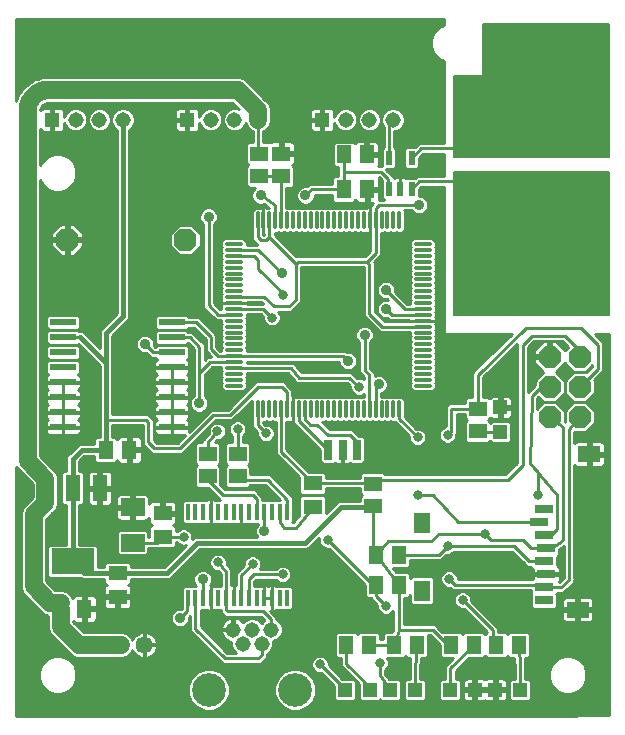
<source format=gtl>
G75*
%MOIN*%
%OFA0B0*%
%FSLAX24Y24*%
%IPPOS*%
%LPD*%
%AMOC8*
5,1,8,0,0,1.08239X$1,22.5*
%
%ADD10C,0.0050*%
%ADD11R,0.0630X0.0512*%
%ADD12R,0.0512X0.0591*%
%ADD13R,0.0512X0.0630*%
%ADD14R,0.0866X0.0236*%
%ADD15C,0.0118*%
%ADD16R,0.0591X0.0512*%
%ADD17R,0.0472X0.0472*%
%ADD18OC8,0.0760*%
%ADD19OC8,0.0740*%
%ADD20R,0.0137X0.0550*%
%ADD21R,0.0787X0.0591*%
%ADD22C,0.0515*%
%ADD23C,0.1122*%
%ADD24R,0.0480X0.0880*%
%ADD25R,0.1417X0.0866*%
%ADD26R,0.0551X0.0709*%
%ADD27R,0.0748X0.0551*%
%ADD28R,0.0591X0.0315*%
%ADD29R,0.0709X0.0630*%
%ADD30R,0.0217X0.0472*%
%ADD31R,0.0515X0.0515*%
%ADD32R,0.0276X0.0669*%
%ADD33C,0.0570*%
%ADD34C,0.2300*%
%ADD35C,0.0100*%
%ADD36C,0.0317*%
%ADD37C,0.0320*%
%ADD38C,0.0356*%
%ADD39C,0.0591*%
%ADD40C,0.0157*%
%ADD41C,0.0238*%
D10*
X020058Y019000D02*
X020058Y023750D01*
X025215Y023750D01*
X025215Y019000D01*
X020058Y019000D01*
X020058Y019032D02*
X025215Y019032D01*
X025215Y019080D02*
X020058Y019080D01*
X020058Y019129D02*
X025215Y019129D01*
X025215Y019177D02*
X020058Y019177D01*
X020058Y019226D02*
X025215Y019226D01*
X025215Y019274D02*
X020058Y019274D01*
X020058Y019323D02*
X025215Y019323D01*
X025215Y019371D02*
X020058Y019371D01*
X020058Y019420D02*
X025215Y019420D01*
X025215Y019468D02*
X020058Y019468D01*
X020058Y019517D02*
X025215Y019517D01*
X025215Y019565D02*
X020058Y019565D01*
X020058Y019614D02*
X025215Y019614D01*
X025215Y019662D02*
X020058Y019662D01*
X020058Y019711D02*
X025215Y019711D01*
X025215Y019759D02*
X020058Y019759D01*
X020058Y019808D02*
X025215Y019808D01*
X025215Y019856D02*
X020058Y019856D01*
X020058Y019905D02*
X025215Y019905D01*
X025215Y019953D02*
X020058Y019953D01*
X020058Y020002D02*
X025215Y020002D01*
X025215Y020050D02*
X020058Y020050D01*
X020058Y020099D02*
X025215Y020099D01*
X025215Y020147D02*
X020058Y020147D01*
X020058Y020196D02*
X025215Y020196D01*
X025215Y020244D02*
X020058Y020244D01*
X020058Y020293D02*
X025215Y020293D01*
X025215Y020341D02*
X020058Y020341D01*
X020058Y020390D02*
X025215Y020390D01*
X025215Y020438D02*
X020058Y020438D01*
X020058Y020487D02*
X025215Y020487D01*
X025215Y020535D02*
X020058Y020535D01*
X020058Y020584D02*
X025215Y020584D01*
X025215Y020632D02*
X020058Y020632D01*
X020058Y020681D02*
X025215Y020681D01*
X025215Y020729D02*
X020058Y020729D01*
X020058Y020778D02*
X025215Y020778D01*
X025215Y020826D02*
X020058Y020826D01*
X020058Y020875D02*
X025215Y020875D01*
X025215Y020923D02*
X020058Y020923D01*
X020058Y020972D02*
X025215Y020972D01*
X025215Y021020D02*
X020058Y021020D01*
X020058Y021069D02*
X025215Y021069D01*
X025215Y021117D02*
X020058Y021117D01*
X020058Y021166D02*
X025215Y021166D01*
X025215Y021214D02*
X020058Y021214D01*
X020058Y021263D02*
X025215Y021263D01*
X025215Y021311D02*
X020058Y021311D01*
X020058Y021360D02*
X025215Y021360D01*
X025215Y021408D02*
X020058Y021408D01*
X020058Y021457D02*
X025215Y021457D01*
X025215Y021505D02*
X020058Y021505D01*
X020058Y021554D02*
X025215Y021554D01*
X025215Y021602D02*
X020058Y021602D01*
X020058Y021651D02*
X025215Y021651D01*
X025215Y021699D02*
X020058Y021699D01*
X020058Y021748D02*
X025215Y021748D01*
X025215Y021796D02*
X020058Y021796D01*
X020058Y021845D02*
X025215Y021845D01*
X025215Y021893D02*
X020058Y021893D01*
X020058Y021942D02*
X025215Y021942D01*
X025215Y021990D02*
X020058Y021990D01*
X020058Y022039D02*
X025215Y022039D01*
X025215Y022087D02*
X020058Y022087D01*
X020058Y022136D02*
X025215Y022136D01*
X025215Y022184D02*
X020058Y022184D01*
X020058Y022233D02*
X025215Y022233D01*
X025215Y022281D02*
X020058Y022281D01*
X020058Y022330D02*
X025215Y022330D01*
X025215Y022378D02*
X020058Y022378D01*
X020058Y022427D02*
X025215Y022427D01*
X025215Y022475D02*
X020058Y022475D01*
X020058Y022524D02*
X025215Y022524D01*
X025215Y022572D02*
X020058Y022572D01*
X020058Y022621D02*
X025215Y022621D01*
X025215Y022669D02*
X020058Y022669D01*
X020058Y022718D02*
X025215Y022718D01*
X025215Y022766D02*
X020058Y022766D01*
X020058Y022815D02*
X025215Y022815D01*
X025215Y022863D02*
X020058Y022863D01*
X020058Y022912D02*
X025215Y022912D01*
X025215Y022960D02*
X020058Y022960D01*
X020058Y023009D02*
X025215Y023009D01*
X025215Y023057D02*
X020058Y023057D01*
X020058Y023106D02*
X025215Y023106D01*
X025215Y023154D02*
X020058Y023154D01*
X020058Y023203D02*
X025215Y023203D01*
X025215Y023251D02*
X020058Y023251D01*
X020058Y023300D02*
X025215Y023300D01*
X025215Y023348D02*
X020058Y023348D01*
X020058Y023397D02*
X025215Y023397D01*
X025215Y023445D02*
X020058Y023445D01*
X020058Y023494D02*
X025215Y023494D01*
X025215Y023542D02*
X020058Y023542D01*
X020058Y023591D02*
X025215Y023591D01*
X025215Y023639D02*
X020058Y023639D01*
X020058Y023688D02*
X025215Y023688D01*
X025215Y023736D02*
X020058Y023736D01*
X020058Y024250D02*
X020058Y026968D01*
X021003Y026968D01*
X021003Y028689D01*
X025215Y028689D01*
X025215Y024250D01*
X020058Y024250D01*
X020058Y024270D02*
X025215Y024270D01*
X025215Y024318D02*
X020058Y024318D01*
X020058Y024367D02*
X025215Y024367D01*
X025215Y024415D02*
X020058Y024415D01*
X020058Y024464D02*
X025215Y024464D01*
X025215Y024512D02*
X020058Y024512D01*
X020058Y024561D02*
X025215Y024561D01*
X025215Y024609D02*
X020058Y024609D01*
X020058Y024658D02*
X025215Y024658D01*
X025215Y024706D02*
X020058Y024706D01*
X020058Y024755D02*
X025215Y024755D01*
X025215Y024803D02*
X020058Y024803D01*
X020058Y024852D02*
X025215Y024852D01*
X025215Y024900D02*
X020058Y024900D01*
X020058Y024949D02*
X025215Y024949D01*
X025215Y024997D02*
X020058Y024997D01*
X020058Y025046D02*
X025215Y025046D01*
X025215Y025094D02*
X020058Y025094D01*
X020058Y025143D02*
X025215Y025143D01*
X025215Y025191D02*
X020058Y025191D01*
X020058Y025240D02*
X025215Y025240D01*
X025215Y025288D02*
X020058Y025288D01*
X020058Y025337D02*
X025215Y025337D01*
X025215Y025385D02*
X020058Y025385D01*
X020058Y025434D02*
X025215Y025434D01*
X025215Y025482D02*
X020058Y025482D01*
X020058Y025531D02*
X025215Y025531D01*
X025215Y025579D02*
X020058Y025579D01*
X020058Y025628D02*
X025215Y025628D01*
X025215Y025676D02*
X020058Y025676D01*
X020058Y025725D02*
X025215Y025725D01*
X025215Y025773D02*
X020058Y025773D01*
X020058Y025822D02*
X025215Y025822D01*
X025215Y025870D02*
X020058Y025870D01*
X020058Y025919D02*
X025215Y025919D01*
X025215Y025967D02*
X020058Y025967D01*
X020058Y026016D02*
X025215Y026016D01*
X025215Y026064D02*
X020058Y026064D01*
X020058Y026113D02*
X025215Y026113D01*
X025215Y026161D02*
X020058Y026161D01*
X020058Y026210D02*
X025215Y026210D01*
X025215Y026258D02*
X020058Y026258D01*
X020058Y026307D02*
X025215Y026307D01*
X025215Y026355D02*
X020058Y026355D01*
X020058Y026404D02*
X025215Y026404D01*
X025215Y026452D02*
X020058Y026452D01*
X020058Y026501D02*
X025215Y026501D01*
X025215Y026549D02*
X020058Y026549D01*
X020058Y026598D02*
X025215Y026598D01*
X025215Y026646D02*
X020058Y026646D01*
X020058Y026695D02*
X025215Y026695D01*
X025215Y026743D02*
X020058Y026743D01*
X020058Y026792D02*
X025215Y026792D01*
X025215Y026840D02*
X020058Y026840D01*
X020058Y026889D02*
X025215Y026889D01*
X025215Y026937D02*
X020058Y026937D01*
X021003Y026986D02*
X025215Y026986D01*
X025215Y027034D02*
X021003Y027034D01*
X021003Y027083D02*
X025215Y027083D01*
X025215Y027131D02*
X021003Y027131D01*
X021003Y027180D02*
X025215Y027180D01*
X025215Y027228D02*
X021003Y027228D01*
X021003Y027277D02*
X025215Y027277D01*
X025215Y027325D02*
X021003Y027325D01*
X021003Y027374D02*
X025215Y027374D01*
X025215Y027422D02*
X021003Y027422D01*
X021003Y027471D02*
X025215Y027471D01*
X025215Y027519D02*
X021003Y027519D01*
X021003Y027568D02*
X025215Y027568D01*
X025215Y027616D02*
X021003Y027616D01*
X021003Y027665D02*
X025215Y027665D01*
X025215Y027713D02*
X021003Y027713D01*
X021003Y027762D02*
X025215Y027762D01*
X025215Y027810D02*
X021003Y027810D01*
X021003Y027859D02*
X025215Y027859D01*
X025215Y027907D02*
X021003Y027907D01*
X021003Y027956D02*
X025215Y027956D01*
X025215Y028004D02*
X021003Y028004D01*
X021003Y028053D02*
X025215Y028053D01*
X025215Y028101D02*
X021003Y028101D01*
X021003Y028150D02*
X025215Y028150D01*
X025215Y028198D02*
X021003Y028198D01*
X021003Y028247D02*
X025215Y028247D01*
X025215Y028295D02*
X021003Y028295D01*
X021003Y028344D02*
X025215Y028344D01*
X025215Y028392D02*
X021003Y028392D01*
X021003Y028441D02*
X025215Y028441D01*
X025215Y028489D02*
X021003Y028489D01*
X021003Y028538D02*
X025215Y028538D01*
X025215Y028586D02*
X021003Y028586D01*
X021003Y028635D02*
X025215Y028635D01*
X025215Y028683D02*
X021003Y028683D01*
D11*
X015333Y013394D03*
X015333Y012606D03*
X010333Y012394D03*
X010333Y011606D03*
X008833Y010394D03*
X008833Y009606D03*
D12*
X016459Y008000D03*
X017207Y008000D03*
X018059Y008000D03*
X018807Y008000D03*
X019959Y008000D03*
X020707Y008000D03*
X021459Y008000D03*
X022207Y008000D03*
X018207Y010000D03*
X017459Y010000D03*
X017459Y011000D03*
X018207Y011000D03*
X017136Y024346D03*
X016388Y024346D03*
D13*
X016369Y023189D03*
X017156Y023189D03*
X009227Y014500D03*
X008440Y014500D03*
X007727Y009200D03*
X006940Y009200D03*
D14*
X007022Y015250D03*
X007022Y015750D03*
X007022Y016250D03*
X007022Y016750D03*
X007022Y017250D03*
X007022Y017750D03*
X007022Y018250D03*
X007022Y018750D03*
X010644Y018750D03*
X010644Y018250D03*
X010644Y017750D03*
X010644Y017250D03*
X010644Y016750D03*
X010644Y016250D03*
X010644Y015750D03*
X010644Y015250D03*
D15*
X012475Y016638D02*
X012947Y016638D01*
X012947Y016835D02*
X012475Y016835D01*
X012475Y017031D02*
X012947Y017031D01*
X012947Y017228D02*
X012475Y017228D01*
X012475Y017425D02*
X012947Y017425D01*
X012947Y017622D02*
X012475Y017622D01*
X012475Y017819D02*
X012947Y017819D01*
X012947Y018016D02*
X012475Y018016D01*
X012475Y018213D02*
X012947Y018213D01*
X012947Y018409D02*
X012475Y018409D01*
X012475Y018606D02*
X012947Y018606D01*
X012947Y018803D02*
X012475Y018803D01*
X012475Y019000D02*
X012947Y019000D01*
X012947Y019197D02*
X012475Y019197D01*
X012475Y019394D02*
X012947Y019394D01*
X012947Y019591D02*
X012475Y019591D01*
X012475Y019787D02*
X012947Y019787D01*
X012947Y019984D02*
X012475Y019984D01*
X012475Y020181D02*
X012947Y020181D01*
X012947Y020378D02*
X012475Y020378D01*
X012475Y020575D02*
X012947Y020575D01*
X012947Y020772D02*
X012475Y020772D01*
X012475Y020969D02*
X012947Y020969D01*
X012947Y021165D02*
X012475Y021165D01*
X012475Y021362D02*
X012947Y021362D01*
X013499Y021914D02*
X013499Y022386D01*
X013696Y022386D02*
X013696Y021914D01*
X013892Y021914D02*
X013892Y022386D01*
X014089Y022386D02*
X014089Y021914D01*
X014286Y021914D02*
X014286Y022386D01*
X014483Y022386D02*
X014483Y021914D01*
X014680Y021914D02*
X014680Y022386D01*
X014877Y022386D02*
X014877Y021914D01*
X015073Y021914D02*
X015073Y022386D01*
X015270Y022386D02*
X015270Y021914D01*
X015467Y021914D02*
X015467Y022386D01*
X015664Y022386D02*
X015664Y021914D01*
X015861Y021914D02*
X015861Y022386D01*
X016058Y022386D02*
X016058Y021914D01*
X016255Y021914D02*
X016255Y022386D01*
X016451Y022386D02*
X016451Y021914D01*
X016648Y021914D02*
X016648Y022386D01*
X016845Y022386D02*
X016845Y021914D01*
X017042Y021914D02*
X017042Y022386D01*
X017239Y022386D02*
X017239Y021914D01*
X017436Y021914D02*
X017436Y022386D01*
X017633Y022386D02*
X017633Y021914D01*
X017829Y021914D02*
X017829Y022386D01*
X018026Y022386D02*
X018026Y021914D01*
X018223Y021914D02*
X018223Y022386D01*
X018774Y021362D02*
X019246Y021362D01*
X019246Y021165D02*
X018774Y021165D01*
X018774Y020969D02*
X019246Y020969D01*
X019246Y020772D02*
X018774Y020772D01*
X018774Y020575D02*
X019246Y020575D01*
X019246Y020378D02*
X018774Y020378D01*
X018774Y020181D02*
X019246Y020181D01*
X019246Y019984D02*
X018774Y019984D01*
X018774Y019787D02*
X019246Y019787D01*
X019246Y019591D02*
X018774Y019591D01*
X018774Y019394D02*
X019246Y019394D01*
X019246Y019197D02*
X018774Y019197D01*
X018774Y019000D02*
X019246Y019000D01*
X019246Y018803D02*
X018774Y018803D01*
X018774Y018606D02*
X019246Y018606D01*
X019246Y018409D02*
X018774Y018409D01*
X018774Y018213D02*
X019246Y018213D01*
X019246Y018016D02*
X018774Y018016D01*
X018774Y017819D02*
X019246Y017819D01*
X019246Y017622D02*
X018774Y017622D01*
X018774Y017425D02*
X019246Y017425D01*
X019246Y017228D02*
X018774Y017228D01*
X018774Y017031D02*
X019246Y017031D01*
X019246Y016835D02*
X018774Y016835D01*
X018774Y016638D02*
X019246Y016638D01*
X018223Y016086D02*
X018223Y015614D01*
X018026Y015614D02*
X018026Y016086D01*
X017829Y016086D02*
X017829Y015614D01*
X017633Y015614D02*
X017633Y016086D01*
X017436Y016086D02*
X017436Y015614D01*
X017239Y015614D02*
X017239Y016086D01*
X017042Y016086D02*
X017042Y015614D01*
X016845Y015614D02*
X016845Y016086D01*
X016648Y016086D02*
X016648Y015614D01*
X016451Y015614D02*
X016451Y016086D01*
X016255Y016086D02*
X016255Y015614D01*
X016058Y015614D02*
X016058Y016086D01*
X015861Y016086D02*
X015861Y015614D01*
X015664Y015614D02*
X015664Y016086D01*
X015467Y016086D02*
X015467Y015614D01*
X015270Y015614D02*
X015270Y016086D01*
X015073Y016086D02*
X015073Y015614D01*
X014877Y015614D02*
X014877Y016086D01*
X014680Y016086D02*
X014680Y015614D01*
X014483Y015614D02*
X014483Y016086D01*
X014286Y016086D02*
X014286Y015614D01*
X014089Y015614D02*
X014089Y016086D01*
X013892Y016086D02*
X013892Y015614D01*
X013696Y015614D02*
X013696Y016086D01*
X013499Y016086D02*
X013499Y015614D01*
D16*
X012833Y014374D03*
X012833Y013626D03*
X011833Y013626D03*
X011833Y014374D03*
X017333Y013374D03*
X017333Y012626D03*
X020833Y015126D03*
X020833Y015874D03*
X014295Y023626D03*
X013552Y023626D03*
X013552Y024374D03*
X014295Y024374D03*
D17*
X021597Y015913D03*
X021597Y015087D03*
X021420Y006500D03*
X020747Y006500D03*
X019920Y006500D03*
X018747Y006500D03*
X017920Y006500D03*
X017247Y006500D03*
X016420Y006500D03*
X022247Y006500D03*
D18*
X011093Y021500D03*
X007156Y021500D03*
D19*
X023233Y017600D03*
X023233Y016600D03*
X023233Y015600D03*
X024233Y015600D03*
X024233Y016600D03*
X024233Y017600D03*
D20*
X014497Y012439D03*
X014241Y012439D03*
X013985Y012439D03*
X013729Y012439D03*
X013473Y012439D03*
X013217Y012439D03*
X012961Y012439D03*
X012705Y012439D03*
X012449Y012439D03*
X012194Y012439D03*
X011938Y012439D03*
X011682Y012439D03*
X011426Y012439D03*
X011170Y012439D03*
X011170Y009561D03*
X011426Y009561D03*
X011682Y009561D03*
X011938Y009561D03*
X012194Y009561D03*
X012449Y009561D03*
X012705Y009561D03*
X012961Y009561D03*
X013217Y009561D03*
X013473Y009561D03*
X013729Y009561D03*
X013985Y009561D03*
X014241Y009561D03*
X014497Y009561D03*
D21*
X009333Y011409D03*
X009333Y012591D03*
D22*
X012688Y008508D03*
X013003Y008035D03*
X013318Y008508D03*
X013633Y008035D03*
X013948Y008508D03*
X013514Y025500D03*
X012727Y025500D03*
X011940Y025500D03*
X009014Y025500D03*
X008227Y025500D03*
X007440Y025500D03*
X016440Y025500D03*
X017227Y025500D03*
X018014Y025500D03*
D23*
X014755Y006500D03*
X011881Y006500D03*
D24*
X008243Y013220D03*
X007333Y013220D03*
X006423Y013220D03*
D25*
X007333Y010780D03*
D26*
X018991Y009807D03*
X018991Y012051D03*
D27*
X024168Y009177D03*
X024562Y014354D03*
D28*
X023046Y012520D03*
X022888Y012087D03*
X023046Y011654D03*
X023125Y011220D03*
X023046Y010787D03*
X023125Y010354D03*
X023046Y009921D03*
X023046Y009488D03*
D29*
X023333Y023449D03*
X023333Y024551D03*
D30*
X018633Y024232D03*
X017885Y024232D03*
X017885Y023209D03*
X018259Y023209D03*
X018633Y023209D03*
D31*
X015652Y025500D03*
X011152Y025500D03*
X006652Y025500D03*
D32*
X015861Y014500D03*
X016333Y014500D03*
X016806Y014500D03*
D33*
X009727Y008000D03*
X008940Y008000D03*
D34*
X023333Y021000D03*
X023333Y027000D03*
D35*
X005462Y013913D02*
X005462Y005629D01*
X024114Y005629D01*
X024139Y005654D01*
X025225Y005654D01*
X025225Y018350D01*
X024736Y018350D01*
X024907Y018179D01*
X025012Y018074D01*
X025012Y017126D01*
X024712Y016826D01*
X024732Y016807D01*
X024732Y016393D01*
X024440Y016101D01*
X024027Y016101D01*
X023735Y016393D01*
X023735Y016807D01*
X024027Y017099D01*
X024440Y017099D01*
X024460Y017079D01*
X024655Y017274D01*
X024655Y017316D01*
X024440Y017101D01*
X024027Y017101D01*
X023748Y017380D01*
X023454Y017085D01*
X023732Y016807D01*
X023732Y016393D01*
X023440Y016101D01*
X023027Y016101D01*
X022857Y016271D01*
X022810Y016224D01*
X022803Y015875D01*
X023027Y016099D01*
X023440Y016099D01*
X023732Y015807D01*
X023732Y015439D01*
X023735Y015437D01*
X023735Y015807D01*
X024027Y016099D01*
X024440Y016099D01*
X024732Y015807D01*
X024732Y015393D01*
X024440Y015101D01*
X024062Y015101D01*
X024062Y014712D01*
X024068Y014722D01*
X024096Y014750D01*
X024130Y014770D01*
X024168Y014780D01*
X024512Y014780D01*
X024512Y014404D01*
X024612Y014404D01*
X025086Y014404D01*
X025086Y014650D01*
X025075Y014688D01*
X025056Y014722D01*
X025028Y014750D01*
X024994Y014770D01*
X024955Y014780D01*
X024612Y014780D01*
X024612Y014404D01*
X024612Y014304D01*
X025086Y014304D01*
X025086Y014059D01*
X025075Y014021D01*
X025056Y013987D01*
X025028Y013959D01*
X024994Y013939D01*
X024955Y013929D01*
X024612Y013929D01*
X024612Y014304D01*
X024512Y014304D01*
X024512Y013929D01*
X024168Y013929D01*
X024130Y013939D01*
X024096Y013959D01*
X024068Y013987D01*
X024062Y013996D01*
X024062Y010214D01*
X024068Y010206D01*
X024062Y010141D01*
X024062Y010076D01*
X024055Y010069D01*
X024054Y010059D01*
X024004Y010017D01*
X023957Y009971D01*
X023947Y009971D01*
X023725Y009789D01*
X023679Y009743D01*
X023669Y009743D01*
X023661Y009736D01*
X023596Y009743D01*
X023470Y009743D01*
X023470Y009710D01*
X023464Y009705D01*
X023470Y009699D01*
X023470Y009277D01*
X023395Y009202D01*
X022697Y009202D01*
X022622Y009277D01*
X022622Y009699D01*
X022628Y009705D01*
X022622Y009710D01*
X022622Y009821D01*
X020009Y009821D01*
X019919Y009911D01*
X019826Y009911D01*
X019720Y009955D01*
X019639Y010036D01*
X019595Y010143D01*
X019595Y010257D01*
X019639Y010364D01*
X019720Y010445D01*
X019826Y010489D01*
X019941Y010489D01*
X020047Y010445D01*
X020128Y010364D01*
X020172Y010257D01*
X020172Y010179D01*
X022669Y010179D01*
X022679Y010190D01*
X022679Y010326D01*
X023096Y010326D01*
X023096Y010383D01*
X022679Y010383D01*
X022679Y010519D01*
X022622Y010577D01*
X022622Y010609D01*
X022472Y010609D01*
X022367Y010713D01*
X021972Y011109D01*
X020050Y011109D01*
X019997Y011055D01*
X019891Y011011D01*
X019797Y011011D01*
X019607Y010821D01*
X018592Y010821D01*
X018592Y010651D01*
X018517Y010576D01*
X018000Y010576D01*
X018113Y010424D01*
X018517Y010424D01*
X018592Y010349D01*
X018592Y010220D01*
X018662Y010290D01*
X019320Y010290D01*
X019395Y010215D01*
X019395Y009399D01*
X019320Y009324D01*
X018662Y009324D01*
X018586Y009399D01*
X018586Y009646D01*
X018517Y009576D01*
X018386Y009576D01*
X018386Y008679D01*
X019407Y008679D01*
X019512Y008574D01*
X019662Y008424D01*
X020269Y008424D01*
X020333Y008359D01*
X020398Y008424D01*
X021017Y008424D01*
X021083Y008357D01*
X021150Y008424D01*
X021155Y008424D01*
X021155Y008426D01*
X020369Y009211D01*
X020276Y009211D01*
X020170Y009255D01*
X020089Y009336D01*
X020045Y009443D01*
X020045Y009557D01*
X020089Y009664D01*
X020170Y009745D01*
X020276Y009789D01*
X020391Y009789D01*
X020497Y009745D01*
X020578Y009664D01*
X020622Y009557D01*
X020622Y009464D01*
X021512Y008574D01*
X021512Y008424D01*
X021769Y008424D01*
X021833Y008359D01*
X021898Y008424D01*
X022517Y008424D01*
X022592Y008349D01*
X022592Y007651D01*
X022517Y007576D01*
X022408Y007576D01*
X022422Y007290D01*
X022425Y007287D01*
X022425Y007217D01*
X022429Y007148D01*
X022425Y007144D01*
X022425Y006865D01*
X022536Y006865D01*
X022612Y006790D01*
X022612Y006210D01*
X022536Y006135D01*
X021957Y006135D01*
X021882Y006210D01*
X021882Y006790D01*
X021957Y006865D01*
X022068Y006865D01*
X022068Y007208D01*
X022050Y007576D01*
X021898Y007576D01*
X021833Y007641D01*
X021769Y007576D01*
X021150Y007576D01*
X021083Y007643D01*
X021017Y007576D01*
X020536Y007576D01*
X020099Y007139D01*
X020099Y006865D01*
X020209Y006865D01*
X020285Y006790D01*
X020285Y006210D01*
X020209Y006135D01*
X019630Y006135D01*
X019555Y006210D01*
X019555Y006790D01*
X019630Y006865D01*
X019741Y006865D01*
X019741Y007287D01*
X019846Y007391D01*
X020031Y007576D01*
X019650Y007576D01*
X019575Y007651D01*
X019575Y008006D01*
X019259Y008321D01*
X019192Y008321D01*
X019192Y007651D01*
X019117Y007576D01*
X018954Y007576D01*
X018925Y007206D01*
X018925Y006865D01*
X019036Y006865D01*
X019112Y006790D01*
X019112Y006210D01*
X019036Y006135D01*
X018457Y006135D01*
X018382Y006210D01*
X018382Y006790D01*
X018457Y006865D01*
X018568Y006865D01*
X018568Y007146D01*
X018563Y007153D01*
X018568Y007219D01*
X018568Y007287D01*
X018574Y007292D01*
X018595Y007576D01*
X018498Y007576D01*
X018433Y007641D01*
X018369Y007576D01*
X017816Y007576D01*
X017828Y007564D01*
X017872Y007457D01*
X017872Y007343D01*
X017828Y007236D01*
X017762Y007170D01*
X017762Y007042D01*
X017885Y006865D01*
X018209Y006865D01*
X018285Y006790D01*
X018285Y006210D01*
X018209Y006135D01*
X017630Y006135D01*
X017583Y006182D01*
X017536Y006135D01*
X016957Y006135D01*
X016882Y006210D01*
X016882Y006699D01*
X016281Y007300D01*
X016281Y007576D01*
X016150Y007576D01*
X016075Y007651D01*
X016075Y008349D01*
X016150Y008424D01*
X016769Y008424D01*
X016833Y008359D01*
X016898Y008424D01*
X017517Y008424D01*
X017592Y008349D01*
X017592Y008179D01*
X017675Y008179D01*
X017675Y008349D01*
X017750Y008424D01*
X017998Y008424D01*
X018029Y008526D01*
X018029Y009138D01*
X018028Y009136D01*
X017947Y009055D01*
X017841Y009011D01*
X017726Y009011D01*
X017620Y009055D01*
X017539Y009136D01*
X017495Y009243D01*
X014694Y009243D01*
X014694Y009232D02*
X014694Y009889D01*
X014619Y009964D01*
X014375Y009964D01*
X014369Y009958D01*
X014363Y009964D01*
X014130Y009964D01*
X014111Y009975D01*
X014073Y009986D01*
X013985Y009986D01*
X013985Y009561D01*
X013985Y009561D01*
X013985Y009986D01*
X013897Y009986D01*
X013859Y009975D01*
X013857Y009975D01*
X013855Y009975D01*
X013817Y009986D01*
X013729Y009986D01*
X013641Y009986D01*
X013603Y009975D01*
X013583Y009964D01*
X013396Y009964D01*
X013396Y010121D01*
X013446Y010171D01*
X014104Y010171D01*
X014170Y010105D01*
X014276Y010061D01*
X014391Y010061D01*
X014497Y010105D01*
X014578Y010186D01*
X014622Y010293D01*
X014622Y010407D01*
X014578Y010514D01*
X014497Y010595D01*
X014391Y010639D01*
X014276Y010639D01*
X014170Y010595D01*
X014104Y010529D01*
X013570Y010529D01*
X013578Y010536D01*
X013622Y010643D01*
X013622Y010757D01*
X013578Y010864D01*
X013497Y010945D01*
X013391Y010989D01*
X013276Y010989D01*
X013170Y010945D01*
X013089Y010864D01*
X013045Y010757D01*
X013045Y010664D01*
X012783Y010402D01*
X012783Y009986D01*
X012705Y009986D01*
X012628Y009986D01*
X012628Y010426D01*
X012634Y010492D01*
X012628Y010499D01*
X012628Y010508D01*
X012581Y010555D01*
X012470Y010687D01*
X012472Y010693D01*
X012472Y010807D01*
X012428Y010914D01*
X012347Y010995D01*
X012241Y011039D01*
X012126Y011039D01*
X012020Y010995D01*
X011939Y010914D01*
X011895Y010807D01*
X011895Y010693D01*
X011939Y010586D01*
X012020Y010505D01*
X012126Y010461D01*
X012193Y010461D01*
X012271Y010369D01*
X012271Y009964D01*
X012083Y009964D01*
X012064Y009975D01*
X012026Y009986D01*
X011938Y009986D01*
X011938Y009561D01*
X011938Y009561D01*
X011938Y009986D01*
X011906Y009986D01*
X011932Y010011D01*
X011979Y010124D01*
X011979Y010246D01*
X011932Y010359D01*
X011846Y010445D01*
X011733Y010492D01*
X011611Y010492D01*
X011498Y010445D01*
X011412Y010359D01*
X011365Y010246D01*
X011365Y010124D01*
X011412Y010011D01*
X011459Y009964D01*
X011304Y009964D01*
X011298Y009958D01*
X011292Y009964D01*
X011048Y009964D01*
X010973Y009889D01*
X010973Y009232D01*
X010981Y009224D01*
X010981Y009196D01*
X010978Y009193D01*
X010863Y009193D01*
X010750Y009146D01*
X010664Y009060D01*
X010617Y008947D01*
X010617Y008825D01*
X010664Y008712D01*
X010750Y008626D01*
X010863Y008579D01*
X010985Y008579D01*
X011098Y008626D01*
X011184Y008712D01*
X011231Y008825D01*
X011231Y008940D01*
X011247Y008956D01*
X011247Y008467D01*
X011352Y008363D01*
X012346Y007369D01*
X013596Y007369D01*
X013701Y007473D01*
X013819Y007591D01*
X013819Y007695D01*
X013851Y007708D01*
X013960Y007817D01*
X014019Y007959D01*
X014019Y008112D01*
X014015Y008122D01*
X014024Y008122D01*
X014166Y008180D01*
X014275Y008289D01*
X014334Y008431D01*
X014334Y008585D01*
X014275Y008727D01*
X014166Y008835D01*
X014126Y008852D01*
X014126Y008928D01*
X014022Y009033D01*
X014022Y009033D01*
X013919Y009136D01*
X013985Y009136D01*
X014073Y009136D01*
X014111Y009146D01*
X014130Y009157D01*
X014363Y009157D01*
X014369Y009163D01*
X014375Y009157D01*
X014619Y009157D01*
X014694Y009232D01*
X014694Y009342D02*
X017489Y009342D01*
X017495Y009336D02*
X017495Y009243D01*
X017495Y009336D02*
X017385Y009445D01*
X017281Y009550D01*
X017281Y009576D01*
X017150Y009576D01*
X017075Y009651D01*
X017075Y010006D01*
X015869Y011211D01*
X015776Y011211D01*
X015670Y011255D01*
X015589Y011336D01*
X015545Y011443D01*
X015545Y011557D01*
X015552Y011575D01*
X015163Y011186D01*
X014937Y011186D01*
X014937Y011186D01*
X014851Y011186D01*
X014765Y011186D01*
X014765Y011186D01*
X011569Y011192D01*
X010685Y010308D01*
X010563Y010186D01*
X009277Y010186D01*
X009277Y010084D01*
X009202Y010009D01*
X009180Y010009D01*
X009206Y010002D01*
X009240Y009982D01*
X009268Y009954D01*
X009288Y009920D01*
X009298Y009882D01*
X009298Y009656D01*
X008883Y009656D01*
X008883Y009556D01*
X008883Y009200D01*
X009168Y009200D01*
X009206Y009211D01*
X009240Y009230D01*
X009268Y009258D01*
X009288Y009292D01*
X009298Y009331D01*
X009298Y009556D01*
X008883Y009556D01*
X008783Y009556D01*
X008368Y009556D01*
X008368Y009331D01*
X008379Y009292D01*
X008398Y009258D01*
X008426Y009230D01*
X008460Y009211D01*
X008499Y009200D01*
X008783Y009200D01*
X008783Y009556D01*
X008783Y009656D01*
X008368Y009656D01*
X008368Y009882D01*
X008379Y009920D01*
X008398Y009954D01*
X008426Y009982D01*
X008460Y010002D01*
X008487Y010009D01*
X008465Y010009D01*
X008390Y010084D01*
X008390Y010186D01*
X007634Y010186D01*
X007602Y010218D01*
X006571Y010218D01*
X006496Y010294D01*
X006496Y011266D01*
X006571Y011342D01*
X007126Y011342D01*
X007126Y012651D01*
X007040Y012651D01*
X006965Y012727D01*
X006965Y013713D01*
X007040Y013789D01*
X007126Y013789D01*
X007126Y014286D01*
X007247Y014407D01*
X007247Y014407D01*
X007547Y014707D01*
X008055Y014707D01*
X008055Y014868D01*
X008130Y014944D01*
X008232Y014944D01*
X008232Y017308D01*
X007523Y018017D01*
X007509Y018003D01*
X006536Y018003D01*
X006460Y018079D01*
X006460Y018421D01*
X006536Y018497D01*
X007509Y018497D01*
X007548Y018457D01*
X007669Y018457D01*
X008232Y017895D01*
X008232Y018480D01*
X008807Y019054D01*
X008807Y025168D01*
X008796Y025173D01*
X008687Y025281D01*
X008628Y025423D01*
X008628Y025577D01*
X008687Y025719D01*
X008796Y025827D01*
X008938Y025886D01*
X009091Y025886D01*
X009233Y025827D01*
X009342Y025719D01*
X009401Y025577D01*
X009401Y025423D01*
X009342Y025281D01*
X009233Y025173D01*
X009222Y025168D01*
X009222Y018883D01*
X009100Y018761D01*
X008647Y018308D01*
X008647Y015679D01*
X009856Y015679D01*
X009935Y015600D01*
X009935Y015600D01*
X010040Y015495D01*
X010040Y014826D01*
X010132Y014734D01*
X010850Y014734D01*
X011098Y014982D01*
X011097Y014982D01*
X010653Y014982D01*
X010653Y015241D01*
X010635Y015241D01*
X010061Y015241D01*
X010061Y015112D01*
X010072Y015074D01*
X010091Y015040D01*
X010119Y015012D01*
X010153Y014992D01*
X010192Y014982D01*
X010635Y014982D01*
X010635Y015241D01*
X010635Y015259D01*
X010061Y015259D01*
X010061Y015388D01*
X010072Y015426D01*
X010091Y015460D01*
X010119Y015488D01*
X010140Y015500D01*
X010119Y015512D01*
X010091Y015540D01*
X010072Y015574D01*
X010061Y015612D01*
X010061Y015741D01*
X010635Y015741D01*
X010635Y015759D01*
X010061Y015759D01*
X010061Y015888D01*
X010072Y015926D01*
X010091Y015960D01*
X010119Y015988D01*
X010140Y016000D01*
X010119Y016012D01*
X010091Y016040D01*
X010072Y016074D01*
X010061Y016112D01*
X010061Y016241D01*
X010635Y016241D01*
X010635Y016259D01*
X010061Y016259D01*
X010061Y016388D01*
X010072Y016426D01*
X010091Y016460D01*
X010119Y016488D01*
X010140Y016500D01*
X010119Y016512D01*
X010091Y016540D01*
X010072Y016574D01*
X010061Y016612D01*
X010061Y016741D01*
X010635Y016741D01*
X010635Y016759D01*
X010061Y016759D01*
X010061Y016888D01*
X010072Y016926D01*
X008647Y016926D01*
X008647Y016828D02*
X010061Y016828D01*
X010072Y016926D02*
X010091Y016960D01*
X010119Y016988D01*
X010140Y017000D01*
X010119Y017012D01*
X010091Y017040D01*
X010072Y017074D01*
X010061Y017112D01*
X010061Y017241D01*
X010635Y017241D01*
X010635Y017259D01*
X010061Y017259D01*
X010061Y017388D01*
X010072Y017426D01*
X010091Y017460D01*
X010119Y017488D01*
X010153Y017508D01*
X010090Y017571D01*
X009938Y017571D01*
X009834Y017676D01*
X009797Y017713D01*
X009682Y017713D01*
X009569Y017760D01*
X009483Y017846D01*
X009436Y017959D01*
X009436Y018081D01*
X009483Y018194D01*
X009569Y018280D01*
X009682Y018327D01*
X009804Y018327D01*
X009917Y018280D01*
X010003Y018194D01*
X010050Y018081D01*
X010050Y017966D01*
X010087Y017929D01*
X010090Y017929D01*
X010158Y017997D01*
X011131Y017997D01*
X011206Y017921D01*
X011206Y017579D01*
X011135Y017508D01*
X011170Y017488D01*
X011197Y017460D01*
X011217Y017426D01*
X011227Y017388D01*
X011227Y017259D01*
X010653Y017259D01*
X010653Y017241D01*
X010653Y016759D01*
X010635Y016759D01*
X010635Y017018D01*
X010635Y017241D01*
X010653Y017241D01*
X011227Y017241D01*
X011227Y017112D01*
X011217Y017074D01*
X011197Y017040D01*
X011170Y017012D01*
X011149Y017000D01*
X011170Y016988D01*
X011197Y016960D01*
X011217Y016926D01*
X011375Y016926D01*
X011375Y016828D02*
X011227Y016828D01*
X011227Y016888D02*
X011227Y016759D01*
X010653Y016759D01*
X010653Y016741D01*
X010653Y016259D01*
X010635Y016259D01*
X010635Y016518D01*
X010635Y016741D01*
X010653Y016741D01*
X011227Y016741D01*
X011227Y016612D01*
X011217Y016574D01*
X011197Y016540D01*
X011170Y016512D01*
X011149Y016500D01*
X011170Y016488D01*
X011197Y016460D01*
X011217Y016426D01*
X011227Y016388D01*
X011227Y016259D01*
X010653Y016259D01*
X010653Y016241D01*
X010653Y015759D01*
X010635Y015759D01*
X010635Y016018D01*
X010635Y016241D01*
X010653Y016241D01*
X011227Y016241D01*
X011227Y016112D01*
X011217Y016074D01*
X011197Y016040D01*
X011170Y016012D01*
X011149Y016000D01*
X011170Y015988D01*
X011197Y015960D01*
X011217Y015926D01*
X011227Y015888D01*
X011227Y015759D01*
X010653Y015759D01*
X010653Y015741D01*
X010653Y015482D01*
X010653Y015259D01*
X010635Y015259D01*
X010635Y015741D01*
X010653Y015741D01*
X011227Y015741D01*
X011227Y015612D01*
X011217Y015574D01*
X011197Y015540D01*
X011170Y015512D01*
X011149Y015500D01*
X011170Y015488D01*
X011197Y015460D01*
X011217Y015426D01*
X011227Y015388D01*
X011227Y015259D01*
X010653Y015259D01*
X010653Y015241D01*
X011227Y015241D01*
X011227Y015112D01*
X011227Y015111D01*
X011952Y015836D01*
X012503Y015836D01*
X013448Y016781D01*
X014384Y016781D01*
X014488Y016676D01*
X014662Y016503D01*
X014662Y016296D01*
X014680Y016296D01*
X014680Y015850D01*
X014680Y015405D01*
X014698Y015405D01*
X014698Y015383D01*
X014803Y015278D01*
X015594Y014486D01*
X015594Y014112D01*
X015670Y014037D01*
X016052Y014037D01*
X016082Y014067D01*
X016103Y014045D01*
X016138Y014026D01*
X016176Y014015D01*
X016314Y014015D01*
X016314Y014481D01*
X016352Y014481D01*
X016352Y014015D01*
X016491Y014015D01*
X016529Y014026D01*
X016563Y014045D01*
X016585Y014067D01*
X016615Y014037D01*
X016997Y014037D01*
X017072Y014112D01*
X017072Y014888D01*
X016997Y014963D01*
X016873Y014963D01*
X016657Y015179D01*
X015907Y015179D01*
X015670Y015417D01*
X015660Y015426D01*
X015742Y015426D01*
X015762Y015447D01*
X015783Y015426D01*
X015939Y015426D01*
X015959Y015447D01*
X015980Y015426D01*
X016136Y015426D01*
X016156Y015447D01*
X016177Y015426D01*
X016332Y015426D01*
X016353Y015447D01*
X016374Y015426D01*
X016529Y015426D01*
X016550Y015447D01*
X016571Y015426D01*
X016726Y015426D01*
X016747Y015447D01*
X016767Y015426D01*
X016923Y015426D01*
X016944Y015447D01*
X016964Y015426D01*
X017120Y015426D01*
X017140Y015447D01*
X017161Y015426D01*
X017317Y015426D01*
X017337Y015447D01*
X017358Y015426D01*
X017513Y015426D01*
X017534Y015447D01*
X017555Y015426D01*
X017710Y015426D01*
X017731Y015447D01*
X017752Y015426D01*
X017907Y015426D01*
X017928Y015447D01*
X017948Y015426D01*
X018075Y015426D01*
X018149Y015353D01*
X018545Y014957D01*
X018545Y014864D01*
X018589Y014758D01*
X018670Y014676D01*
X018776Y014633D01*
X018891Y014633D01*
X018997Y014676D01*
X019078Y014758D01*
X019122Y014864D01*
X019122Y014979D01*
X019078Y015085D01*
X018997Y015166D01*
X018891Y015210D01*
X018797Y015210D01*
X018411Y015596D01*
X018411Y016164D01*
X018301Y016274D01*
X018145Y016274D01*
X018125Y016254D01*
X018104Y016274D01*
X017948Y016274D01*
X017928Y016254D01*
X017907Y016274D01*
X017752Y016274D01*
X017731Y016254D01*
X017710Y016274D01*
X017614Y016274D01*
X017614Y016381D01*
X017712Y016421D01*
X017798Y016507D01*
X017845Y016620D01*
X017845Y016742D01*
X017798Y016855D01*
X017712Y016941D01*
X017599Y016988D01*
X017477Y016988D01*
X017402Y016957D01*
X017402Y017070D01*
X017297Y017175D01*
X017244Y017228D01*
X017244Y018079D01*
X017326Y018161D01*
X017372Y018274D01*
X017372Y018396D01*
X017326Y018508D01*
X017239Y018595D01*
X017127Y018641D01*
X017005Y018641D01*
X016892Y018595D01*
X016805Y018508D01*
X016759Y018396D01*
X016759Y018274D01*
X016805Y018161D01*
X016887Y018079D01*
X016887Y017080D01*
X017044Y016922D01*
X017044Y016846D01*
X016941Y016889D01*
X016826Y016889D01*
X016823Y016887D01*
X016655Y017031D01*
X016607Y017079D01*
X016599Y017079D01*
X016593Y017084D01*
X016526Y017079D01*
X014966Y017079D01*
X014784Y017294D01*
X014784Y017302D01*
X014737Y017350D01*
X014693Y017400D01*
X014685Y017401D01*
X014679Y017407D01*
X014612Y017407D01*
X014546Y017413D01*
X014539Y017407D01*
X013135Y017407D01*
X013135Y017443D01*
X016208Y017443D01*
X016208Y017407D01*
X016254Y017295D01*
X016341Y017208D01*
X016453Y017162D01*
X016575Y017162D01*
X016688Y017208D01*
X016775Y017295D01*
X016821Y017407D01*
X016821Y017530D01*
X016775Y017642D01*
X016688Y017729D01*
X016575Y017775D01*
X016460Y017775D01*
X016435Y017801D01*
X013135Y017801D01*
X013135Y017897D01*
X013115Y017917D01*
X013135Y017938D01*
X013135Y018094D01*
X013115Y018114D01*
X013135Y018135D01*
X013135Y018290D01*
X013115Y018311D01*
X013135Y018332D01*
X013135Y018487D01*
X013115Y018508D01*
X013135Y018529D01*
X013135Y018684D01*
X013115Y018705D01*
X013135Y018725D01*
X013135Y018881D01*
X013115Y018902D01*
X013135Y018922D01*
X013135Y019018D01*
X013619Y019018D01*
X013695Y018942D01*
X013695Y018849D01*
X013739Y018743D01*
X013820Y018662D01*
X013926Y018618D01*
X014041Y018618D01*
X014147Y018662D01*
X014228Y018743D01*
X014272Y018849D01*
X014272Y018964D01*
X014228Y019070D01*
X014197Y019101D01*
X014620Y019101D01*
X014840Y019321D01*
X014840Y019321D01*
X014945Y019426D01*
X014945Y020597D01*
X017044Y020597D01*
X017044Y018969D01*
X017149Y018865D01*
X017586Y018428D01*
X018586Y018428D01*
X018586Y018332D01*
X018607Y018311D01*
X018586Y018290D01*
X018586Y018135D01*
X018607Y018114D01*
X018586Y018094D01*
X018586Y017938D01*
X018607Y017917D01*
X018586Y017897D01*
X018586Y017741D01*
X018607Y017720D01*
X018586Y017700D01*
X018586Y017544D01*
X018607Y017524D01*
X018586Y017503D01*
X018586Y017347D01*
X018607Y017327D01*
X018586Y017306D01*
X018586Y017151D01*
X018607Y017130D01*
X018586Y017109D01*
X018586Y016954D01*
X018607Y016933D01*
X018586Y016912D01*
X018586Y016757D01*
X018607Y016736D01*
X018586Y016716D01*
X018586Y016560D01*
X018696Y016450D01*
X019325Y016450D01*
X019435Y016560D01*
X019435Y016716D01*
X019414Y016736D01*
X019435Y016757D01*
X019435Y016912D01*
X019414Y016933D01*
X019435Y016954D01*
X019435Y017109D01*
X019414Y017130D01*
X019435Y017151D01*
X019435Y017306D01*
X019414Y017327D01*
X019435Y017347D01*
X019435Y017503D01*
X019414Y017524D01*
X019435Y017544D01*
X019435Y017700D01*
X019414Y017720D01*
X019435Y017741D01*
X019435Y017897D01*
X019414Y017917D01*
X019435Y017938D01*
X019435Y018094D01*
X019414Y018114D01*
X019435Y018135D01*
X019435Y018290D01*
X019414Y018311D01*
X019435Y018332D01*
X019435Y018487D01*
X019414Y018508D01*
X019435Y018529D01*
X019435Y018684D01*
X019425Y018694D01*
X019442Y018722D01*
X019456Y018776D01*
X019456Y018803D01*
X019011Y018803D01*
X019011Y018803D01*
X019456Y018803D01*
X019456Y018831D01*
X019442Y018884D01*
X019425Y018913D01*
X019435Y018922D01*
X019435Y019078D01*
X019414Y019098D01*
X019435Y019119D01*
X019435Y019275D01*
X019414Y019295D01*
X019435Y019316D01*
X019435Y019471D01*
X019414Y019492D01*
X019435Y019513D01*
X019435Y019668D01*
X019414Y019689D01*
X019435Y019710D01*
X019435Y019865D01*
X019414Y019886D01*
X019435Y019906D01*
X019435Y020062D01*
X019414Y020083D01*
X019435Y020103D01*
X019435Y020259D01*
X019414Y020280D01*
X019435Y020300D01*
X019435Y020456D01*
X019414Y020476D01*
X019435Y020497D01*
X019435Y020653D01*
X019414Y020673D01*
X019435Y020694D01*
X019435Y020849D01*
X019414Y020870D01*
X019435Y020891D01*
X019435Y021046D01*
X019414Y021067D01*
X019435Y021088D01*
X019435Y021243D01*
X019414Y021264D01*
X019435Y021284D01*
X019435Y021440D01*
X019325Y021550D01*
X018696Y021550D01*
X018586Y021440D01*
X018586Y021284D01*
X018607Y021264D01*
X018586Y021243D01*
X018586Y021088D01*
X018607Y021067D01*
X018586Y021046D01*
X018586Y020891D01*
X018607Y020870D01*
X018586Y020849D01*
X018586Y020694D01*
X018607Y020673D01*
X018586Y020653D01*
X018586Y020497D01*
X018607Y020476D01*
X018586Y020456D01*
X018586Y020300D01*
X018607Y020280D01*
X018586Y020259D01*
X018586Y020103D01*
X018607Y020083D01*
X018586Y020062D01*
X018586Y019906D01*
X018607Y019886D01*
X018586Y019865D01*
X018586Y019710D01*
X018607Y019689D01*
X018586Y019668D01*
X018586Y019513D01*
X018607Y019492D01*
X018586Y019471D01*
X018586Y019376D01*
X018482Y019376D01*
X018081Y019777D01*
X018081Y019892D01*
X018034Y020005D01*
X017948Y020091D01*
X017835Y020138D01*
X017713Y020138D01*
X017600Y020091D01*
X017514Y020005D01*
X017467Y019892D01*
X017467Y019770D01*
X017514Y019657D01*
X017600Y019571D01*
X017713Y019524D01*
X017828Y019524D01*
X017851Y019501D01*
X017835Y019508D01*
X017713Y019508D01*
X017600Y019461D01*
X017514Y019375D01*
X017467Y019262D01*
X017467Y019140D01*
X017514Y019027D01*
X017600Y018941D01*
X017713Y018894D01*
X017828Y018894D01*
X017901Y018821D01*
X018565Y018821D01*
X018565Y018803D01*
X018565Y018785D01*
X017734Y018785D01*
X017402Y019117D01*
X017402Y020771D01*
X017397Y020776D01*
X017614Y020993D01*
X017614Y021726D01*
X017710Y021726D01*
X017731Y021746D01*
X017752Y021726D01*
X017907Y021726D01*
X017928Y021746D01*
X017948Y021726D01*
X018104Y021726D01*
X018125Y021746D01*
X018145Y021726D01*
X018301Y021726D01*
X018411Y021836D01*
X018411Y022464D01*
X018388Y022487D01*
X018621Y022487D01*
X018703Y022405D01*
X018816Y022359D01*
X018938Y022359D01*
X019050Y022405D01*
X019137Y022492D01*
X019183Y022604D01*
X019183Y022726D01*
X019137Y022839D01*
X019050Y022925D01*
X018938Y022972D01*
X018870Y022972D01*
X018870Y023193D01*
X018947Y023270D01*
X019723Y023270D01*
X019723Y018350D01*
X021970Y018350D01*
X020761Y017179D01*
X020759Y017179D01*
X020708Y017127D01*
X020656Y017077D01*
X020656Y017075D01*
X020655Y017074D01*
X020655Y017001D01*
X020653Y016929D01*
X020655Y016928D01*
X020655Y016259D01*
X020485Y016259D01*
X020409Y016183D01*
X020409Y016053D01*
X019885Y016053D01*
X019781Y015948D01*
X019781Y015289D01*
X019776Y015289D01*
X019670Y015245D01*
X019589Y015164D01*
X019545Y015057D01*
X019545Y014943D01*
X019589Y014836D01*
X019670Y014755D01*
X019776Y014711D01*
X019891Y014711D01*
X019997Y014755D01*
X020078Y014836D01*
X020122Y014943D01*
X020122Y015036D01*
X020138Y015052D01*
X020138Y015695D01*
X020409Y015695D01*
X020409Y015565D01*
X020474Y015500D01*
X020409Y015435D01*
X020409Y014817D01*
X020485Y014741D01*
X021182Y014741D01*
X021235Y014794D01*
X021308Y014722D01*
X021887Y014722D01*
X021962Y014797D01*
X021962Y015376D01*
X021887Y015452D01*
X021308Y015452D01*
X021257Y015401D01*
X021257Y015435D01*
X021193Y015500D01*
X021257Y015565D01*
X021257Y015569D01*
X021269Y015557D01*
X021303Y015537D01*
X021341Y015527D01*
X021547Y015527D01*
X021547Y015863D01*
X021647Y015863D01*
X021647Y015527D01*
X021853Y015527D01*
X021891Y015537D01*
X021925Y015557D01*
X021953Y015585D01*
X021973Y015619D01*
X021983Y015657D01*
X021983Y015863D01*
X021647Y015863D01*
X021647Y015963D01*
X021983Y015963D01*
X021983Y016169D01*
X021973Y016208D01*
X021953Y016242D01*
X021925Y016270D01*
X021891Y016289D01*
X021853Y016300D01*
X021647Y016300D01*
X021647Y015963D01*
X021547Y015963D01*
X021547Y016300D01*
X021341Y016300D01*
X021303Y016289D01*
X021269Y016270D01*
X021241Y016242D01*
X021225Y016215D01*
X021182Y016259D01*
X021012Y016259D01*
X021012Y016924D01*
X022155Y018031D01*
X022155Y014074D01*
X021759Y013679D01*
X017757Y013679D01*
X017757Y013683D01*
X017682Y013759D01*
X016985Y013759D01*
X016909Y013683D01*
X016909Y013572D01*
X015777Y013572D01*
X015777Y013703D01*
X015702Y013778D01*
X015201Y013778D01*
X014465Y014515D01*
X014465Y015426D01*
X014561Y015426D01*
X014570Y015436D01*
X014599Y015419D01*
X014652Y015405D01*
X014680Y015405D01*
X014680Y015850D01*
X014680Y015850D01*
X014680Y015850D01*
X014680Y016296D01*
X014707Y016296D01*
X014760Y016281D01*
X014789Y016265D01*
X014799Y016274D01*
X014954Y016274D01*
X014975Y016254D01*
X014996Y016274D01*
X015151Y016274D01*
X015172Y016254D01*
X015193Y016274D01*
X015348Y016274D01*
X015369Y016254D01*
X015389Y016274D01*
X015545Y016274D01*
X015566Y016254D01*
X015586Y016274D01*
X015742Y016274D01*
X015762Y016254D01*
X015783Y016274D01*
X015939Y016274D01*
X015959Y016254D01*
X015980Y016274D01*
X016136Y016274D01*
X016156Y016254D01*
X016177Y016274D01*
X016332Y016274D01*
X016353Y016254D01*
X016374Y016274D01*
X016529Y016274D01*
X016550Y016254D01*
X016571Y016274D01*
X016726Y016274D01*
X016747Y016254D01*
X016767Y016274D01*
X016923Y016274D01*
X016944Y016254D01*
X016964Y016274D01*
X017044Y016274D01*
X017044Y016354D01*
X016941Y016311D01*
X016826Y016311D01*
X016720Y016355D01*
X016639Y016436D01*
X016595Y016543D01*
X016595Y016612D01*
X016467Y016721D01*
X014949Y016721D01*
X014942Y016716D01*
X014876Y016721D01*
X014809Y016721D01*
X014803Y016727D01*
X014795Y016728D01*
X014752Y016779D01*
X014705Y016826D01*
X014705Y016834D01*
X014522Y017050D01*
X013135Y017050D01*
X013135Y016954D01*
X013115Y016933D01*
X013135Y016912D01*
X013135Y016757D01*
X013115Y016736D01*
X013135Y016716D01*
X013135Y016560D01*
X013025Y016450D01*
X012397Y016450D01*
X012287Y016560D01*
X012287Y016716D01*
X012308Y016736D01*
X012287Y016757D01*
X012287Y016912D01*
X012308Y016933D01*
X012287Y016954D01*
X012287Y017109D01*
X012308Y017130D01*
X012287Y017151D01*
X012287Y017246D01*
X011978Y017246D01*
X011733Y017001D01*
X011733Y016306D01*
X011814Y016225D01*
X011861Y016112D01*
X011861Y015990D01*
X011814Y015877D01*
X011728Y015791D01*
X011615Y015744D01*
X011493Y015744D01*
X011380Y015791D01*
X011294Y015877D01*
X011247Y015990D01*
X011247Y016112D01*
X011294Y016225D01*
X011375Y016306D01*
X011375Y017867D01*
X011185Y018057D01*
X011131Y018003D01*
X010158Y018003D01*
X010083Y018079D01*
X010083Y018421D01*
X010158Y018497D01*
X011131Y018497D01*
X011193Y018435D01*
X011313Y018435D01*
X011628Y018120D01*
X011733Y018015D01*
X011733Y017506D01*
X011830Y017604D01*
X011953Y017604D01*
X011873Y017683D01*
X011769Y017788D01*
X011769Y018182D01*
X011379Y018571D01*
X011199Y018571D01*
X011131Y018503D01*
X010158Y018503D01*
X010083Y018579D01*
X010083Y018921D01*
X010158Y018997D01*
X011131Y018997D01*
X011199Y018929D01*
X011527Y018929D01*
X011632Y018824D01*
X012126Y018330D01*
X012126Y017936D01*
X012258Y017805D01*
X012287Y017805D01*
X012287Y017897D01*
X012308Y017917D01*
X012287Y017938D01*
X012287Y018094D01*
X012308Y018114D01*
X012287Y018135D01*
X012287Y018290D01*
X012308Y018311D01*
X012287Y018332D01*
X012287Y018487D01*
X012308Y018508D01*
X012287Y018529D01*
X012287Y018684D01*
X012308Y018705D01*
X012287Y018725D01*
X012287Y018825D01*
X012110Y018825D01*
X012005Y018930D01*
X012005Y018930D01*
X011795Y019140D01*
X011795Y019140D01*
X011690Y019245D01*
X011690Y022016D01*
X011609Y022098D01*
X011562Y022211D01*
X011562Y022333D01*
X011609Y022445D01*
X011695Y022532D01*
X011808Y022579D01*
X011930Y022579D01*
X012043Y022532D01*
X012129Y022445D01*
X012176Y022333D01*
X012176Y022211D01*
X012129Y022098D01*
X012048Y022016D01*
X012048Y019393D01*
X012258Y019183D01*
X012287Y019183D01*
X012287Y019275D01*
X012297Y019284D01*
X012280Y019313D01*
X012266Y019366D01*
X012266Y019394D01*
X012711Y019394D01*
X012711Y019394D01*
X012266Y019394D01*
X012266Y019421D01*
X012280Y019474D01*
X012297Y019503D01*
X012287Y019513D01*
X012287Y019668D01*
X012308Y019689D01*
X012287Y019710D01*
X012287Y019865D01*
X012308Y019886D01*
X012287Y019906D01*
X012287Y020062D01*
X012308Y020083D01*
X012287Y020103D01*
X012287Y020259D01*
X012308Y020280D01*
X012287Y020300D01*
X012287Y020456D01*
X012308Y020476D01*
X012287Y020497D01*
X012287Y020653D01*
X012308Y020673D01*
X012287Y020694D01*
X012287Y020849D01*
X012308Y020870D01*
X012287Y020891D01*
X012287Y021046D01*
X012308Y021067D01*
X012287Y021088D01*
X012287Y021243D01*
X012308Y021264D01*
X012287Y021284D01*
X012287Y021440D01*
X012397Y021550D01*
X013025Y021550D01*
X013135Y021440D01*
X013135Y021344D01*
X013488Y021344D01*
X013422Y021410D01*
X013320Y021513D01*
X013320Y021827D01*
X013311Y021836D01*
X013311Y022464D01*
X013421Y022574D01*
X013576Y022574D01*
X013586Y022564D01*
X013615Y022581D01*
X013668Y022595D01*
X013696Y022595D01*
X013696Y022150D01*
X013696Y022150D01*
X013696Y022595D01*
X013723Y022595D01*
X013776Y022581D01*
X013805Y022564D01*
X013815Y022574D01*
X013883Y022574D01*
X013708Y022692D01*
X013662Y022673D01*
X013540Y022673D01*
X013427Y022720D01*
X013341Y022806D01*
X013294Y022919D01*
X013294Y023041D01*
X013341Y023154D01*
X013427Y023240D01*
X013429Y023241D01*
X013204Y023241D01*
X013128Y023317D01*
X013128Y023935D01*
X013193Y024000D01*
X013128Y024065D01*
X013128Y024683D01*
X013204Y024759D01*
X013336Y024759D01*
X013336Y025115D01*
X013274Y025141D01*
X013155Y025260D01*
X013100Y025392D01*
X013054Y025281D01*
X012946Y025173D01*
X012804Y025114D01*
X012650Y025114D01*
X012508Y025173D01*
X012400Y025281D01*
X012341Y025423D01*
X012341Y025577D01*
X012400Y025719D01*
X012508Y025827D01*
X012650Y025886D01*
X012804Y025886D01*
X012878Y025855D01*
X012658Y026076D01*
X006540Y026076D01*
X006496Y026072D01*
X006412Y026045D01*
X006340Y025993D01*
X006288Y025921D01*
X006261Y025837D01*
X006260Y025824D01*
X006275Y025850D01*
X006303Y025878D01*
X006337Y025897D01*
X006375Y025907D01*
X006623Y025907D01*
X006623Y025529D01*
X006681Y025529D01*
X006681Y025907D01*
X006929Y025907D01*
X006968Y025897D01*
X007002Y025878D01*
X007030Y025850D01*
X007049Y025815D01*
X007060Y025777D01*
X007060Y025592D01*
X007112Y025719D01*
X007221Y025827D01*
X007363Y025886D01*
X007516Y025886D01*
X007658Y025827D01*
X007767Y025719D01*
X007826Y025577D01*
X007826Y025423D01*
X007767Y025281D01*
X007658Y025173D01*
X007516Y025114D01*
X007363Y025114D01*
X007221Y025173D01*
X007112Y025281D01*
X007060Y025408D01*
X007060Y025223D01*
X007049Y025185D01*
X007030Y025150D01*
X007002Y025122D01*
X006968Y025103D01*
X006929Y025093D01*
X006681Y025093D01*
X006681Y025471D01*
X006623Y025471D01*
X006623Y025093D01*
X006375Y025093D01*
X006337Y025103D01*
X006303Y025122D01*
X006275Y025150D01*
X006257Y025181D01*
X006257Y023989D01*
X006300Y024092D01*
X006477Y024269D01*
X006708Y024365D01*
X006958Y024365D01*
X007189Y024269D01*
X007366Y024092D01*
X007462Y023861D01*
X007462Y023611D01*
X007366Y023380D01*
X007189Y023203D01*
X006958Y023107D01*
X006708Y023107D01*
X006477Y023203D01*
X006300Y023380D01*
X006257Y023484D01*
X006257Y014301D01*
X006664Y013894D01*
X006783Y013775D01*
X006847Y013619D01*
X006847Y012656D01*
X006783Y012500D01*
X006664Y012381D01*
X006457Y012174D01*
X006457Y010126D01*
X006765Y009818D01*
X007024Y009818D01*
X007180Y009753D01*
X007299Y009634D01*
X007329Y009563D01*
X007331Y009573D01*
X007351Y009607D01*
X007379Y009635D01*
X007413Y009655D01*
X007451Y009665D01*
X007677Y009665D01*
X007677Y009250D01*
X007777Y009250D01*
X007777Y009665D01*
X008003Y009665D01*
X008041Y009655D01*
X008075Y009635D01*
X008103Y009607D01*
X008123Y009573D01*
X008133Y009535D01*
X008133Y009250D01*
X007777Y009250D01*
X007777Y009150D01*
X007777Y008735D01*
X008003Y008735D01*
X008041Y008745D01*
X008075Y008765D01*
X008103Y008793D01*
X008123Y008827D01*
X008133Y008865D01*
X008133Y009150D01*
X007777Y009150D01*
X007677Y009150D01*
X007677Y008735D01*
X007451Y008735D01*
X007413Y008745D01*
X007379Y008765D01*
X007364Y008780D01*
X007364Y008776D01*
X007715Y008424D01*
X009024Y008424D01*
X009180Y008359D01*
X009299Y008240D01*
X009327Y008173D01*
X009355Y008228D01*
X009395Y008283D01*
X009444Y008332D01*
X009499Y008372D01*
X009560Y008403D01*
X009625Y008424D01*
X009693Y008435D01*
X009708Y008435D01*
X009708Y008019D01*
X009746Y008019D01*
X009746Y008435D01*
X009761Y008435D01*
X009829Y008424D01*
X009894Y008403D01*
X009955Y008372D01*
X010010Y008332D01*
X010059Y008283D01*
X010099Y008228D01*
X010130Y008167D01*
X010151Y008102D01*
X010162Y008034D01*
X010162Y008019D01*
X009746Y008019D01*
X009746Y007981D01*
X009746Y007565D01*
X009761Y007565D01*
X009829Y007576D01*
X009894Y007597D01*
X009955Y007628D01*
X010010Y007668D01*
X010059Y007717D01*
X010099Y007772D01*
X010130Y007833D01*
X010151Y007898D01*
X010162Y007966D01*
X010162Y007981D01*
X009746Y007981D01*
X009708Y007981D01*
X009708Y007565D01*
X009693Y007565D01*
X009625Y007576D01*
X009560Y007597D01*
X009499Y007628D01*
X009444Y007668D01*
X009395Y007717D01*
X009355Y007772D01*
X009327Y007827D01*
X009299Y007760D01*
X009180Y007641D01*
X009024Y007576D01*
X007455Y007576D01*
X007299Y007641D01*
X007180Y007760D01*
X007180Y007760D01*
X006699Y008241D01*
X006580Y008360D01*
X006516Y008516D01*
X006516Y008970D01*
X006505Y008970D01*
X006349Y009034D01*
X005674Y009710D01*
X005609Y009866D01*
X005609Y012434D01*
X005674Y012590D01*
X005999Y012916D01*
X005999Y013359D01*
X005474Y013885D01*
X005462Y013913D01*
X005462Y013873D02*
X005486Y013873D01*
X005462Y013774D02*
X005585Y013774D01*
X005683Y013676D02*
X005462Y013676D01*
X005462Y013577D02*
X005782Y013577D01*
X005880Y013479D02*
X005462Y013479D01*
X005462Y013380D02*
X005979Y013380D01*
X005999Y013282D02*
X005462Y013282D01*
X005462Y013183D02*
X005999Y013183D01*
X005999Y013085D02*
X005462Y013085D01*
X005462Y012986D02*
X005999Y012986D01*
X005971Y012888D02*
X005462Y012888D01*
X005462Y012789D02*
X005873Y012789D01*
X005774Y012691D02*
X005462Y012691D01*
X005462Y012592D02*
X005676Y012592D01*
X005634Y012494D02*
X005462Y012494D01*
X005462Y012395D02*
X005609Y012395D01*
X005609Y012297D02*
X005462Y012297D01*
X005462Y012198D02*
X005609Y012198D01*
X005609Y012100D02*
X005462Y012100D01*
X005462Y012001D02*
X005609Y012001D01*
X005609Y011903D02*
X005462Y011903D01*
X005462Y011804D02*
X005609Y011804D01*
X005609Y011706D02*
X005462Y011706D01*
X005462Y011607D02*
X005609Y011607D01*
X005609Y011509D02*
X005462Y011509D01*
X005462Y011410D02*
X005609Y011410D01*
X005609Y011312D02*
X005462Y011312D01*
X005462Y011213D02*
X005609Y011213D01*
X005609Y011115D02*
X005462Y011115D01*
X005462Y011016D02*
X005609Y011016D01*
X005609Y010918D02*
X005462Y010918D01*
X005462Y010819D02*
X005609Y010819D01*
X005609Y010721D02*
X005462Y010721D01*
X005462Y010622D02*
X005609Y010622D01*
X005609Y010524D02*
X005462Y010524D01*
X005462Y010425D02*
X005609Y010425D01*
X005609Y010327D02*
X005462Y010327D01*
X005462Y010228D02*
X005609Y010228D01*
X005609Y010130D02*
X005462Y010130D01*
X005462Y010031D02*
X005609Y010031D01*
X005609Y009933D02*
X005462Y009933D01*
X005462Y009834D02*
X005622Y009834D01*
X005663Y009736D02*
X005462Y009736D01*
X005462Y009637D02*
X005747Y009637D01*
X005845Y009539D02*
X005462Y009539D01*
X005462Y009440D02*
X005944Y009440D01*
X006042Y009342D02*
X005462Y009342D01*
X005462Y009243D02*
X006141Y009243D01*
X006239Y009145D02*
X005462Y009145D01*
X005462Y009046D02*
X006338Y009046D01*
X006516Y008948D02*
X005462Y008948D01*
X005462Y008849D02*
X006516Y008849D01*
X006516Y008751D02*
X005462Y008751D01*
X005462Y008652D02*
X006516Y008652D01*
X006516Y008554D02*
X005462Y008554D01*
X005462Y008455D02*
X006541Y008455D01*
X006583Y008357D02*
X005462Y008357D01*
X005462Y008258D02*
X006682Y008258D01*
X006780Y008160D02*
X005462Y008160D01*
X005462Y008061D02*
X006879Y008061D01*
X006977Y007963D02*
X005462Y007963D01*
X005462Y007864D02*
X007076Y007864D01*
X007174Y007766D02*
X005462Y007766D01*
X005462Y007667D02*
X007273Y007667D01*
X007189Y007533D02*
X006958Y007629D01*
X006708Y007629D01*
X006477Y007533D01*
X006300Y007356D01*
X006205Y007125D01*
X006205Y006875D01*
X006300Y006644D01*
X006477Y006467D01*
X006708Y006371D01*
X006958Y006371D01*
X007189Y006467D01*
X007366Y006644D01*
X007462Y006875D01*
X007462Y007125D01*
X007366Y007356D01*
X007189Y007533D01*
X007252Y007470D02*
X012244Y007470D01*
X012146Y007569D02*
X009783Y007569D01*
X009746Y007569D02*
X009708Y007569D01*
X009671Y007569D02*
X007104Y007569D01*
X007351Y007372D02*
X012343Y007372D01*
X012420Y007547D02*
X011426Y008541D01*
X011426Y009561D01*
X011672Y009570D02*
X011672Y010185D01*
X011945Y010327D02*
X012271Y010327D01*
X012271Y010228D02*
X011979Y010228D01*
X011979Y010130D02*
X012271Y010130D01*
X012271Y010031D02*
X011940Y010031D01*
X011938Y009933D02*
X011938Y009933D01*
X011938Y009834D02*
X011938Y009834D01*
X011938Y009736D02*
X011938Y009736D01*
X011938Y009637D02*
X011938Y009637D01*
X011938Y009561D02*
X011938Y009136D01*
X012026Y009136D01*
X012064Y009146D01*
X012083Y009157D01*
X012271Y009157D01*
X012271Y009097D01*
X012425Y008943D01*
X013606Y008943D01*
X013721Y008828D01*
X013633Y008739D01*
X013536Y008835D01*
X013394Y008894D01*
X013241Y008894D01*
X013099Y008835D01*
X013015Y008751D01*
X012998Y008773D01*
X012953Y008819D01*
X012901Y008856D01*
X012844Y008885D01*
X012783Y008905D01*
X012720Y008915D01*
X012716Y008915D01*
X012716Y008537D01*
X012659Y008537D01*
X012659Y008915D01*
X012656Y008915D01*
X012592Y008905D01*
X012531Y008885D01*
X012474Y008856D01*
X012422Y008819D01*
X012377Y008773D01*
X012339Y008721D01*
X012310Y008664D01*
X012290Y008603D01*
X012280Y008540D01*
X012280Y008537D01*
X012659Y008537D01*
X012659Y008479D01*
X012280Y008479D01*
X012280Y008476D01*
X012290Y008412D01*
X012310Y008351D01*
X012339Y008294D01*
X012377Y008242D01*
X012422Y008197D01*
X012474Y008159D01*
X012531Y008130D01*
X012592Y008110D01*
X012616Y008107D01*
X012616Y007959D01*
X012675Y007817D01*
X012766Y007726D01*
X012494Y007726D01*
X011605Y008615D01*
X011605Y009157D01*
X011792Y009157D01*
X011811Y009146D01*
X011849Y009136D01*
X011938Y009136D01*
X011938Y009561D01*
X011938Y009561D01*
X011938Y009539D02*
X011938Y009539D01*
X011938Y009440D02*
X011938Y009440D01*
X011938Y009342D02*
X011938Y009342D01*
X011938Y009243D02*
X011938Y009243D01*
X011938Y009145D02*
X011938Y009145D01*
X012059Y009145D02*
X012271Y009145D01*
X012322Y009046D02*
X011605Y009046D01*
X011605Y008948D02*
X012420Y008948D01*
X012464Y008849D02*
X011605Y008849D01*
X011605Y008751D02*
X012360Y008751D01*
X012306Y008652D02*
X011605Y008652D01*
X011666Y008554D02*
X012282Y008554D01*
X012283Y008455D02*
X011765Y008455D01*
X011863Y008357D02*
X012308Y008357D01*
X012366Y008258D02*
X011962Y008258D01*
X012060Y008160D02*
X012474Y008160D01*
X012616Y008061D02*
X012159Y008061D01*
X012257Y007963D02*
X012616Y007963D01*
X012656Y007864D02*
X012356Y007864D01*
X012454Y007766D02*
X012726Y007766D01*
X012420Y007547D02*
X013522Y007547D01*
X013640Y007665D01*
X013640Y008028D01*
X013633Y008035D01*
X013909Y007766D02*
X016075Y007766D01*
X016075Y007864D02*
X013980Y007864D01*
X014019Y007963D02*
X016075Y007963D01*
X016075Y008061D02*
X014019Y008061D01*
X014116Y008160D02*
X016075Y008160D01*
X016075Y008258D02*
X014244Y008258D01*
X014303Y008357D02*
X016083Y008357D01*
X016459Y008000D02*
X016459Y007374D01*
X017247Y006587D01*
X017247Y006500D01*
X016882Y006485D02*
X016785Y006485D01*
X016785Y006387D02*
X016882Y006387D01*
X016882Y006288D02*
X016785Y006288D01*
X016785Y006210D02*
X016785Y006790D01*
X016709Y006865D01*
X016321Y006865D01*
X015872Y007314D01*
X015872Y007407D01*
X015828Y007514D01*
X015747Y007595D01*
X015641Y007639D01*
X015526Y007639D01*
X015420Y007595D01*
X015339Y007514D01*
X015295Y007407D01*
X015295Y007293D01*
X015339Y007186D01*
X015420Y007105D01*
X015526Y007061D01*
X015619Y007061D01*
X016055Y006626D01*
X016055Y006210D01*
X016130Y006135D01*
X016709Y006135D01*
X016785Y006210D01*
X016764Y006190D02*
X016903Y006190D01*
X016882Y006584D02*
X016785Y006584D01*
X016785Y006682D02*
X016882Y006682D01*
X016800Y006781D02*
X016785Y006781D01*
X016702Y006879D02*
X016307Y006879D01*
X016209Y006978D02*
X016603Y006978D01*
X016505Y007076D02*
X016110Y007076D01*
X016012Y007175D02*
X016406Y007175D01*
X016308Y007273D02*
X015913Y007273D01*
X015872Y007372D02*
X016281Y007372D01*
X016281Y007470D02*
X015846Y007470D01*
X015773Y007569D02*
X016281Y007569D01*
X016075Y007667D02*
X013819Y007667D01*
X013796Y007569D02*
X015393Y007569D01*
X015321Y007470D02*
X013698Y007470D01*
X013599Y007372D02*
X015295Y007372D01*
X015303Y007273D02*
X007401Y007273D01*
X007442Y007175D02*
X011707Y007175D01*
X011743Y007190D02*
X011490Y007085D01*
X011296Y006891D01*
X011191Y006637D01*
X011191Y006363D01*
X011296Y006109D01*
X011490Y005915D01*
X011743Y005810D01*
X012018Y005810D01*
X012271Y005915D01*
X012465Y006109D01*
X012570Y006363D01*
X012570Y006637D01*
X012465Y006891D01*
X012271Y007085D01*
X012018Y007190D01*
X011743Y007190D01*
X011481Y007076D02*
X007462Y007076D01*
X007462Y006978D02*
X011383Y006978D01*
X011291Y006879D02*
X007462Y006879D01*
X007423Y006781D02*
X011250Y006781D01*
X011209Y006682D02*
X007382Y006682D01*
X007306Y006584D02*
X011191Y006584D01*
X011191Y006485D02*
X007208Y006485D01*
X006995Y006387D02*
X011191Y006387D01*
X011222Y006288D02*
X005462Y006288D01*
X005462Y006190D02*
X011263Y006190D01*
X011314Y006091D02*
X005462Y006091D01*
X005462Y005993D02*
X011413Y005993D01*
X011541Y005894D02*
X005462Y005894D01*
X005462Y005796D02*
X025225Y005796D01*
X025225Y005894D02*
X015094Y005894D01*
X015145Y005915D02*
X015339Y006109D01*
X015444Y006363D01*
X015444Y006637D01*
X015339Y006891D01*
X015145Y007085D01*
X014892Y007190D01*
X014617Y007190D01*
X014364Y007085D01*
X014170Y006891D01*
X014065Y006637D01*
X014065Y006363D01*
X014170Y006109D01*
X014364Y005915D01*
X014617Y005810D01*
X014892Y005810D01*
X015145Y005915D01*
X015223Y005993D02*
X025225Y005993D01*
X025225Y006091D02*
X015321Y006091D01*
X015373Y006190D02*
X016076Y006190D01*
X016055Y006288D02*
X015413Y006288D01*
X015444Y006387D02*
X016055Y006387D01*
X016055Y006485D02*
X015444Y006485D01*
X015444Y006584D02*
X016055Y006584D01*
X015999Y006682D02*
X015426Y006682D01*
X015385Y006781D02*
X015900Y006781D01*
X015802Y006879D02*
X015344Y006879D01*
X015253Y006978D02*
X015703Y006978D01*
X015490Y007076D02*
X015154Y007076D01*
X015350Y007175D02*
X014929Y007175D01*
X014581Y007175D02*
X012055Y007175D01*
X012280Y007076D02*
X014355Y007076D01*
X014257Y006978D02*
X012379Y006978D01*
X012470Y006879D02*
X014165Y006879D01*
X014124Y006781D02*
X012511Y006781D01*
X012552Y006682D02*
X014083Y006682D01*
X014065Y006584D02*
X012570Y006584D01*
X012570Y006485D02*
X014065Y006485D01*
X014065Y006387D02*
X012570Y006387D01*
X012539Y006288D02*
X014096Y006288D01*
X014137Y006190D02*
X012499Y006190D01*
X012447Y006091D02*
X014188Y006091D01*
X014287Y005993D02*
X012349Y005993D01*
X012220Y005894D02*
X014415Y005894D01*
X015583Y007350D02*
X016333Y006600D01*
X016333Y006587D01*
X016420Y006500D01*
X017583Y006987D02*
X017920Y006500D01*
X018285Y006485D02*
X018382Y006485D01*
X018382Y006387D02*
X018285Y006387D01*
X018285Y006288D02*
X018382Y006288D01*
X018403Y006190D02*
X018264Y006190D01*
X018285Y006584D02*
X018382Y006584D01*
X018382Y006682D02*
X018285Y006682D01*
X018285Y006781D02*
X018382Y006781D01*
X018568Y006879D02*
X017875Y006879D01*
X017807Y006978D02*
X018568Y006978D01*
X018568Y007076D02*
X017762Y007076D01*
X017766Y007175D02*
X018565Y007175D01*
X018568Y007273D02*
X017843Y007273D01*
X017872Y007372D02*
X018580Y007372D01*
X018587Y007470D02*
X017867Y007470D01*
X017823Y007569D02*
X018595Y007569D01*
X018953Y007569D02*
X020023Y007569D01*
X019925Y007470D02*
X018946Y007470D01*
X018938Y007372D02*
X019826Y007372D01*
X019741Y007273D02*
X018931Y007273D01*
X018925Y007175D02*
X019741Y007175D01*
X019741Y007076D02*
X018925Y007076D01*
X018925Y006978D02*
X019741Y006978D01*
X019741Y006879D02*
X018925Y006879D01*
X019112Y006781D02*
X019555Y006781D01*
X019555Y006682D02*
X019112Y006682D01*
X019112Y006584D02*
X019555Y006584D01*
X019555Y006485D02*
X019112Y006485D01*
X019112Y006387D02*
X019555Y006387D01*
X019555Y006288D02*
X019112Y006288D01*
X019091Y006190D02*
X019576Y006190D01*
X019920Y006500D02*
X019920Y007213D01*
X020707Y008000D01*
X020529Y007569D02*
X022050Y007569D01*
X022055Y007470D02*
X020430Y007470D01*
X020332Y007372D02*
X022060Y007372D01*
X022065Y007273D02*
X020233Y007273D01*
X020135Y007175D02*
X022068Y007175D01*
X022068Y007076D02*
X020099Y007076D01*
X020099Y006978D02*
X022068Y006978D01*
X022068Y006879D02*
X021703Y006879D01*
X021714Y006876D02*
X021676Y006886D01*
X021470Y006886D01*
X021470Y006550D01*
X021806Y006550D01*
X021806Y006756D01*
X021796Y006794D01*
X021776Y006828D01*
X021748Y006856D01*
X021714Y006876D01*
X021800Y006781D02*
X021882Y006781D01*
X021882Y006682D02*
X021806Y006682D01*
X021806Y006584D02*
X021882Y006584D01*
X021882Y006485D02*
X021470Y006485D01*
X021470Y006450D02*
X021470Y006550D01*
X021370Y006550D01*
X021370Y006886D01*
X021164Y006886D01*
X021126Y006876D01*
X021092Y006856D01*
X021083Y006848D01*
X021075Y006856D01*
X021041Y006876D01*
X021003Y006886D01*
X020797Y006886D01*
X020797Y006550D01*
X021133Y006550D01*
X021370Y006550D01*
X021370Y006450D01*
X021470Y006450D01*
X021806Y006450D01*
X021806Y006244D01*
X021796Y006206D01*
X021776Y006172D01*
X021748Y006144D01*
X021714Y006124D01*
X021676Y006114D01*
X021470Y006114D01*
X021470Y006450D01*
X021470Y006387D02*
X021370Y006387D01*
X021370Y006450D02*
X021370Y006114D01*
X021164Y006114D01*
X021126Y006124D01*
X021092Y006144D01*
X021083Y006152D01*
X021075Y006144D01*
X021041Y006124D01*
X021003Y006114D01*
X020797Y006114D01*
X020797Y006450D01*
X020797Y006550D01*
X020697Y006550D01*
X020697Y006886D01*
X020491Y006886D01*
X020453Y006876D01*
X020418Y006856D01*
X020390Y006828D01*
X020371Y006794D01*
X020360Y006756D01*
X020360Y006550D01*
X020697Y006550D01*
X020697Y006450D01*
X020797Y006450D01*
X021370Y006450D01*
X021370Y006485D02*
X020797Y006485D01*
X020797Y006387D02*
X020697Y006387D01*
X020697Y006450D02*
X020697Y006114D01*
X020491Y006114D01*
X020453Y006124D01*
X020418Y006144D01*
X020390Y006172D01*
X020371Y006206D01*
X020360Y006244D01*
X020360Y006450D01*
X020697Y006450D01*
X020697Y006485D02*
X020285Y006485D01*
X020285Y006387D02*
X020360Y006387D01*
X020360Y006288D02*
X020285Y006288D01*
X020264Y006190D02*
X020380Y006190D01*
X020697Y006190D02*
X020797Y006190D01*
X020797Y006288D02*
X020697Y006288D01*
X020697Y006584D02*
X020797Y006584D01*
X020797Y006682D02*
X020697Y006682D01*
X020697Y006781D02*
X020797Y006781D01*
X020797Y006879D02*
X020697Y006879D01*
X020464Y006879D02*
X020099Y006879D01*
X020285Y006781D02*
X020367Y006781D01*
X020360Y006682D02*
X020285Y006682D01*
X020285Y006584D02*
X020360Y006584D01*
X021030Y006879D02*
X021137Y006879D01*
X021370Y006879D02*
X021470Y006879D01*
X021470Y006781D02*
X021370Y006781D01*
X021370Y006682D02*
X021470Y006682D01*
X021470Y006584D02*
X021370Y006584D01*
X021370Y006288D02*
X021470Y006288D01*
X021470Y006190D02*
X021370Y006190D01*
X021786Y006190D02*
X021903Y006190D01*
X021882Y006288D02*
X021806Y006288D01*
X021806Y006387D02*
X021882Y006387D01*
X022247Y006500D02*
X022247Y007213D01*
X022207Y008000D01*
X022592Y007963D02*
X025225Y007963D01*
X025225Y008061D02*
X022592Y008061D01*
X022592Y008160D02*
X025225Y008160D01*
X025225Y008258D02*
X022592Y008258D01*
X022584Y008357D02*
X025225Y008357D01*
X025225Y008455D02*
X021512Y008455D01*
X021512Y008554D02*
X025225Y008554D01*
X025225Y008652D02*
X021434Y008652D01*
X021336Y008751D02*
X025225Y008751D01*
X025225Y008849D02*
X024683Y008849D01*
X024682Y008844D02*
X024692Y008882D01*
X024692Y009127D01*
X024218Y009127D01*
X024218Y008752D01*
X024562Y008752D01*
X024600Y008762D01*
X024634Y008782D01*
X024662Y008809D01*
X024682Y008844D01*
X024692Y008948D02*
X025225Y008948D01*
X025225Y009046D02*
X024692Y009046D01*
X024692Y009227D02*
X024218Y009227D01*
X024218Y009127D01*
X024118Y009127D01*
X024118Y008752D01*
X023774Y008752D01*
X023736Y008762D01*
X023702Y008782D01*
X023674Y008809D01*
X023654Y008844D01*
X023644Y008882D01*
X023644Y009127D01*
X024118Y009127D01*
X024118Y009227D01*
X023644Y009227D01*
X023644Y009473D01*
X023654Y009511D01*
X023674Y009545D01*
X023702Y009573D01*
X023736Y009593D01*
X023774Y009603D01*
X024118Y009603D01*
X024118Y009227D01*
X024218Y009227D01*
X024218Y009603D01*
X024562Y009603D01*
X024600Y009593D01*
X024634Y009573D01*
X024662Y009545D01*
X024682Y009511D01*
X024692Y009473D01*
X024692Y009227D01*
X024692Y009243D02*
X025225Y009243D01*
X025225Y009145D02*
X024218Y009145D01*
X024218Y009243D02*
X024118Y009243D01*
X024118Y009145D02*
X020942Y009145D01*
X020843Y009243D02*
X022656Y009243D01*
X022622Y009342D02*
X020745Y009342D01*
X020646Y009440D02*
X022622Y009440D01*
X022622Y009539D02*
X020622Y009539D01*
X020589Y009637D02*
X022622Y009637D01*
X022622Y009736D02*
X020506Y009736D01*
X020333Y009500D02*
X021333Y008500D01*
X021333Y008126D01*
X021459Y008000D01*
X021126Y008455D02*
X019631Y008455D01*
X019533Y008554D02*
X021027Y008554D01*
X020929Y008652D02*
X019434Y008652D01*
X019333Y008500D02*
X018207Y008500D01*
X018207Y010000D01*
X017459Y011000D01*
X017333Y011276D01*
X017333Y012450D01*
X017357Y012626D01*
X017333Y012626D01*
X017307Y012600D01*
X016960Y012986D02*
X015707Y012986D01*
X015702Y012991D02*
X014965Y012991D01*
X014890Y012916D01*
X014890Y012332D01*
X014690Y012079D01*
X014662Y012079D01*
X014694Y012111D01*
X014694Y012768D01*
X014675Y012786D01*
X014675Y012911D01*
X014571Y013015D01*
X013907Y013679D01*
X013257Y013679D01*
X013257Y013935D01*
X013193Y014000D01*
X013257Y014065D01*
X013257Y014683D01*
X013182Y014759D01*
X013012Y014759D01*
X014107Y014759D01*
X014107Y014661D02*
X013257Y014661D01*
X013257Y014562D02*
X014107Y014562D01*
X014107Y014464D02*
X013257Y014464D01*
X013257Y014365D02*
X014109Y014365D01*
X014107Y014367D02*
X014212Y014262D01*
X014212Y014262D01*
X014890Y013585D01*
X014890Y013084D01*
X014965Y013009D01*
X015702Y013009D01*
X015777Y013084D01*
X015777Y013215D01*
X016909Y013215D01*
X016909Y013065D01*
X016974Y013000D01*
X016909Y012935D01*
X016909Y012807D01*
X016197Y012807D01*
X016076Y012686D01*
X015777Y012387D01*
X015777Y012916D01*
X015702Y012991D01*
X015777Y013085D02*
X016909Y013085D01*
X016909Y013183D02*
X015777Y013183D01*
X015777Y012888D02*
X016909Y012888D01*
X017333Y013374D02*
X017333Y013500D01*
X021833Y013500D01*
X022333Y014000D01*
X022333Y018000D01*
X022633Y018300D01*
X023733Y018300D01*
X024233Y017800D01*
X024233Y017600D01*
X023906Y017222D02*
X023590Y017222D01*
X023689Y017320D02*
X023808Y017320D01*
X024005Y017123D02*
X023492Y017123D01*
X023514Y017025D02*
X023953Y017025D01*
X023854Y016926D02*
X023613Y016926D01*
X023711Y016828D02*
X023756Y016828D01*
X023732Y016729D02*
X023735Y016729D01*
X023732Y016631D02*
X023735Y016631D01*
X023732Y016532D02*
X023735Y016532D01*
X023732Y016434D02*
X023735Y016434D01*
X023793Y016335D02*
X023674Y016335D01*
X023575Y016237D02*
X023891Y016237D01*
X023990Y016138D02*
X023477Y016138D01*
X023499Y016040D02*
X023968Y016040D01*
X023869Y015941D02*
X023598Y015941D01*
X023696Y015843D02*
X023771Y015843D01*
X023735Y015744D02*
X023732Y015744D01*
X023732Y015646D02*
X023735Y015646D01*
X023732Y015547D02*
X023735Y015547D01*
X023732Y015449D02*
X023735Y015449D01*
X023683Y015250D02*
X023683Y011500D01*
X023304Y011220D01*
X023125Y011220D01*
X022613Y011220D01*
X022333Y011500D01*
X021283Y011500D01*
X021083Y011700D01*
X019533Y011700D01*
X019283Y011450D01*
X017859Y011450D01*
X017459Y011000D01*
X018207Y011000D02*
X019533Y011000D01*
X019833Y011300D01*
X019783Y011287D01*
X022046Y011287D01*
X022546Y010787D01*
X023046Y010787D01*
X023153Y010383D02*
X023570Y010383D01*
X023570Y010532D01*
X023560Y010570D01*
X023540Y010604D01*
X023512Y010632D01*
X023478Y010652D01*
X023470Y010654D01*
X023470Y010934D01*
X023473Y010934D01*
X023549Y011010D01*
X023549Y011179D01*
X023705Y011294D01*
X023705Y010235D01*
X023541Y010100D01*
X023535Y010100D01*
X023540Y010105D01*
X023560Y010139D01*
X023570Y010177D01*
X023570Y010326D01*
X023153Y010326D01*
X023153Y010383D01*
X023153Y010327D02*
X023705Y010327D01*
X023705Y010425D02*
X023570Y010425D01*
X023570Y010524D02*
X023705Y010524D01*
X023705Y010622D02*
X023522Y010622D01*
X023470Y010721D02*
X023705Y010721D01*
X023705Y010819D02*
X023470Y010819D01*
X023470Y010918D02*
X023705Y010918D01*
X023705Y011016D02*
X023549Y011016D01*
X023549Y011115D02*
X023705Y011115D01*
X023705Y011213D02*
X023595Y011213D01*
X024062Y011213D02*
X025225Y011213D01*
X025225Y011115D02*
X024062Y011115D01*
X024062Y011016D02*
X025225Y011016D01*
X025225Y010918D02*
X024062Y010918D01*
X024062Y010819D02*
X025225Y010819D01*
X025225Y010721D02*
X024062Y010721D01*
X024062Y010622D02*
X025225Y010622D01*
X025225Y010524D02*
X024062Y010524D01*
X024062Y010425D02*
X025225Y010425D01*
X025225Y010327D02*
X024062Y010327D01*
X024062Y010228D02*
X025225Y010228D01*
X025225Y010130D02*
X024062Y010130D01*
X024020Y010031D02*
X025225Y010031D01*
X025225Y009933D02*
X023900Y009933D01*
X023780Y009834D02*
X025225Y009834D01*
X025225Y009736D02*
X023470Y009736D01*
X023470Y009637D02*
X025225Y009637D01*
X025225Y009539D02*
X024666Y009539D01*
X024692Y009440D02*
X025225Y009440D01*
X025225Y009342D02*
X024692Y009342D01*
X024218Y009342D02*
X024118Y009342D01*
X024118Y009440D02*
X024218Y009440D01*
X024218Y009539D02*
X024118Y009539D01*
X023670Y009539D02*
X023470Y009539D01*
X023470Y009440D02*
X023644Y009440D01*
X023644Y009342D02*
X023470Y009342D01*
X023436Y009243D02*
X023644Y009243D01*
X023644Y009046D02*
X021040Y009046D01*
X021139Y008948D02*
X023644Y008948D01*
X023653Y008849D02*
X021237Y008849D01*
X020830Y008751D02*
X018386Y008751D01*
X018386Y008849D02*
X020732Y008849D01*
X020633Y008948D02*
X018386Y008948D01*
X018386Y009046D02*
X020535Y009046D01*
X020436Y009145D02*
X018386Y009145D01*
X018386Y009243D02*
X020199Y009243D01*
X020086Y009342D02*
X019337Y009342D01*
X019395Y009440D02*
X020046Y009440D01*
X020045Y009539D02*
X019395Y009539D01*
X019395Y009637D02*
X020078Y009637D01*
X020161Y009736D02*
X019395Y009736D01*
X019395Y009834D02*
X019997Y009834D01*
X020083Y010000D02*
X019883Y010200D01*
X020083Y010000D02*
X023255Y010000D01*
X023333Y009921D01*
X023046Y009921D01*
X023333Y009921D02*
X023605Y009921D01*
X023883Y010150D01*
X023883Y015200D01*
X024233Y015600D01*
X024590Y015252D02*
X025225Y015252D01*
X025225Y015350D02*
X024689Y015350D01*
X024732Y015449D02*
X025225Y015449D01*
X025225Y015547D02*
X024732Y015547D01*
X024732Y015646D02*
X025225Y015646D01*
X025225Y015744D02*
X024732Y015744D01*
X024696Y015843D02*
X025225Y015843D01*
X025225Y015941D02*
X024598Y015941D01*
X024499Y016040D02*
X025225Y016040D01*
X025225Y016138D02*
X024477Y016138D01*
X024575Y016237D02*
X025225Y016237D01*
X025225Y016335D02*
X024674Y016335D01*
X024732Y016434D02*
X025225Y016434D01*
X025225Y016532D02*
X024732Y016532D01*
X024732Y016631D02*
X025225Y016631D01*
X025225Y016729D02*
X024732Y016729D01*
X024714Y016828D02*
X025225Y016828D01*
X025225Y016926D02*
X024812Y016926D01*
X024911Y017025D02*
X025225Y017025D01*
X025225Y017123D02*
X025009Y017123D01*
X025012Y017222D02*
X025225Y017222D01*
X025225Y017320D02*
X025012Y017320D01*
X025012Y017419D02*
X025225Y017419D01*
X025225Y017517D02*
X025012Y017517D01*
X025012Y017616D02*
X025225Y017616D01*
X025225Y017714D02*
X025012Y017714D01*
X025012Y017813D02*
X025225Y017813D01*
X025225Y017911D02*
X025012Y017911D01*
X025012Y018010D02*
X025225Y018010D01*
X025225Y018108D02*
X024978Y018108D01*
X024880Y018207D02*
X025225Y018207D01*
X025225Y018305D02*
X024781Y018305D01*
X024833Y018000D02*
X024833Y017200D01*
X024233Y016600D01*
X024462Y017123D02*
X024504Y017123D01*
X024560Y017222D02*
X024602Y017222D01*
X024833Y018000D02*
X024283Y018550D01*
X022433Y018550D01*
X020833Y017000D01*
X020833Y015874D01*
X019959Y015874D01*
X019959Y015126D01*
X019833Y015000D01*
X019580Y014858D02*
X019119Y014858D01*
X019122Y014956D02*
X019545Y014956D01*
X019545Y015055D02*
X019091Y015055D01*
X019010Y015153D02*
X019584Y015153D01*
X019686Y015252D02*
X018756Y015252D01*
X018657Y015350D02*
X019781Y015350D01*
X019781Y015449D02*
X018559Y015449D01*
X018460Y015547D02*
X019781Y015547D01*
X019781Y015646D02*
X018411Y015646D01*
X018411Y015744D02*
X019781Y015744D01*
X019781Y015843D02*
X018411Y015843D01*
X018411Y015941D02*
X019781Y015941D01*
X019872Y016040D02*
X018411Y016040D01*
X018411Y016138D02*
X020409Y016138D01*
X020463Y016237D02*
X018339Y016237D01*
X018614Y016532D02*
X017808Y016532D01*
X017845Y016631D02*
X018586Y016631D01*
X018600Y016729D02*
X017845Y016729D01*
X017810Y016828D02*
X018586Y016828D01*
X018600Y016926D02*
X017727Y016926D01*
X017538Y016681D02*
X017436Y016579D01*
X017436Y015850D01*
X017239Y015850D02*
X017223Y015866D01*
X017223Y016996D01*
X017066Y017154D01*
X017066Y018335D01*
X017345Y018207D02*
X018586Y018207D01*
X018601Y018305D02*
X017372Y018305D01*
X017369Y018404D02*
X018586Y018404D01*
X018601Y018108D02*
X017273Y018108D01*
X017244Y018010D02*
X018586Y018010D01*
X018601Y017911D02*
X017244Y017911D01*
X017244Y017813D02*
X018586Y017813D01*
X018601Y017714D02*
X017244Y017714D01*
X017244Y017616D02*
X018586Y017616D01*
X018601Y017517D02*
X017244Y017517D01*
X017244Y017419D02*
X018586Y017419D01*
X018600Y017320D02*
X017244Y017320D01*
X017250Y017222D02*
X018586Y017222D01*
X018600Y017123D02*
X017349Y017123D01*
X017402Y017025D02*
X018586Y017025D01*
X017724Y016434D02*
X020655Y016434D01*
X020655Y016532D02*
X019407Y016532D01*
X019435Y016631D02*
X020655Y016631D01*
X020655Y016729D02*
X019421Y016729D01*
X019435Y016828D02*
X020655Y016828D01*
X020655Y016926D02*
X019421Y016926D01*
X019435Y017025D02*
X020655Y017025D01*
X020703Y017123D02*
X019421Y017123D01*
X019435Y017222D02*
X020805Y017222D01*
X020907Y017320D02*
X019421Y017320D01*
X019435Y017419D02*
X021008Y017419D01*
X021110Y017517D02*
X019420Y017517D01*
X019435Y017616D02*
X021212Y017616D01*
X021314Y017714D02*
X019420Y017714D01*
X019435Y017813D02*
X021415Y017813D01*
X021517Y017911D02*
X019420Y017911D01*
X019435Y018010D02*
X021619Y018010D01*
X021720Y018108D02*
X019420Y018108D01*
X019435Y018207D02*
X021822Y018207D01*
X021924Y018305D02*
X019420Y018305D01*
X019435Y018404D02*
X019723Y018404D01*
X019723Y018502D02*
X019420Y018502D01*
X019435Y018601D02*
X019723Y018601D01*
X019723Y018699D02*
X019428Y018699D01*
X019456Y018798D02*
X019723Y018798D01*
X019723Y018896D02*
X019434Y018896D01*
X019435Y018995D02*
X019723Y018995D01*
X019723Y019093D02*
X019419Y019093D01*
X019435Y019192D02*
X019723Y019192D01*
X019723Y019290D02*
X019419Y019290D01*
X019435Y019389D02*
X019723Y019389D01*
X019723Y019487D02*
X019419Y019487D01*
X019435Y019586D02*
X019723Y019586D01*
X019723Y019684D02*
X019419Y019684D01*
X019435Y019783D02*
X019723Y019783D01*
X019723Y019881D02*
X019419Y019881D01*
X019435Y019980D02*
X019723Y019980D01*
X019723Y020078D02*
X019419Y020078D01*
X019435Y020177D02*
X019723Y020177D01*
X019723Y020275D02*
X019418Y020275D01*
X019435Y020374D02*
X019723Y020374D01*
X019723Y020472D02*
X019418Y020472D01*
X019435Y020571D02*
X019723Y020571D01*
X019723Y020669D02*
X019418Y020669D01*
X019435Y020768D02*
X019723Y020768D01*
X019723Y020866D02*
X019418Y020866D01*
X019435Y020965D02*
X019723Y020965D01*
X019723Y021063D02*
X019418Y021063D01*
X019435Y021162D02*
X019723Y021162D01*
X019723Y021260D02*
X019418Y021260D01*
X019435Y021359D02*
X019723Y021359D01*
X019723Y021457D02*
X019417Y021457D01*
X019723Y021556D02*
X017614Y021556D01*
X017614Y021654D02*
X019723Y021654D01*
X019723Y021753D02*
X018328Y021753D01*
X018411Y021851D02*
X019723Y021851D01*
X019723Y021950D02*
X018411Y021950D01*
X018411Y022048D02*
X019723Y022048D01*
X019723Y022147D02*
X018411Y022147D01*
X018411Y022245D02*
X019723Y022245D01*
X019723Y022344D02*
X018411Y022344D01*
X018411Y022442D02*
X018666Y022442D01*
X018877Y022665D02*
X017538Y022665D01*
X017436Y022563D01*
X017436Y022150D01*
X017436Y021067D01*
X017144Y020776D01*
X017223Y020697D01*
X017223Y019043D01*
X017660Y018606D01*
X019010Y018606D01*
X019010Y018803D02*
X018565Y018803D01*
X019010Y018803D01*
X019010Y018803D01*
X019010Y019000D02*
X017975Y019000D01*
X017774Y019201D01*
X017664Y019487D02*
X017402Y019487D01*
X017402Y019389D02*
X017528Y019389D01*
X017479Y019290D02*
X017402Y019290D01*
X017402Y019192D02*
X017467Y019192D01*
X017487Y019093D02*
X017426Y019093D01*
X017525Y018995D02*
X017547Y018995D01*
X017623Y018896D02*
X017708Y018896D01*
X017722Y018798D02*
X018565Y018798D01*
X018408Y019197D02*
X019010Y019197D01*
X018930Y019197D01*
X018586Y019389D02*
X018469Y019389D01*
X018371Y019487D02*
X018602Y019487D01*
X018586Y019586D02*
X018272Y019586D01*
X018174Y019684D02*
X018602Y019684D01*
X018586Y019783D02*
X018081Y019783D01*
X018081Y019881D02*
X018602Y019881D01*
X018586Y019980D02*
X018045Y019980D01*
X017961Y020078D02*
X018602Y020078D01*
X018586Y020177D02*
X017402Y020177D01*
X017402Y020275D02*
X018603Y020275D01*
X018586Y020374D02*
X017402Y020374D01*
X017402Y020472D02*
X018603Y020472D01*
X018586Y020571D02*
X017402Y020571D01*
X017402Y020669D02*
X018603Y020669D01*
X018586Y020768D02*
X017402Y020768D01*
X017488Y020866D02*
X018603Y020866D01*
X018586Y020965D02*
X017586Y020965D01*
X017614Y021063D02*
X018603Y021063D01*
X018586Y021162D02*
X017614Y021162D01*
X017614Y021260D02*
X018603Y021260D01*
X018586Y021359D02*
X017614Y021359D01*
X017614Y021457D02*
X018604Y021457D01*
X019087Y022442D02*
X019723Y022442D01*
X019723Y022541D02*
X019157Y022541D01*
X019183Y022639D02*
X019723Y022639D01*
X019723Y022738D02*
X019179Y022738D01*
X019138Y022836D02*
X019723Y022836D01*
X019723Y022935D02*
X019029Y022935D01*
X018870Y023033D02*
X019723Y023033D01*
X019723Y023132D02*
X018870Y023132D01*
X018907Y023230D02*
X019723Y023230D01*
X019723Y023628D02*
X018799Y023628D01*
X018745Y023574D01*
X018471Y023574D01*
X018461Y023563D01*
X018459Y023565D01*
X018425Y023585D01*
X018387Y023595D01*
X018263Y023595D01*
X018263Y023213D01*
X018254Y023213D01*
X018254Y023595D01*
X018131Y023595D01*
X018092Y023585D01*
X018058Y023565D01*
X018056Y023563D01*
X018046Y023574D01*
X018032Y023574D01*
X018032Y023606D01*
X017796Y023842D01*
X017770Y023867D01*
X018046Y023867D01*
X018122Y023943D01*
X018122Y024522D01*
X018063Y024580D01*
X018063Y025114D01*
X018091Y025114D01*
X018233Y025173D01*
X018342Y025281D01*
X018401Y025423D01*
X018401Y025577D01*
X018342Y025719D01*
X018233Y025827D01*
X018091Y025886D01*
X017938Y025886D01*
X017796Y025827D01*
X017687Y025719D01*
X017628Y025577D01*
X017628Y025423D01*
X017687Y025281D01*
X017706Y025262D01*
X017706Y024580D01*
X017648Y024522D01*
X017648Y023946D01*
X017500Y023946D01*
X017512Y023959D01*
X017532Y023993D01*
X017542Y024031D01*
X017542Y024296D01*
X017186Y024296D01*
X017186Y024396D01*
X017086Y024396D01*
X017086Y024792D01*
X016861Y024792D01*
X016823Y024782D01*
X016788Y024762D01*
X016761Y024734D01*
X016751Y024717D01*
X016698Y024770D01*
X016079Y024770D01*
X016004Y024695D01*
X016004Y023998D01*
X016079Y023922D01*
X016190Y023922D01*
X016190Y023633D01*
X016060Y023633D01*
X015984Y023557D01*
X015984Y023368D01*
X015232Y023368D01*
X015151Y023287D01*
X015036Y023287D01*
X014923Y023240D01*
X014837Y023154D01*
X014790Y023041D01*
X014790Y022919D01*
X014837Y022806D01*
X014923Y022720D01*
X015036Y022673D01*
X015158Y022673D01*
X015271Y022720D01*
X015357Y022806D01*
X015404Y022919D01*
X015404Y023010D01*
X015984Y023010D01*
X015984Y022821D01*
X016060Y022745D01*
X016678Y022745D01*
X016753Y022821D01*
X016753Y022843D01*
X016760Y022816D01*
X016780Y022782D01*
X016808Y022754D01*
X016842Y022734D01*
X016881Y022724D01*
X017106Y022724D01*
X017106Y023139D01*
X017206Y023139D01*
X017206Y022724D01*
X017344Y022724D01*
X017257Y022637D01*
X017257Y022595D01*
X017239Y022595D01*
X017239Y022150D01*
X017239Y022150D01*
X017239Y022595D01*
X017211Y022595D01*
X017158Y022581D01*
X017129Y022564D01*
X017120Y022574D01*
X016964Y022574D01*
X016944Y022553D01*
X016923Y022574D01*
X016767Y022574D01*
X016747Y022553D01*
X016726Y022574D01*
X016571Y022574D01*
X016550Y022553D01*
X016529Y022574D01*
X016374Y022574D01*
X016353Y022553D01*
X016332Y022574D01*
X016177Y022574D01*
X016156Y022553D01*
X016136Y022574D01*
X015980Y022574D01*
X015959Y022553D01*
X015939Y022574D01*
X015783Y022574D01*
X015762Y022553D01*
X015742Y022574D01*
X015586Y022574D01*
X015566Y022553D01*
X015545Y022574D01*
X015389Y022574D01*
X015369Y022553D01*
X015348Y022574D01*
X015193Y022574D01*
X015172Y022553D01*
X015151Y022574D01*
X014996Y022574D01*
X014975Y022553D01*
X014954Y022574D01*
X014799Y022574D01*
X014778Y022553D01*
X014758Y022574D01*
X014602Y022574D01*
X014581Y022553D01*
X014561Y022574D01*
X014465Y022574D01*
X014465Y023241D01*
X014643Y023241D01*
X014719Y023317D01*
X014719Y023935D01*
X014665Y023988D01*
X014682Y023998D01*
X014710Y024026D01*
X014730Y024060D01*
X014740Y024098D01*
X014740Y024324D01*
X014345Y024324D01*
X014345Y024424D01*
X014740Y024424D01*
X014740Y024650D01*
X014730Y024688D01*
X014710Y024722D01*
X014682Y024750D01*
X014648Y024770D01*
X014610Y024780D01*
X014345Y024780D01*
X014345Y024424D01*
X014245Y024424D01*
X014245Y024780D01*
X013980Y024780D01*
X013942Y024770D01*
X013909Y024751D01*
X013901Y024759D01*
X013693Y024759D01*
X013693Y025115D01*
X013755Y025141D01*
X013874Y025260D01*
X013938Y025416D01*
X013938Y025903D01*
X013874Y026059D01*
X013755Y026178D01*
X013074Y026859D01*
X012918Y026924D01*
X006361Y026924D01*
X006021Y026813D01*
X006021Y026813D01*
X005731Y026603D01*
X005731Y026603D01*
X005731Y026603D01*
X005520Y026313D01*
X005520Y026313D01*
X005462Y026134D01*
X005462Y028867D01*
X019723Y028867D01*
X019723Y028669D01*
X019556Y028600D01*
X019379Y028423D01*
X019283Y028192D01*
X019283Y027942D01*
X019379Y027711D01*
X019556Y027534D01*
X019723Y027464D01*
X019723Y024730D01*
X018877Y024730D01*
X018773Y024625D01*
X018745Y024597D01*
X018471Y024597D01*
X018396Y024522D01*
X018396Y023943D01*
X018471Y023867D01*
X018794Y023867D01*
X018870Y023943D01*
X018870Y024217D01*
X019025Y024372D01*
X019723Y024372D01*
X019723Y023628D01*
X019723Y023723D02*
X017915Y023723D01*
X017816Y023821D02*
X019723Y023821D01*
X019723Y023920D02*
X018846Y023920D01*
X018870Y024018D02*
X019723Y024018D01*
X019723Y024117D02*
X018870Y024117D01*
X018870Y024215D02*
X019723Y024215D01*
X019723Y024314D02*
X018967Y024314D01*
X018951Y024551D02*
X023333Y024551D01*
X023282Y024500D01*
X023282Y023500D02*
X023333Y023449D01*
X018873Y023449D01*
X018633Y023209D01*
X018263Y023230D02*
X018254Y023230D01*
X018254Y023329D02*
X018263Y023329D01*
X018254Y023427D02*
X018263Y023427D01*
X018254Y023526D02*
X018263Y023526D01*
X018013Y023624D02*
X018795Y023624D01*
X018419Y023920D02*
X018098Y023920D01*
X018122Y024018D02*
X018396Y024018D01*
X018396Y024117D02*
X018122Y024117D01*
X018122Y024215D02*
X018396Y024215D01*
X018396Y024314D02*
X018122Y024314D01*
X018122Y024412D02*
X018396Y024412D01*
X018396Y024511D02*
X018122Y024511D01*
X018063Y024609D02*
X018756Y024609D01*
X018855Y024708D02*
X018063Y024708D01*
X018063Y024806D02*
X019723Y024806D01*
X019723Y024905D02*
X018063Y024905D01*
X018063Y025003D02*
X019723Y025003D01*
X019723Y025102D02*
X018063Y025102D01*
X018261Y025200D02*
X019723Y025200D01*
X019723Y025299D02*
X018349Y025299D01*
X018390Y025397D02*
X019723Y025397D01*
X019723Y025496D02*
X018401Y025496D01*
X018394Y025594D02*
X019723Y025594D01*
X019723Y025693D02*
X018353Y025693D01*
X018270Y025791D02*
X019723Y025791D01*
X019723Y025890D02*
X015981Y025890D01*
X015968Y025897D02*
X015929Y025907D01*
X015681Y025907D01*
X015681Y025529D01*
X015623Y025529D01*
X015623Y025471D01*
X015245Y025471D01*
X015245Y025223D01*
X015255Y025185D01*
X015275Y025150D01*
X015303Y025122D01*
X015337Y025103D01*
X015375Y025093D01*
X015623Y025093D01*
X015623Y025471D01*
X015681Y025471D01*
X015681Y025093D01*
X015929Y025093D01*
X015968Y025103D01*
X016002Y025122D01*
X016030Y025150D01*
X016049Y025185D01*
X016060Y025223D01*
X016060Y025408D01*
X016112Y025281D01*
X016221Y025173D01*
X016363Y025114D01*
X016516Y025114D01*
X016658Y025173D01*
X016767Y025281D01*
X016826Y025423D01*
X016826Y025577D01*
X016767Y025719D01*
X016658Y025827D01*
X016516Y025886D01*
X016363Y025886D01*
X016221Y025827D01*
X016112Y025719D01*
X016060Y025592D01*
X016060Y025777D01*
X016049Y025815D01*
X016030Y025850D01*
X016002Y025878D01*
X015968Y025897D01*
X016056Y025791D02*
X016184Y025791D01*
X016101Y025693D02*
X016060Y025693D01*
X016060Y025594D02*
X016061Y025594D01*
X016060Y025397D02*
X016064Y025397D01*
X016060Y025299D02*
X016105Y025299D01*
X016054Y025200D02*
X016193Y025200D01*
X015963Y025102D02*
X017706Y025102D01*
X017706Y025200D02*
X017473Y025200D01*
X017446Y025173D02*
X017554Y025281D01*
X017613Y025423D01*
X017613Y025577D01*
X017554Y025719D01*
X017446Y025827D01*
X017304Y025886D01*
X017150Y025886D01*
X017008Y025827D01*
X016900Y025719D01*
X016841Y025577D01*
X016841Y025423D01*
X016900Y025281D01*
X017008Y025173D01*
X017150Y025114D01*
X017304Y025114D01*
X017446Y025173D01*
X017562Y025299D02*
X017680Y025299D01*
X017639Y025397D02*
X017602Y025397D01*
X017613Y025496D02*
X017628Y025496D01*
X017635Y025594D02*
X017606Y025594D01*
X017565Y025693D02*
X017676Y025693D01*
X017759Y025791D02*
X017482Y025791D01*
X016972Y025791D02*
X016695Y025791D01*
X016778Y025693D02*
X016889Y025693D01*
X016848Y025594D02*
X016819Y025594D01*
X016826Y025496D02*
X016841Y025496D01*
X016852Y025397D02*
X016815Y025397D01*
X016774Y025299D02*
X016892Y025299D01*
X016981Y025200D02*
X016686Y025200D01*
X017086Y024708D02*
X017186Y024708D01*
X017186Y024792D02*
X017186Y024396D01*
X017542Y024396D01*
X017542Y024661D01*
X017532Y024700D01*
X017512Y024734D01*
X017484Y024762D01*
X017450Y024782D01*
X017412Y024792D01*
X017186Y024792D01*
X017186Y024609D02*
X017086Y024609D01*
X017086Y024511D02*
X017186Y024511D01*
X017186Y024412D02*
X017086Y024412D01*
X017186Y024314D02*
X017648Y024314D01*
X017648Y024412D02*
X017542Y024412D01*
X017542Y024511D02*
X017648Y024511D01*
X017706Y024609D02*
X017542Y024609D01*
X017528Y024708D02*
X017706Y024708D01*
X017706Y024806D02*
X013693Y024806D01*
X013693Y024905D02*
X017706Y024905D01*
X017706Y025003D02*
X013693Y025003D01*
X013693Y025102D02*
X015341Y025102D01*
X015251Y025200D02*
X013814Y025200D01*
X013890Y025299D02*
X015245Y025299D01*
X015245Y025397D02*
X013931Y025397D01*
X013938Y025496D02*
X015623Y025496D01*
X015623Y025529D02*
X015245Y025529D01*
X015245Y025777D01*
X015255Y025815D01*
X015275Y025850D01*
X015303Y025878D01*
X015337Y025897D01*
X015375Y025907D01*
X015623Y025907D01*
X015623Y025529D01*
X015623Y025594D02*
X015681Y025594D01*
X015681Y025693D02*
X015623Y025693D01*
X015623Y025791D02*
X015681Y025791D01*
X015681Y025890D02*
X015623Y025890D01*
X015324Y025890D02*
X013938Y025890D01*
X013938Y025791D02*
X015248Y025791D01*
X015245Y025693D02*
X013938Y025693D01*
X013938Y025594D02*
X015245Y025594D01*
X015623Y025397D02*
X015681Y025397D01*
X015681Y025299D02*
X015623Y025299D01*
X015623Y025200D02*
X015681Y025200D01*
X015681Y025102D02*
X015623Y025102D01*
X016016Y024708D02*
X014718Y024708D01*
X014740Y024609D02*
X016004Y024609D01*
X016004Y024511D02*
X014740Y024511D01*
X014740Y024314D02*
X016004Y024314D01*
X016004Y024412D02*
X014345Y024412D01*
X014345Y024511D02*
X014245Y024511D01*
X014245Y024609D02*
X014345Y024609D01*
X014345Y024708D02*
X014245Y024708D01*
X014740Y024215D02*
X016004Y024215D01*
X016004Y024117D02*
X014740Y024117D01*
X014702Y024018D02*
X016004Y024018D01*
X016190Y023920D02*
X014719Y023920D01*
X014719Y023821D02*
X016190Y023821D01*
X016190Y023723D02*
X014719Y023723D01*
X014719Y023624D02*
X016051Y023624D01*
X015984Y023526D02*
X014719Y023526D01*
X014719Y023427D02*
X015984Y023427D01*
X016369Y023189D02*
X016369Y023768D01*
X017617Y023768D01*
X017853Y023531D01*
X017853Y023240D01*
X017885Y023209D01*
X017648Y023230D02*
X017206Y023230D01*
X017206Y023239D02*
X017562Y023239D01*
X017562Y023524D01*
X017552Y023562D01*
X017536Y023589D01*
X017543Y023589D01*
X017648Y023484D01*
X017648Y022919D01*
X017722Y022844D01*
X017559Y022844D01*
X017562Y022854D01*
X017562Y023139D01*
X017206Y023139D01*
X017206Y023239D01*
X017206Y023132D02*
X017106Y023132D01*
X017106Y023033D02*
X017206Y023033D01*
X017206Y022935D02*
X017106Y022935D01*
X017106Y022836D02*
X017206Y022836D01*
X017206Y022738D02*
X017106Y022738D01*
X017259Y022639D02*
X014465Y022639D01*
X014465Y022738D02*
X014906Y022738D01*
X014825Y022836D02*
X014465Y022836D01*
X014465Y022935D02*
X014790Y022935D01*
X014790Y023033D02*
X014465Y023033D01*
X014465Y023132D02*
X014828Y023132D01*
X014913Y023230D02*
X014465Y023230D01*
X014719Y023329D02*
X015193Y023329D01*
X015306Y023189D02*
X015097Y022980D01*
X015306Y023189D02*
X016369Y023189D01*
X015984Y022935D02*
X015404Y022935D01*
X015369Y022836D02*
X015984Y022836D01*
X015288Y022738D02*
X016837Y022738D01*
X016755Y022836D02*
X016753Y022836D01*
X017239Y022541D02*
X017239Y022541D01*
X017239Y022442D02*
X017239Y022442D01*
X017239Y022344D02*
X017239Y022344D01*
X017239Y022245D02*
X017239Y022245D01*
X017239Y022150D02*
X017239Y021704D01*
X017257Y021704D01*
X017257Y021141D01*
X017070Y020954D01*
X014770Y020954D01*
X014071Y021653D01*
X014071Y021726D01*
X014167Y021726D01*
X014188Y021746D01*
X014208Y021726D01*
X014364Y021726D01*
X014385Y021746D01*
X014405Y021726D01*
X014561Y021726D01*
X014581Y021746D01*
X014602Y021726D01*
X014758Y021726D01*
X014778Y021746D01*
X014799Y021726D01*
X014954Y021726D01*
X014975Y021746D01*
X014996Y021726D01*
X015151Y021726D01*
X015172Y021746D01*
X015193Y021726D01*
X015348Y021726D01*
X015369Y021746D01*
X015389Y021726D01*
X015545Y021726D01*
X015566Y021746D01*
X015586Y021726D01*
X015742Y021726D01*
X015762Y021746D01*
X015783Y021726D01*
X015939Y021726D01*
X015959Y021746D01*
X015980Y021726D01*
X016136Y021726D01*
X016156Y021746D01*
X016177Y021726D01*
X016332Y021726D01*
X016353Y021746D01*
X016374Y021726D01*
X016529Y021726D01*
X016550Y021746D01*
X016571Y021726D01*
X016726Y021726D01*
X016747Y021746D01*
X016767Y021726D01*
X016923Y021726D01*
X016944Y021746D01*
X016964Y021726D01*
X017120Y021726D01*
X017129Y021735D01*
X017158Y021719D01*
X017211Y021704D01*
X017239Y021704D01*
X017239Y022150D01*
X017239Y022150D01*
X017239Y022147D02*
X017239Y022147D01*
X017239Y022048D02*
X017239Y022048D01*
X017239Y021950D02*
X017239Y021950D01*
X017239Y021851D02*
X017239Y021851D01*
X017239Y021753D02*
X017239Y021753D01*
X017257Y021654D02*
X014071Y021654D01*
X014168Y021556D02*
X017257Y021556D01*
X017257Y021457D02*
X014267Y021457D01*
X014365Y021359D02*
X017257Y021359D01*
X017257Y021260D02*
X014464Y021260D01*
X014562Y021162D02*
X017257Y021162D01*
X017179Y021063D02*
X014661Y021063D01*
X014759Y020965D02*
X017081Y020965D01*
X017144Y020776D02*
X014837Y020776D01*
X014766Y020705D01*
X014766Y019500D01*
X014546Y019280D01*
X014035Y019280D01*
X013724Y019591D01*
X012711Y019591D01*
X012711Y019394D02*
X013157Y019394D01*
X013157Y019412D01*
X013650Y019412D01*
X013686Y019376D01*
X013157Y019376D01*
X013157Y019394D01*
X012711Y019394D01*
X012711Y019394D01*
X012711Y019197D02*
X013693Y019197D01*
X013983Y018906D01*
X013716Y018798D02*
X013135Y018798D01*
X013120Y018896D02*
X013695Y018896D01*
X013642Y018995D02*
X013135Y018995D01*
X013120Y018699D02*
X013782Y018699D01*
X014184Y018699D02*
X017315Y018699D01*
X017226Y018601D02*
X017413Y018601D01*
X017328Y018502D02*
X017512Y018502D01*
X017216Y018798D02*
X014251Y018798D01*
X014272Y018896D02*
X017118Y018896D01*
X017044Y018995D02*
X014259Y018995D01*
X014205Y019093D02*
X017044Y019093D01*
X017044Y019192D02*
X014711Y019192D01*
X014809Y019290D02*
X017044Y019290D01*
X017044Y019389D02*
X014908Y019389D01*
X014945Y019487D02*
X017044Y019487D01*
X017044Y019586D02*
X014945Y019586D01*
X014945Y019684D02*
X017044Y019684D01*
X017044Y019783D02*
X014945Y019783D01*
X014945Y019881D02*
X017044Y019881D01*
X017044Y019980D02*
X014945Y019980D01*
X014945Y020078D02*
X017044Y020078D01*
X017044Y020177D02*
X014945Y020177D01*
X014945Y020275D02*
X017044Y020275D01*
X017044Y020374D02*
X014945Y020374D01*
X014945Y020472D02*
X017044Y020472D01*
X017044Y020571D02*
X014945Y020571D01*
X014766Y020705D02*
X013892Y021579D01*
X013892Y022150D01*
X013696Y022150D02*
X013696Y021704D01*
X013714Y021704D01*
X013714Y021663D01*
X013677Y021663D01*
X013677Y021704D01*
X013696Y021704D01*
X013696Y022150D01*
X013696Y022150D01*
X013696Y022147D02*
X013696Y022147D01*
X013696Y022245D02*
X013696Y022245D01*
X013696Y022344D02*
X013696Y022344D01*
X013696Y022442D02*
X013696Y022442D01*
X013696Y022541D02*
X013696Y022541D01*
X013786Y022639D02*
X009222Y022639D01*
X009222Y022541D02*
X011716Y022541D01*
X011607Y022442D02*
X009222Y022442D01*
X009222Y022344D02*
X011566Y022344D01*
X011562Y022245D02*
X009222Y022245D01*
X009222Y022147D02*
X011588Y022147D01*
X011658Y022048D02*
X009222Y022048D01*
X009222Y021950D02*
X010823Y021950D01*
X010882Y022009D02*
X010584Y021711D01*
X010584Y021289D01*
X010882Y020991D01*
X011304Y020991D01*
X011602Y021289D01*
X011602Y021711D01*
X011304Y022009D01*
X010882Y022009D01*
X010725Y021851D02*
X009222Y021851D01*
X009222Y021753D02*
X010626Y021753D01*
X010584Y021654D02*
X009222Y021654D01*
X009222Y021556D02*
X010584Y021556D01*
X010584Y021457D02*
X009222Y021457D01*
X009222Y021359D02*
X010584Y021359D01*
X010614Y021260D02*
X009222Y021260D01*
X009222Y021162D02*
X010712Y021162D01*
X010811Y021063D02*
X009222Y021063D01*
X009222Y020965D02*
X011690Y020965D01*
X011690Y021063D02*
X011376Y021063D01*
X011474Y021162D02*
X011690Y021162D01*
X011690Y021260D02*
X011573Y021260D01*
X011602Y021359D02*
X011690Y021359D01*
X011690Y021457D02*
X011602Y021457D01*
X011602Y021556D02*
X011690Y021556D01*
X011690Y021654D02*
X011602Y021654D01*
X011560Y021753D02*
X011690Y021753D01*
X011690Y021851D02*
X011462Y021851D01*
X011363Y021950D02*
X011690Y021950D01*
X012048Y021950D02*
X013311Y021950D01*
X013311Y022048D02*
X012079Y022048D01*
X012149Y022147D02*
X013311Y022147D01*
X013311Y022245D02*
X012176Y022245D01*
X012171Y022344D02*
X013311Y022344D01*
X013311Y022442D02*
X012130Y022442D01*
X012021Y022541D02*
X013388Y022541D01*
X013410Y022738D02*
X009222Y022738D01*
X009222Y022836D02*
X013329Y022836D01*
X013294Y022935D02*
X009222Y022935D01*
X009222Y023033D02*
X013294Y023033D01*
X013332Y023132D02*
X009222Y023132D01*
X009222Y023230D02*
X013417Y023230D01*
X013128Y023329D02*
X009222Y023329D01*
X009222Y023427D02*
X013128Y023427D01*
X013128Y023526D02*
X009222Y023526D01*
X009222Y023624D02*
X013128Y023624D01*
X013128Y023723D02*
X009222Y023723D01*
X009222Y023821D02*
X013128Y023821D01*
X013128Y023920D02*
X009222Y023920D01*
X009222Y024018D02*
X013175Y024018D01*
X013128Y024117D02*
X009222Y024117D01*
X009222Y024215D02*
X013128Y024215D01*
X013128Y024314D02*
X009222Y024314D01*
X009222Y024412D02*
X013128Y024412D01*
X013128Y024511D02*
X009222Y024511D01*
X009222Y024609D02*
X013128Y024609D01*
X013153Y024708D02*
X009222Y024708D01*
X009222Y024806D02*
X013336Y024806D01*
X013336Y024905D02*
X009222Y024905D01*
X009222Y025003D02*
X013336Y025003D01*
X013336Y025102D02*
X011463Y025102D01*
X011468Y025103D02*
X011502Y025122D01*
X011530Y025150D01*
X011549Y025185D01*
X011560Y025223D01*
X011560Y025408D01*
X011612Y025281D01*
X011721Y025173D01*
X011863Y025114D01*
X012016Y025114D01*
X012158Y025173D01*
X012267Y025281D01*
X012326Y025423D01*
X012326Y025577D01*
X012267Y025719D01*
X012158Y025827D01*
X012016Y025886D01*
X011863Y025886D01*
X011721Y025827D01*
X011612Y025719D01*
X011560Y025592D01*
X011560Y025777D01*
X011549Y025815D01*
X011530Y025850D01*
X011502Y025878D01*
X011468Y025897D01*
X011429Y025907D01*
X011181Y025907D01*
X011181Y025529D01*
X011123Y025529D01*
X011123Y025471D01*
X010745Y025471D01*
X010745Y025223D01*
X010755Y025185D01*
X010775Y025150D01*
X010803Y025122D01*
X010837Y025103D01*
X010875Y025093D01*
X011123Y025093D01*
X011123Y025471D01*
X011181Y025471D01*
X011181Y025093D01*
X011429Y025093D01*
X011468Y025103D01*
X011554Y025200D02*
X011693Y025200D01*
X011605Y025299D02*
X011560Y025299D01*
X011560Y025397D02*
X011564Y025397D01*
X011560Y025594D02*
X011561Y025594D01*
X011560Y025693D02*
X011601Y025693D01*
X011556Y025791D02*
X011684Y025791D01*
X011481Y025890D02*
X012844Y025890D01*
X012746Y025988D02*
X006337Y025988D01*
X006324Y025890D02*
X006278Y025890D01*
X006623Y025890D02*
X006681Y025890D01*
X006681Y025791D02*
X006623Y025791D01*
X006623Y025693D02*
X006681Y025693D01*
X006681Y025594D02*
X006623Y025594D01*
X006623Y025397D02*
X006681Y025397D01*
X006681Y025299D02*
X006623Y025299D01*
X006623Y025200D02*
X006681Y025200D01*
X006681Y025102D02*
X006623Y025102D01*
X006341Y025102D02*
X006257Y025102D01*
X006257Y025003D02*
X008807Y025003D01*
X008807Y024905D02*
X006257Y024905D01*
X006257Y024806D02*
X008807Y024806D01*
X008807Y024708D02*
X006257Y024708D01*
X006257Y024609D02*
X008807Y024609D01*
X008807Y024511D02*
X006257Y024511D01*
X006257Y024412D02*
X008807Y024412D01*
X008807Y024314D02*
X007083Y024314D01*
X007244Y024215D02*
X008807Y024215D01*
X008807Y024117D02*
X007342Y024117D01*
X007397Y024018D02*
X008807Y024018D01*
X008807Y023920D02*
X007438Y023920D01*
X007462Y023821D02*
X008807Y023821D01*
X008807Y023723D02*
X007462Y023723D01*
X007462Y023624D02*
X008807Y023624D01*
X008807Y023526D02*
X007427Y023526D01*
X007386Y023427D02*
X008807Y023427D01*
X008807Y023329D02*
X007315Y023329D01*
X007216Y023230D02*
X008807Y023230D01*
X008807Y023132D02*
X007016Y023132D01*
X006650Y023132D02*
X006257Y023132D01*
X006257Y023230D02*
X006450Y023230D01*
X006352Y023329D02*
X006257Y023329D01*
X006257Y023427D02*
X006281Y023427D01*
X006257Y023033D02*
X008807Y023033D01*
X008807Y022935D02*
X006257Y022935D01*
X006257Y022836D02*
X008807Y022836D01*
X008807Y022738D02*
X006257Y022738D01*
X006257Y022639D02*
X008807Y022639D01*
X008807Y022541D02*
X006257Y022541D01*
X006257Y022442D02*
X008807Y022442D01*
X008807Y022344D02*
X006257Y022344D01*
X006257Y022245D02*
X008807Y022245D01*
X008807Y022147D02*
X006257Y022147D01*
X006257Y022048D02*
X008807Y022048D01*
X008807Y021950D02*
X007456Y021950D01*
X007376Y022030D02*
X007206Y022030D01*
X007206Y021550D01*
X007106Y021550D01*
X007106Y021450D01*
X006626Y021450D01*
X006626Y021280D01*
X006937Y020970D01*
X007106Y020970D01*
X007106Y021450D01*
X007206Y021450D01*
X007206Y020970D01*
X007376Y020970D01*
X007686Y021280D01*
X007686Y021450D01*
X007206Y021450D01*
X007206Y021550D01*
X007686Y021550D01*
X007686Y021720D01*
X007376Y022030D01*
X007206Y021950D02*
X007106Y021950D01*
X007106Y022030D02*
X006937Y022030D01*
X006626Y021720D01*
X006626Y021550D01*
X007106Y021550D01*
X007106Y022030D01*
X007106Y021851D02*
X007206Y021851D01*
X007206Y021753D02*
X007106Y021753D01*
X007106Y021654D02*
X007206Y021654D01*
X007206Y021556D02*
X007106Y021556D01*
X007106Y021457D02*
X006257Y021457D01*
X006257Y021359D02*
X006626Y021359D01*
X006647Y021260D02*
X006257Y021260D01*
X006257Y021162D02*
X006745Y021162D01*
X006844Y021063D02*
X006257Y021063D01*
X006257Y020965D02*
X008807Y020965D01*
X008807Y021063D02*
X007469Y021063D01*
X007567Y021162D02*
X008807Y021162D01*
X008807Y021260D02*
X007666Y021260D01*
X007686Y021359D02*
X008807Y021359D01*
X008807Y021457D02*
X007206Y021457D01*
X007206Y021359D02*
X007106Y021359D01*
X007106Y021260D02*
X007206Y021260D01*
X007206Y021162D02*
X007106Y021162D01*
X007106Y021063D02*
X007206Y021063D01*
X007686Y021556D02*
X008807Y021556D01*
X008807Y021654D02*
X007686Y021654D01*
X007653Y021753D02*
X008807Y021753D01*
X008807Y021851D02*
X007555Y021851D01*
X006856Y021950D02*
X006257Y021950D01*
X006257Y021851D02*
X006758Y021851D01*
X006659Y021753D02*
X006257Y021753D01*
X006257Y021654D02*
X006626Y021654D01*
X006626Y021556D02*
X006257Y021556D01*
X006257Y020866D02*
X008807Y020866D01*
X008807Y020768D02*
X006257Y020768D01*
X006257Y020669D02*
X008807Y020669D01*
X008807Y020571D02*
X006257Y020571D01*
X006257Y020472D02*
X008807Y020472D01*
X008807Y020374D02*
X006257Y020374D01*
X006257Y020275D02*
X008807Y020275D01*
X008807Y020177D02*
X006257Y020177D01*
X006257Y020078D02*
X008807Y020078D01*
X008807Y019980D02*
X006257Y019980D01*
X006257Y019881D02*
X008807Y019881D01*
X008807Y019783D02*
X006257Y019783D01*
X006257Y019684D02*
X008807Y019684D01*
X008807Y019586D02*
X006257Y019586D01*
X006257Y019487D02*
X008807Y019487D01*
X008807Y019389D02*
X006257Y019389D01*
X006257Y019290D02*
X008807Y019290D01*
X008807Y019192D02*
X006257Y019192D01*
X006257Y019093D02*
X008807Y019093D01*
X008747Y018995D02*
X007511Y018995D01*
X007509Y018997D02*
X006536Y018997D01*
X006460Y018921D01*
X006460Y018579D01*
X006536Y018503D01*
X007509Y018503D01*
X007584Y018579D01*
X007584Y018921D01*
X007509Y018997D01*
X007584Y018896D02*
X008649Y018896D01*
X008550Y018798D02*
X007584Y018798D01*
X007584Y018699D02*
X008452Y018699D01*
X008353Y018601D02*
X007584Y018601D01*
X007723Y018404D02*
X008232Y018404D01*
X008232Y018305D02*
X007822Y018305D01*
X007920Y018207D02*
X008232Y018207D01*
X008232Y018108D02*
X008019Y018108D01*
X008117Y018010D02*
X008232Y018010D01*
X008232Y017911D02*
X008216Y017911D01*
X007924Y017616D02*
X007584Y017616D01*
X007584Y017579D02*
X007584Y017921D01*
X007509Y017997D01*
X006536Y017997D01*
X006460Y017921D01*
X006460Y017579D01*
X006536Y017503D01*
X007509Y017503D01*
X007584Y017579D01*
X007523Y017517D02*
X008023Y017517D01*
X008121Y017419D02*
X007584Y017419D01*
X007584Y017421D02*
X007509Y017497D01*
X006536Y017497D01*
X006460Y017421D01*
X006460Y017079D01*
X006531Y017008D01*
X006497Y016988D01*
X006469Y016960D01*
X006449Y016926D01*
X006439Y016888D01*
X006439Y016759D01*
X007013Y016759D01*
X007013Y016741D01*
X006439Y016741D01*
X006439Y016612D01*
X006449Y016574D01*
X006469Y016540D01*
X006497Y016512D01*
X006518Y016500D01*
X006497Y016488D01*
X006469Y016460D01*
X006449Y016426D01*
X006439Y016388D01*
X006439Y016259D01*
X007013Y016259D01*
X007013Y016241D01*
X006439Y016241D01*
X006439Y016112D01*
X006449Y016074D01*
X006469Y016040D01*
X006497Y016012D01*
X006518Y016000D01*
X006497Y015988D01*
X006469Y015960D01*
X006449Y015926D01*
X006439Y015888D01*
X006439Y015759D01*
X007013Y015759D01*
X007013Y015741D01*
X006439Y015741D01*
X006439Y015612D01*
X006449Y015574D01*
X006469Y015540D01*
X006497Y015512D01*
X006518Y015500D01*
X006497Y015488D01*
X006469Y015460D01*
X006449Y015426D01*
X006439Y015388D01*
X006439Y015259D01*
X007013Y015259D01*
X007013Y015241D01*
X006439Y015241D01*
X006439Y015112D01*
X006449Y015074D01*
X006469Y015040D01*
X006497Y015012D01*
X006531Y014992D01*
X006569Y014982D01*
X007013Y014982D01*
X007013Y015241D01*
X007031Y015241D01*
X007031Y014982D01*
X007475Y014982D01*
X007513Y014992D01*
X007547Y015012D01*
X007575Y015040D01*
X007595Y015074D01*
X007605Y015112D01*
X007605Y015241D01*
X007031Y015241D01*
X007031Y015259D01*
X007013Y015259D01*
X007013Y015518D01*
X007013Y015741D01*
X007031Y015741D01*
X007031Y015259D01*
X007605Y015259D01*
X007605Y015388D01*
X007595Y015426D01*
X007575Y015460D01*
X007547Y015488D01*
X007527Y015500D01*
X007547Y015512D01*
X007575Y015540D01*
X007595Y015574D01*
X007605Y015612D01*
X007605Y015741D01*
X007031Y015741D01*
X007031Y015759D01*
X007013Y015759D01*
X007013Y016018D01*
X007013Y016241D01*
X007031Y016241D01*
X007031Y015759D01*
X007605Y015759D01*
X007605Y015888D01*
X007595Y015926D01*
X007575Y015960D01*
X007547Y015988D01*
X007527Y016000D01*
X007547Y016012D01*
X007575Y016040D01*
X007595Y016074D01*
X007605Y016112D01*
X007605Y016241D01*
X007031Y016241D01*
X007031Y016259D01*
X007013Y016259D01*
X007013Y016741D01*
X007031Y016741D01*
X007031Y016482D01*
X007031Y016259D01*
X007605Y016259D01*
X007605Y016388D01*
X007595Y016426D01*
X007575Y016460D01*
X007547Y016488D01*
X007527Y016500D01*
X007547Y016512D01*
X007575Y016540D01*
X007595Y016574D01*
X007605Y016612D01*
X007605Y016741D01*
X007031Y016741D01*
X007031Y016759D01*
X007605Y016759D01*
X007605Y016888D01*
X007595Y016926D01*
X008232Y016926D01*
X008232Y016828D02*
X007605Y016828D01*
X007595Y016926D02*
X007575Y016960D01*
X007547Y016988D01*
X007513Y017008D01*
X007584Y017079D01*
X007584Y017421D01*
X007584Y017320D02*
X008220Y017320D01*
X008232Y017222D02*
X007584Y017222D01*
X007584Y017123D02*
X008232Y017123D01*
X008232Y017025D02*
X007530Y017025D01*
X007605Y016729D02*
X008232Y016729D01*
X008232Y016631D02*
X007605Y016631D01*
X007568Y016532D02*
X008232Y016532D01*
X008232Y016434D02*
X007591Y016434D01*
X007605Y016335D02*
X008232Y016335D01*
X008232Y016237D02*
X007605Y016237D01*
X007605Y016138D02*
X008232Y016138D01*
X008232Y016040D02*
X007575Y016040D01*
X007586Y015941D02*
X008232Y015941D01*
X008232Y015843D02*
X007605Y015843D01*
X007605Y015646D02*
X008232Y015646D01*
X008232Y015744D02*
X007031Y015744D01*
X007013Y015744D02*
X006257Y015744D01*
X006257Y015646D02*
X006439Y015646D01*
X006465Y015547D02*
X006257Y015547D01*
X006257Y015449D02*
X006462Y015449D01*
X006439Y015350D02*
X006257Y015350D01*
X006257Y015252D02*
X007013Y015252D01*
X007031Y015252D02*
X008232Y015252D01*
X008232Y015350D02*
X007605Y015350D01*
X007582Y015449D02*
X008232Y015449D01*
X008232Y015547D02*
X007580Y015547D01*
X007605Y015153D02*
X008232Y015153D01*
X008232Y015055D02*
X007584Y015055D01*
X007500Y014661D02*
X006257Y014661D01*
X006257Y014759D02*
X008055Y014759D01*
X008055Y014858D02*
X006257Y014858D01*
X006257Y014956D02*
X008232Y014956D01*
X008647Y014956D02*
X008918Y014956D01*
X008913Y014955D02*
X008879Y014935D01*
X008851Y014907D01*
X008831Y014873D01*
X008824Y014846D01*
X008824Y014868D01*
X008749Y014944D01*
X008647Y014944D01*
X008647Y015321D01*
X009682Y015321D01*
X009682Y014678D01*
X009787Y014573D01*
X009984Y014376D01*
X010998Y014376D01*
X011103Y014481D01*
X012100Y015479D01*
X012651Y015479D01*
X012756Y015583D01*
X013311Y016138D01*
X013311Y016138D01*
X013311Y015536D01*
X013320Y015527D01*
X013320Y015261D01*
X013493Y015087D01*
X013493Y014994D01*
X013537Y014888D01*
X013619Y014806D01*
X013725Y014762D01*
X013840Y014762D01*
X013946Y014806D01*
X014027Y014888D01*
X014071Y014994D01*
X014071Y015109D01*
X014027Y015215D01*
X013946Y015296D01*
X013840Y015340D01*
X013746Y015340D01*
X013677Y015409D01*
X013677Y015426D01*
X013773Y015426D01*
X013794Y015447D01*
X013815Y015426D01*
X013970Y015426D01*
X013991Y015447D01*
X014011Y015426D01*
X014107Y015426D01*
X014107Y014367D01*
X014208Y014267D02*
X013257Y014267D01*
X013257Y014168D02*
X014306Y014168D01*
X014405Y014070D02*
X013257Y014070D01*
X013222Y013971D02*
X014503Y013971D01*
X014602Y013873D02*
X013257Y013873D01*
X013257Y013774D02*
X014700Y013774D01*
X014799Y013676D02*
X013911Y013676D01*
X014009Y013577D02*
X014890Y013577D01*
X014890Y013479D02*
X014108Y013479D01*
X014206Y013380D02*
X014890Y013380D01*
X014890Y013282D02*
X014305Y013282D01*
X014403Y013183D02*
X014890Y013183D01*
X014890Y013085D02*
X014502Y013085D01*
X014600Y012986D02*
X014960Y012986D01*
X014890Y012888D02*
X014675Y012888D01*
X014675Y012789D02*
X014890Y012789D01*
X014890Y012691D02*
X014694Y012691D01*
X014694Y012592D02*
X014890Y012592D01*
X014890Y012494D02*
X014694Y012494D01*
X014694Y012395D02*
X014890Y012395D01*
X014862Y012297D02*
X014694Y012297D01*
X014694Y012198D02*
X014784Y012198D01*
X014707Y012100D02*
X014682Y012100D01*
X014777Y011900D02*
X015333Y012606D01*
X015777Y012592D02*
X015982Y012592D01*
X016080Y012691D02*
X015777Y012691D01*
X015777Y012789D02*
X016179Y012789D01*
X015883Y012494D02*
X015777Y012494D01*
X015777Y012395D02*
X015785Y012395D01*
X015833Y011500D02*
X017333Y010000D01*
X017459Y010000D01*
X017459Y009624D01*
X017783Y009300D01*
X017642Y009046D02*
X014009Y009046D01*
X013985Y009136D02*
X013985Y009561D01*
X013985Y009561D01*
X013948Y009561D01*
X013729Y009561D01*
X013729Y009986D01*
X013729Y009561D01*
X013729Y009561D01*
X013729Y009561D01*
X013985Y009561D01*
X013985Y009561D01*
X013985Y009136D01*
X013985Y009145D02*
X013985Y009145D01*
X013985Y009243D02*
X013985Y009243D01*
X013985Y009342D02*
X013985Y009342D01*
X013985Y009440D02*
X013985Y009440D01*
X013985Y009539D02*
X013985Y009539D01*
X013985Y009637D02*
X013985Y009637D01*
X013985Y009736D02*
X013985Y009736D01*
X013985Y009834D02*
X013985Y009834D01*
X013985Y009933D02*
X013985Y009933D01*
X014145Y010130D02*
X013405Y010130D01*
X013396Y010031D02*
X017050Y010031D01*
X017075Y009933D02*
X014650Y009933D01*
X014694Y009834D02*
X017075Y009834D01*
X017075Y009736D02*
X014694Y009736D01*
X014694Y009637D02*
X017089Y009637D01*
X017292Y009539D02*
X014694Y009539D01*
X014694Y009440D02*
X017391Y009440D01*
X017535Y009145D02*
X014106Y009145D01*
X014107Y008948D02*
X018029Y008948D01*
X018029Y009046D02*
X017925Y009046D01*
X018029Y008849D02*
X014133Y008849D01*
X014251Y008751D02*
X018029Y008751D01*
X018029Y008652D02*
X014306Y008652D01*
X014334Y008554D02*
X018029Y008554D01*
X018008Y008455D02*
X014334Y008455D01*
X013948Y008508D02*
X013948Y008854D01*
X013680Y009122D01*
X012499Y009122D01*
X012449Y009171D01*
X012449Y009561D01*
X012449Y010434D01*
X012183Y010750D01*
X012071Y011016D02*
X011393Y011016D01*
X011491Y011115D02*
X015966Y011115D01*
X016065Y011016D02*
X012296Y011016D01*
X012424Y010918D02*
X013143Y010918D01*
X013070Y010819D02*
X012467Y010819D01*
X012472Y010721D02*
X013045Y010721D01*
X013003Y010622D02*
X012525Y010622D01*
X012613Y010524D02*
X012904Y010524D01*
X012806Y010425D02*
X012628Y010425D01*
X012628Y010327D02*
X012783Y010327D01*
X012783Y010228D02*
X012628Y010228D01*
X012628Y010130D02*
X012783Y010130D01*
X012783Y010031D02*
X012628Y010031D01*
X012705Y009986D02*
X012705Y009561D01*
X012705Y009561D01*
X012705Y009986D01*
X012705Y009933D02*
X012705Y009933D01*
X012705Y009834D02*
X012705Y009834D01*
X012705Y009736D02*
X012705Y009736D01*
X012705Y009637D02*
X012705Y009637D01*
X012961Y009561D02*
X012961Y010328D01*
X013333Y010700D01*
X013597Y010819D02*
X016262Y010819D01*
X016360Y010721D02*
X013622Y010721D01*
X013614Y010622D02*
X014236Y010622D01*
X014431Y010622D02*
X016459Y010622D01*
X016557Y010524D02*
X014568Y010524D01*
X014615Y010425D02*
X016656Y010425D01*
X016754Y010327D02*
X014622Y010327D01*
X014595Y010228D02*
X016853Y010228D01*
X016951Y010130D02*
X014521Y010130D01*
X014333Y010350D02*
X013372Y010350D01*
X013217Y010195D01*
X013217Y009561D01*
X013729Y009637D02*
X013729Y009637D01*
X013729Y009736D02*
X013729Y009736D01*
X013729Y009834D02*
X013729Y009834D01*
X013729Y009933D02*
X013729Y009933D01*
X013524Y010918D02*
X016163Y010918D01*
X015772Y011213D02*
X015190Y011213D01*
X015288Y011312D02*
X015613Y011312D01*
X015558Y011410D02*
X015387Y011410D01*
X015485Y011509D02*
X015545Y011509D01*
X014777Y011900D02*
X014383Y011900D01*
X014241Y012093D01*
X014241Y012439D01*
X014497Y012439D02*
X014497Y012837D01*
X013833Y013500D01*
X012833Y013500D01*
X012833Y013626D01*
X012409Y013577D02*
X012257Y013577D01*
X012257Y013479D02*
X012409Y013479D01*
X012409Y013380D02*
X012257Y013380D01*
X012257Y013329D02*
X012257Y013935D01*
X012193Y014000D01*
X012257Y014065D01*
X012257Y014683D01*
X012182Y014759D01*
X012077Y014759D01*
X012141Y014833D01*
X012212Y014833D01*
X012318Y014876D01*
X012399Y014958D01*
X012443Y015064D01*
X012443Y015179D01*
X012399Y015285D01*
X012318Y015366D01*
X012212Y015410D01*
X012097Y015410D01*
X011991Y015366D01*
X011910Y015285D01*
X011866Y015179D01*
X011866Y015064D01*
X011867Y015062D01*
X011702Y014872D01*
X011655Y014824D01*
X011655Y014817D01*
X011650Y014811D01*
X011654Y014759D01*
X011653Y014759D02*
X011381Y014759D01*
X011409Y014683D02*
X011409Y014065D01*
X011474Y014000D01*
X011409Y013935D01*
X011409Y013317D01*
X011485Y013241D01*
X011839Y013241D01*
X012237Y012843D01*
X012083Y012843D01*
X012064Y012854D01*
X012026Y012864D01*
X011938Y012864D01*
X011938Y012439D01*
X011938Y012014D01*
X012026Y012014D01*
X012064Y012025D01*
X012083Y012036D01*
X012315Y012036D01*
X012322Y012042D01*
X012328Y012036D01*
X012571Y012036D01*
X012577Y012042D01*
X012584Y012036D01*
X012816Y012036D01*
X012835Y012025D01*
X012873Y012014D01*
X012961Y012014D01*
X012961Y012439D01*
X012961Y012439D01*
X012961Y012014D01*
X013050Y012014D01*
X013088Y012025D01*
X013107Y012036D01*
X013339Y012036D01*
X013345Y012042D01*
X013351Y012036D01*
X013526Y012036D01*
X013469Y011978D01*
X013422Y011865D01*
X013422Y011743D01*
X013469Y011631D01*
X013496Y011604D01*
X011569Y011607D01*
X011569Y011607D01*
X011483Y011607D01*
X011398Y011608D01*
X011398Y011607D01*
X011397Y011607D01*
X011322Y011607D01*
X011322Y011657D02*
X011278Y011764D01*
X011197Y011845D01*
X011091Y011889D01*
X010976Y011889D01*
X010870Y011845D01*
X010810Y011785D01*
X010777Y011785D01*
X010777Y011916D01*
X010702Y011991D01*
X010680Y011991D01*
X010706Y011998D01*
X010740Y012018D01*
X010768Y012046D01*
X010788Y012080D01*
X010798Y012118D01*
X010798Y012344D01*
X010383Y012344D01*
X010383Y012444D01*
X010283Y012444D01*
X010283Y012800D01*
X009999Y012800D01*
X009960Y012789D01*
X009877Y012789D01*
X009898Y012742D02*
X009879Y012708D01*
X009877Y012702D01*
X009877Y012906D01*
X009867Y012944D01*
X009847Y012978D01*
X009819Y013006D01*
X009785Y013026D01*
X009747Y013036D01*
X009383Y013036D01*
X009383Y012641D01*
X009283Y012641D01*
X009283Y013036D01*
X008920Y013036D01*
X008882Y013026D01*
X008848Y013006D01*
X008820Y012978D01*
X008800Y012944D01*
X008790Y012906D01*
X008790Y012641D01*
X009283Y012641D01*
X009283Y012541D01*
X008790Y012541D01*
X008790Y012276D01*
X008800Y012237D01*
X008820Y012203D01*
X008848Y012175D01*
X008882Y012155D01*
X008920Y012145D01*
X009283Y012145D01*
X009283Y012541D01*
X009383Y012541D01*
X009383Y012145D01*
X009747Y012145D01*
X009785Y012155D01*
X009819Y012175D01*
X009847Y012203D01*
X009867Y012237D01*
X009868Y012243D01*
X009868Y012118D01*
X009879Y012080D01*
X009898Y012046D01*
X009926Y012018D01*
X009960Y011998D01*
X009987Y011991D01*
X009965Y011991D01*
X009890Y011916D01*
X009890Y011588D01*
X009856Y011588D01*
X009856Y011758D01*
X009780Y011833D01*
X008886Y011833D01*
X008811Y011758D01*
X008811Y011061D01*
X008886Y010985D01*
X009780Y010985D01*
X009856Y011061D01*
X009856Y011231D01*
X009956Y011231D01*
X009965Y011222D01*
X010702Y011222D01*
X010777Y011297D01*
X010777Y011428D01*
X010797Y011428D01*
X010870Y011355D01*
X010976Y011311D01*
X011091Y011311D01*
X011109Y011319D01*
X010391Y010601D01*
X009277Y010601D01*
X009277Y010703D01*
X009202Y010778D01*
X008465Y010778D01*
X008390Y010703D01*
X008390Y010601D01*
X008171Y010601D01*
X008171Y011266D01*
X008095Y011342D01*
X007541Y011342D01*
X007541Y012651D01*
X007627Y012651D01*
X007702Y012727D01*
X007702Y013713D01*
X007627Y013789D01*
X007541Y013789D01*
X007541Y014114D01*
X007719Y014293D01*
X008055Y014293D01*
X008055Y014132D01*
X008130Y014056D01*
X008749Y014056D01*
X008824Y014132D01*
X008824Y014154D01*
X008831Y014127D01*
X008851Y014093D01*
X008879Y014065D01*
X008913Y014045D01*
X008951Y014035D01*
X009177Y014035D01*
X009177Y014450D01*
X009277Y014450D01*
X009277Y014035D01*
X009503Y014035D01*
X009541Y014045D01*
X009575Y014065D01*
X009603Y014093D01*
X009623Y014127D01*
X009633Y014165D01*
X009633Y014450D01*
X009277Y014450D01*
X009277Y014550D01*
X009177Y014550D01*
X009177Y014965D01*
X008951Y014965D01*
X008913Y014955D01*
X008827Y014858D02*
X008824Y014858D01*
X008647Y015055D02*
X009682Y015055D01*
X009682Y015153D02*
X008647Y015153D01*
X008647Y015252D02*
X009682Y015252D01*
X009861Y015421D02*
X009782Y015500D01*
X008440Y015500D01*
X008647Y015744D02*
X010635Y015744D01*
X010653Y015744D02*
X011860Y015744D01*
X011779Y015843D02*
X012510Y015843D01*
X012608Y015941D02*
X011840Y015941D01*
X011861Y016040D02*
X012707Y016040D01*
X012805Y016138D02*
X011850Y016138D01*
X011802Y016237D02*
X012904Y016237D01*
X013002Y016335D02*
X011733Y016335D01*
X011733Y016434D02*
X013101Y016434D01*
X013107Y016532D02*
X013199Y016532D01*
X013135Y016631D02*
X013298Y016631D01*
X013396Y016729D02*
X013122Y016729D01*
X013135Y016828D02*
X014705Y016828D01*
X014627Y016926D02*
X013122Y016926D01*
X013135Y017025D02*
X014543Y017025D01*
X014605Y017228D02*
X014883Y016900D01*
X016533Y016900D01*
X016883Y016600D01*
X016769Y016335D02*
X014662Y016335D01*
X014662Y016434D02*
X016641Y016434D01*
X016599Y016532D02*
X014633Y016532D01*
X014534Y016631D02*
X016573Y016631D01*
X016778Y016926D02*
X017040Y016926D01*
X016942Y017025D02*
X016663Y017025D01*
X016701Y017222D02*
X016887Y017222D01*
X016887Y017320D02*
X016785Y017320D01*
X016821Y017419D02*
X016887Y017419D01*
X016887Y017517D02*
X016821Y017517D01*
X016786Y017616D02*
X016887Y017616D01*
X016887Y017714D02*
X016703Y017714D01*
X016887Y017813D02*
X013135Y017813D01*
X013121Y017911D02*
X016887Y017911D01*
X016887Y018010D02*
X013135Y018010D01*
X013121Y018108D02*
X016858Y018108D01*
X016787Y018207D02*
X013135Y018207D01*
X013121Y018305D02*
X016759Y018305D01*
X016762Y018404D02*
X013135Y018404D01*
X013121Y018502D02*
X016803Y018502D01*
X016906Y018601D02*
X013135Y018601D01*
X012733Y019000D02*
X012711Y019000D01*
X012707Y019004D01*
X012184Y019004D01*
X011869Y019319D01*
X011869Y022272D01*
X012048Y021851D02*
X013311Y021851D01*
X013320Y021753D02*
X012048Y021753D01*
X012048Y021654D02*
X013320Y021654D01*
X013320Y021556D02*
X012048Y021556D01*
X012048Y021457D02*
X012304Y021457D01*
X012287Y021359D02*
X012048Y021359D01*
X012048Y021260D02*
X012304Y021260D01*
X012287Y021162D02*
X012048Y021162D01*
X012048Y021063D02*
X012304Y021063D01*
X012287Y020965D02*
X012048Y020965D01*
X012048Y020866D02*
X012304Y020866D01*
X012287Y020768D02*
X012048Y020768D01*
X012048Y020669D02*
X012304Y020669D01*
X012287Y020571D02*
X012048Y020571D01*
X012048Y020472D02*
X012304Y020472D01*
X012287Y020374D02*
X012048Y020374D01*
X012048Y020275D02*
X012303Y020275D01*
X012287Y020177D02*
X012048Y020177D01*
X012048Y020078D02*
X012303Y020078D01*
X012287Y019980D02*
X012048Y019980D01*
X012048Y019881D02*
X012303Y019881D01*
X012287Y019783D02*
X012048Y019783D01*
X012048Y019684D02*
X012303Y019684D01*
X012287Y019586D02*
X012048Y019586D01*
X012048Y019487D02*
X012288Y019487D01*
X012266Y019389D02*
X012052Y019389D01*
X012150Y019290D02*
X012294Y019290D01*
X012287Y019192D02*
X012249Y019192D01*
X012039Y018896D02*
X011560Y018896D01*
X011659Y018798D02*
X012287Y018798D01*
X012302Y018699D02*
X011757Y018699D01*
X011856Y018601D02*
X012287Y018601D01*
X012302Y018502D02*
X011954Y018502D01*
X012053Y018404D02*
X012287Y018404D01*
X012302Y018305D02*
X012126Y018305D01*
X012126Y018207D02*
X012287Y018207D01*
X012302Y018108D02*
X012126Y018108D01*
X012126Y018010D02*
X012287Y018010D01*
X012302Y017911D02*
X012151Y017911D01*
X012250Y017813D02*
X012287Y017813D01*
X012184Y017626D02*
X011948Y017862D01*
X011948Y018256D01*
X011453Y018750D01*
X010644Y018750D01*
X010650Y018256D02*
X011239Y018256D01*
X011554Y017941D01*
X011554Y017075D01*
X011904Y017425D01*
X012711Y017425D01*
X012708Y017425D01*
X012711Y017425D02*
X012833Y017425D01*
X012761Y017622D02*
X012711Y017622D01*
X012707Y017626D01*
X012184Y017626D01*
X011941Y017616D02*
X011733Y017616D01*
X011733Y017714D02*
X011843Y017714D01*
X011769Y017813D02*
X011733Y017813D01*
X011733Y017911D02*
X011769Y017911D01*
X011769Y018010D02*
X011733Y018010D01*
X011769Y018108D02*
X011639Y018108D01*
X011541Y018207D02*
X011744Y018207D01*
X011646Y018305D02*
X011442Y018305D01*
X011344Y018404D02*
X011547Y018404D01*
X011449Y018502D02*
X008841Y018502D01*
X008743Y018404D02*
X010083Y018404D01*
X010083Y018305D02*
X009856Y018305D01*
X009990Y018207D02*
X010083Y018207D01*
X010083Y018108D02*
X010038Y018108D01*
X010050Y018010D02*
X010152Y018010D01*
X010012Y017750D02*
X010644Y017750D01*
X010635Y017222D02*
X010653Y017222D01*
X010653Y017123D02*
X010635Y017123D01*
X010635Y017025D02*
X010653Y017025D01*
X010653Y016926D02*
X010635Y016926D01*
X010635Y016828D02*
X010653Y016828D01*
X010653Y016729D02*
X010635Y016729D01*
X010635Y016631D02*
X010653Y016631D01*
X010653Y016532D02*
X010635Y016532D01*
X010635Y016434D02*
X010653Y016434D01*
X010653Y016335D02*
X010635Y016335D01*
X010635Y016237D02*
X010653Y016237D01*
X010653Y016138D02*
X010635Y016138D01*
X010635Y016040D02*
X010653Y016040D01*
X010653Y015941D02*
X010635Y015941D01*
X010635Y015843D02*
X010653Y015843D01*
X010635Y015646D02*
X010653Y015646D01*
X010653Y015547D02*
X010635Y015547D01*
X010635Y015449D02*
X010653Y015449D01*
X010653Y015350D02*
X010635Y015350D01*
X010635Y015252D02*
X010040Y015252D01*
X010040Y015350D02*
X010061Y015350D01*
X010040Y015449D02*
X010085Y015449D01*
X010087Y015547D02*
X009988Y015547D01*
X010061Y015646D02*
X009889Y015646D01*
X009861Y015421D02*
X009861Y014752D01*
X010058Y014555D01*
X010924Y014555D01*
X012026Y015657D01*
X012577Y015657D01*
X013522Y016602D01*
X014310Y016602D01*
X014483Y016429D01*
X014483Y015850D01*
X014286Y015850D02*
X014286Y014441D01*
X015333Y013394D01*
X017314Y013394D01*
X017333Y013374D01*
X016909Y013577D02*
X015777Y013577D01*
X015777Y013676D02*
X016909Y013676D01*
X017030Y014070D02*
X022150Y014070D01*
X022155Y014168D02*
X017072Y014168D01*
X017072Y014267D02*
X022155Y014267D01*
X022155Y014365D02*
X017072Y014365D01*
X017072Y014464D02*
X022155Y014464D01*
X022155Y014562D02*
X017072Y014562D01*
X017072Y014661D02*
X018708Y014661D01*
X018588Y014759D02*
X017072Y014759D01*
X017072Y014858D02*
X018547Y014858D01*
X018545Y014956D02*
X017004Y014956D01*
X016782Y015055D02*
X018447Y015055D01*
X018349Y015153D02*
X016683Y015153D01*
X016583Y015000D02*
X016806Y014778D01*
X016806Y014500D01*
X016352Y014464D02*
X016314Y014464D01*
X016314Y014365D02*
X016352Y014365D01*
X016352Y014267D02*
X016314Y014267D01*
X016314Y014168D02*
X016352Y014168D01*
X016352Y014070D02*
X016314Y014070D01*
X015861Y014500D02*
X015833Y014500D01*
X014877Y015457D01*
X014877Y015850D01*
X015073Y015850D02*
X015073Y015524D01*
X015255Y015343D01*
X015491Y015343D01*
X015833Y015000D01*
X016583Y015000D01*
X015835Y015252D02*
X018250Y015252D01*
X018152Y015350D02*
X015736Y015350D01*
X015223Y014858D02*
X014465Y014858D01*
X014465Y014956D02*
X015125Y014956D01*
X015026Y015055D02*
X014465Y015055D01*
X014465Y015153D02*
X014928Y015153D01*
X014829Y015252D02*
X014465Y015252D01*
X014465Y015350D02*
X014731Y015350D01*
X014680Y015449D02*
X014680Y015449D01*
X014680Y015547D02*
X014680Y015547D01*
X014680Y015646D02*
X014680Y015646D01*
X014680Y015744D02*
X014680Y015744D01*
X014680Y015843D02*
X014680Y015843D01*
X014680Y015941D02*
X014680Y015941D01*
X014680Y016040D02*
X014680Y016040D01*
X014680Y016138D02*
X014680Y016138D01*
X014680Y016237D02*
X014680Y016237D01*
X014794Y016729D02*
X014436Y016729D01*
X014605Y017228D02*
X012711Y017228D01*
X012711Y017622D02*
X016361Y017622D01*
X016514Y017469D01*
X016244Y017320D02*
X014766Y017320D01*
X014845Y017222D02*
X016327Y017222D01*
X016208Y017419D02*
X013135Y017419D01*
X012761Y017622D02*
X012733Y017650D01*
X012287Y017222D02*
X011953Y017222D01*
X011855Y017123D02*
X012301Y017123D01*
X012287Y017025D02*
X011756Y017025D01*
X011733Y016926D02*
X012301Y016926D01*
X012287Y016828D02*
X011733Y016828D01*
X011733Y016729D02*
X012301Y016729D01*
X012287Y016631D02*
X011733Y016631D01*
X011733Y016532D02*
X012315Y016532D01*
X011554Y016051D02*
X011554Y017075D01*
X011375Y017123D02*
X011227Y017123D01*
X011227Y017222D02*
X011375Y017222D01*
X011375Y017320D02*
X011227Y017320D01*
X011219Y017419D02*
X011375Y017419D01*
X011375Y017517D02*
X011145Y017517D01*
X011206Y017616D02*
X011375Y017616D01*
X011375Y017714D02*
X011206Y017714D01*
X011206Y017813D02*
X011375Y017813D01*
X011331Y017911D02*
X011206Y017911D01*
X011232Y018010D02*
X011137Y018010D01*
X010650Y018256D02*
X010644Y018250D01*
X010083Y018601D02*
X008940Y018601D01*
X009038Y018699D02*
X010083Y018699D01*
X010083Y018798D02*
X009137Y018798D01*
X009222Y018896D02*
X010083Y018896D01*
X010156Y018995D02*
X009222Y018995D01*
X009222Y019093D02*
X011842Y019093D01*
X011940Y018995D02*
X011133Y018995D01*
X011690Y019290D02*
X009222Y019290D01*
X009222Y019192D02*
X011743Y019192D01*
X011690Y019389D02*
X009222Y019389D01*
X009222Y019487D02*
X011690Y019487D01*
X011690Y019586D02*
X009222Y019586D01*
X009222Y019684D02*
X011690Y019684D01*
X011690Y019783D02*
X009222Y019783D01*
X009222Y019881D02*
X011690Y019881D01*
X011690Y019980D02*
X009222Y019980D01*
X009222Y020078D02*
X011690Y020078D01*
X011690Y020177D02*
X009222Y020177D01*
X009222Y020275D02*
X011690Y020275D01*
X011690Y020374D02*
X009222Y020374D01*
X009222Y020472D02*
X011690Y020472D01*
X011690Y020571D02*
X009222Y020571D01*
X009222Y020669D02*
X011690Y020669D01*
X011690Y020768D02*
X009222Y020768D01*
X009222Y020866D02*
X011690Y020866D01*
X012711Y020969D02*
X013392Y020969D01*
X013522Y020839D01*
X013522Y020539D01*
X014333Y019728D01*
X014333Y019663D01*
X013673Y019389D02*
X013157Y019389D01*
X014310Y020382D02*
X013526Y021165D01*
X012711Y021165D01*
X013135Y021359D02*
X013474Y021359D01*
X013375Y021457D02*
X013118Y021457D01*
X013499Y021587D02*
X013601Y021484D01*
X013798Y021484D01*
X013892Y021579D01*
X013696Y021753D02*
X013696Y021753D01*
X013696Y021851D02*
X013696Y021851D01*
X013696Y021950D02*
X013696Y021950D01*
X013696Y022048D02*
X013696Y022048D01*
X013499Y022150D02*
X013499Y021587D01*
X014089Y022150D02*
X014089Y022650D01*
X013601Y022980D01*
X013552Y023626D02*
X014295Y023626D01*
X014286Y023617D01*
X014286Y022150D01*
X016369Y023768D02*
X016369Y024169D01*
X016388Y024346D01*
X017542Y024215D02*
X017648Y024215D01*
X017648Y024117D02*
X017542Y024117D01*
X017539Y024018D02*
X017648Y024018D01*
X017885Y024232D02*
X017885Y025370D01*
X018014Y025500D01*
X018951Y024551D02*
X018633Y024232D01*
X017648Y023427D02*
X017562Y023427D01*
X017562Y023329D02*
X017648Y023329D01*
X017648Y023132D02*
X017562Y023132D01*
X017562Y023033D02*
X017648Y023033D01*
X017648Y022935D02*
X017562Y022935D01*
X017562Y023526D02*
X017606Y023526D01*
X019723Y025988D02*
X013903Y025988D01*
X013846Y026087D02*
X019723Y026087D01*
X019723Y026185D02*
X013748Y026185D01*
X013649Y026284D02*
X019723Y026284D01*
X019723Y026382D02*
X013551Y026382D01*
X013452Y026481D02*
X019723Y026481D01*
X019723Y026579D02*
X013354Y026579D01*
X013255Y026678D02*
X019723Y026678D01*
X019723Y026776D02*
X013157Y026776D01*
X013037Y026875D02*
X019723Y026875D01*
X019723Y026973D02*
X005462Y026973D01*
X005462Y026875D02*
X006209Y026875D01*
X005969Y026776D02*
X005462Y026776D01*
X005462Y026678D02*
X005834Y026678D01*
X005713Y026579D02*
X005462Y026579D01*
X005462Y026481D02*
X005642Y026481D01*
X005570Y026382D02*
X005462Y026382D01*
X005462Y026284D02*
X005511Y026284D01*
X005479Y026185D02*
X005462Y026185D01*
X005462Y027072D02*
X019723Y027072D01*
X019723Y027170D02*
X005462Y027170D01*
X005462Y027269D02*
X019723Y027269D01*
X019723Y027367D02*
X005462Y027367D01*
X005462Y027466D02*
X019721Y027466D01*
X019526Y027564D02*
X005462Y027564D01*
X005462Y027663D02*
X019427Y027663D01*
X019358Y027761D02*
X005462Y027761D01*
X005462Y027860D02*
X019317Y027860D01*
X019283Y027958D02*
X005462Y027958D01*
X005462Y028057D02*
X019283Y028057D01*
X019283Y028155D02*
X005462Y028155D01*
X005462Y028254D02*
X019309Y028254D01*
X019350Y028352D02*
X005462Y028352D01*
X005462Y028451D02*
X019407Y028451D01*
X019505Y028549D02*
X005462Y028549D01*
X005462Y028648D02*
X019671Y028648D01*
X019723Y028746D02*
X005462Y028746D01*
X005462Y028845D02*
X019723Y028845D01*
X013514Y025500D02*
X013514Y024412D01*
X013552Y024374D01*
X013215Y025200D02*
X012973Y025200D01*
X013062Y025299D02*
X013139Y025299D01*
X012481Y025200D02*
X012186Y025200D01*
X012274Y025299D02*
X012392Y025299D01*
X012352Y025397D02*
X012315Y025397D01*
X012326Y025496D02*
X012341Y025496D01*
X012348Y025594D02*
X012319Y025594D01*
X012278Y025693D02*
X012389Y025693D01*
X012472Y025791D02*
X012195Y025791D01*
X011181Y025791D02*
X011123Y025791D01*
X011123Y025693D02*
X011181Y025693D01*
X011181Y025594D02*
X011123Y025594D01*
X011123Y025529D02*
X011123Y025907D01*
X010875Y025907D01*
X010837Y025897D01*
X010803Y025878D01*
X010775Y025850D01*
X010755Y025815D01*
X010745Y025777D01*
X010745Y025529D01*
X011123Y025529D01*
X011123Y025496D02*
X009401Y025496D01*
X009394Y025594D02*
X010745Y025594D01*
X010745Y025693D02*
X009353Y025693D01*
X009270Y025791D02*
X010748Y025791D01*
X010824Y025890D02*
X006981Y025890D01*
X007056Y025791D02*
X007184Y025791D01*
X007101Y025693D02*
X007060Y025693D01*
X007060Y025594D02*
X007061Y025594D01*
X007060Y025397D02*
X007064Y025397D01*
X007060Y025299D02*
X007105Y025299D01*
X007054Y025200D02*
X007193Y025200D01*
X006963Y025102D02*
X008807Y025102D01*
X008768Y025200D02*
X008473Y025200D01*
X008446Y025173D02*
X008554Y025281D01*
X008613Y025423D01*
X008613Y025577D01*
X008554Y025719D01*
X008446Y025827D01*
X008304Y025886D01*
X008150Y025886D01*
X008008Y025827D01*
X007900Y025719D01*
X007841Y025577D01*
X007841Y025423D01*
X007900Y025281D01*
X008008Y025173D01*
X008150Y025114D01*
X008304Y025114D01*
X008446Y025173D01*
X008562Y025299D02*
X008680Y025299D01*
X008639Y025397D02*
X008602Y025397D01*
X008613Y025496D02*
X008628Y025496D01*
X008635Y025594D02*
X008606Y025594D01*
X008565Y025693D02*
X008676Y025693D01*
X008759Y025791D02*
X008482Y025791D01*
X007972Y025791D02*
X007695Y025791D01*
X007778Y025693D02*
X007889Y025693D01*
X007848Y025594D02*
X007819Y025594D01*
X007826Y025496D02*
X007841Y025496D01*
X007852Y025397D02*
X007815Y025397D01*
X007774Y025299D02*
X007892Y025299D01*
X007981Y025200D02*
X007686Y025200D01*
X006584Y024314D02*
X006257Y024314D01*
X006257Y024215D02*
X006423Y024215D01*
X006324Y024117D02*
X006257Y024117D01*
X006257Y024018D02*
X006270Y024018D01*
X009222Y025102D02*
X010841Y025102D01*
X010751Y025200D02*
X009261Y025200D01*
X009349Y025299D02*
X010745Y025299D01*
X010745Y025397D02*
X009390Y025397D01*
X011123Y025397D02*
X011181Y025397D01*
X011181Y025299D02*
X011123Y025299D01*
X011123Y025200D02*
X011181Y025200D01*
X011181Y025102D02*
X011123Y025102D01*
X011123Y025890D02*
X011181Y025890D01*
X017402Y020078D02*
X017588Y020078D01*
X017504Y019980D02*
X017402Y019980D01*
X017402Y019881D02*
X017467Y019881D01*
X017467Y019783D02*
X017402Y019783D01*
X017402Y019684D02*
X017503Y019684D01*
X017585Y019586D02*
X017402Y019586D01*
X017774Y019831D02*
X018408Y019197D01*
X016887Y017123D02*
X014929Y017123D01*
X013499Y015850D02*
X013499Y015335D01*
X013782Y015051D01*
X013493Y015055D02*
X013086Y015055D01*
X013078Y015036D02*
X013122Y015143D01*
X013122Y015257D01*
X013078Y015364D01*
X012997Y015445D01*
X012891Y015489D01*
X012776Y015489D01*
X012670Y015445D01*
X012589Y015364D01*
X012545Y015257D01*
X012545Y015143D01*
X012589Y015036D01*
X012655Y014970D01*
X012655Y014759D01*
X012078Y014759D01*
X012257Y014661D02*
X012409Y014661D01*
X012409Y014683D02*
X012409Y014065D01*
X012474Y014000D01*
X012409Y013935D01*
X012409Y013317D01*
X012485Y013241D01*
X013182Y013241D01*
X013257Y013317D01*
X013257Y013321D01*
X013759Y013321D01*
X014237Y012843D01*
X014119Y012843D01*
X014113Y012837D01*
X014107Y012843D01*
X013863Y012843D01*
X013857Y012837D01*
X013851Y012843D01*
X013652Y012843D01*
X013652Y012934D01*
X013512Y013074D01*
X013407Y013179D01*
X012407Y013179D01*
X012257Y013329D01*
X012305Y013282D02*
X012445Y013282D01*
X012403Y013183D02*
X013898Y013183D01*
X013996Y013085D02*
X013502Y013085D01*
X013600Y012986D02*
X014095Y012986D01*
X014193Y012888D02*
X013652Y012888D01*
X013473Y012860D02*
X013333Y013000D01*
X012333Y013000D01*
X011833Y013500D01*
X011833Y013626D01*
X011409Y013577D02*
X008633Y013577D01*
X008633Y013479D02*
X011409Y013479D01*
X011409Y013380D02*
X008633Y013380D01*
X008633Y013282D02*
X011445Y013282D01*
X011409Y013676D02*
X008633Y013676D01*
X008633Y013680D02*
X008623Y013718D01*
X008603Y013752D01*
X008575Y013780D01*
X008541Y013800D01*
X008503Y013810D01*
X008293Y013810D01*
X008293Y013270D01*
X008193Y013270D01*
X008193Y013170D01*
X007853Y013170D01*
X007853Y012760D01*
X007864Y012722D01*
X007883Y012688D01*
X007911Y012660D01*
X007945Y012640D01*
X007984Y012630D01*
X008193Y012630D01*
X008193Y013170D01*
X008293Y013170D01*
X008293Y012630D01*
X008503Y012630D01*
X008541Y012640D01*
X008575Y012660D01*
X008603Y012688D01*
X008623Y012722D01*
X008633Y012760D01*
X008633Y013170D01*
X008293Y013170D01*
X008293Y013270D01*
X008633Y013270D01*
X008633Y013680D01*
X008581Y013774D02*
X011409Y013774D01*
X011409Y013873D02*
X007541Y013873D01*
X007541Y013971D02*
X011445Y013971D01*
X011409Y014070D02*
X009580Y014070D01*
X009633Y014168D02*
X011409Y014168D01*
X011409Y014267D02*
X009633Y014267D01*
X009633Y014365D02*
X011409Y014365D01*
X011409Y014464D02*
X011085Y014464D01*
X011184Y014562D02*
X011409Y014562D01*
X011409Y014661D02*
X011282Y014661D01*
X011409Y014683D02*
X011485Y014759D01*
X011654Y014759D01*
X011688Y014858D02*
X011479Y014858D01*
X011578Y014956D02*
X011775Y014956D01*
X011860Y015055D02*
X011676Y015055D01*
X011775Y015153D02*
X011866Y015153D01*
X011873Y015252D02*
X011896Y015252D01*
X011972Y015350D02*
X011975Y015350D01*
X012070Y015449D02*
X012679Y015449D01*
X012720Y015547D02*
X013311Y015547D01*
X013311Y015646D02*
X012818Y015646D01*
X012917Y015744D02*
X013311Y015744D01*
X013311Y015843D02*
X013015Y015843D01*
X013114Y015941D02*
X013311Y015941D01*
X013311Y016040D02*
X013212Y016040D01*
X013320Y015449D02*
X012988Y015449D01*
X013084Y015350D02*
X013320Y015350D01*
X013329Y015252D02*
X013122Y015252D01*
X013122Y015153D02*
X013428Y015153D01*
X013509Y014956D02*
X013012Y014956D01*
X013012Y014970D02*
X013078Y015036D01*
X013012Y014970D02*
X013012Y014759D01*
X013012Y014858D02*
X013567Y014858D01*
X013997Y014858D02*
X014107Y014858D01*
X014107Y014956D02*
X014055Y014956D01*
X014071Y015055D02*
X014107Y015055D01*
X014107Y015153D02*
X014052Y015153D01*
X014107Y015252D02*
X013990Y015252D01*
X014107Y015350D02*
X013736Y015350D01*
X014465Y014759D02*
X015322Y014759D01*
X015420Y014661D02*
X014465Y014661D01*
X014465Y014562D02*
X015519Y014562D01*
X015594Y014464D02*
X014516Y014464D01*
X014615Y014365D02*
X015594Y014365D01*
X015594Y014267D02*
X014713Y014267D01*
X014812Y014168D02*
X015594Y014168D01*
X015637Y014070D02*
X014910Y014070D01*
X015009Y013971D02*
X022052Y013971D01*
X021953Y013873D02*
X015107Y013873D01*
X015706Y013774D02*
X021855Y013774D01*
X022583Y014050D02*
X022714Y013898D01*
X022833Y013778D01*
X022833Y013000D01*
X023483Y013000D02*
X023483Y011850D01*
X023330Y011704D01*
X023046Y011654D01*
X022888Y012087D02*
X020197Y012087D01*
X019333Y013000D01*
X018833Y013000D01*
X018958Y014661D02*
X022155Y014661D01*
X022155Y014759D02*
X021924Y014759D01*
X021962Y014858D02*
X022155Y014858D01*
X022155Y014956D02*
X021962Y014956D01*
X021962Y015055D02*
X022155Y015055D01*
X022155Y015153D02*
X021962Y015153D01*
X021962Y015252D02*
X022155Y015252D01*
X022155Y015350D02*
X021962Y015350D01*
X021890Y015449D02*
X022155Y015449D01*
X022155Y015547D02*
X021908Y015547D01*
X021980Y015646D02*
X022155Y015646D01*
X022155Y015744D02*
X021983Y015744D01*
X021983Y015843D02*
X022155Y015843D01*
X022155Y015941D02*
X021647Y015941D01*
X021647Y015843D02*
X021547Y015843D01*
X021547Y015744D02*
X021647Y015744D01*
X021647Y015646D02*
X021547Y015646D01*
X021547Y015547D02*
X021647Y015547D01*
X021305Y015449D02*
X021244Y015449D01*
X021240Y015547D02*
X021286Y015547D01*
X021547Y016040D02*
X021647Y016040D01*
X021647Y016138D02*
X021547Y016138D01*
X021547Y016237D02*
X021647Y016237D01*
X021956Y016237D02*
X022155Y016237D01*
X022155Y016335D02*
X021012Y016335D01*
X021012Y016434D02*
X022155Y016434D01*
X022155Y016532D02*
X021012Y016532D01*
X021012Y016631D02*
X022155Y016631D01*
X022155Y016729D02*
X021012Y016729D01*
X021012Y016828D02*
X022155Y016828D01*
X022155Y016926D02*
X021014Y016926D01*
X021116Y017025D02*
X022155Y017025D01*
X022155Y017123D02*
X021217Y017123D01*
X021319Y017222D02*
X022155Y017222D01*
X022155Y017320D02*
X021421Y017320D01*
X021522Y017419D02*
X022155Y017419D01*
X022155Y017517D02*
X021624Y017517D01*
X021726Y017616D02*
X022155Y017616D01*
X022155Y017714D02*
X021827Y017714D01*
X021929Y017813D02*
X022155Y017813D01*
X022155Y017911D02*
X022031Y017911D01*
X022132Y018010D02*
X022155Y018010D01*
X022512Y017926D02*
X022707Y018121D01*
X023659Y018121D01*
X023854Y017926D01*
X023748Y017820D01*
X023449Y018120D01*
X023283Y018120D01*
X023283Y017650D01*
X023183Y017650D01*
X023183Y017550D01*
X022713Y017550D01*
X022713Y017385D01*
X023013Y017085D01*
X022735Y016807D01*
X022735Y016654D01*
X022512Y016432D01*
X022512Y017926D01*
X022512Y017911D02*
X022809Y017911D01*
X022713Y017815D02*
X023018Y018120D01*
X023183Y018120D01*
X023183Y017650D01*
X022713Y017650D01*
X022713Y017815D01*
X022713Y017813D02*
X022512Y017813D01*
X022512Y017714D02*
X022713Y017714D01*
X022713Y017517D02*
X022512Y017517D01*
X022512Y017419D02*
X022713Y017419D01*
X022778Y017320D02*
X022512Y017320D01*
X022512Y017222D02*
X022876Y017222D01*
X022975Y017123D02*
X022512Y017123D01*
X022512Y017025D02*
X022953Y017025D01*
X022854Y016926D02*
X022512Y016926D01*
X022512Y016828D02*
X022756Y016828D01*
X022735Y016729D02*
X022512Y016729D01*
X022512Y016631D02*
X022711Y016631D01*
X022613Y016532D02*
X022512Y016532D01*
X022512Y016434D02*
X022514Y016434D01*
X022633Y016300D02*
X022583Y014050D01*
X022714Y013898D02*
X023483Y013000D01*
X024062Y012986D02*
X025225Y012986D01*
X025225Y012888D02*
X024062Y012888D01*
X024062Y012789D02*
X025225Y012789D01*
X025225Y012691D02*
X024062Y012691D01*
X024062Y012592D02*
X025225Y012592D01*
X025225Y012494D02*
X024062Y012494D01*
X024062Y012395D02*
X025225Y012395D01*
X025225Y012297D02*
X024062Y012297D01*
X024062Y012198D02*
X025225Y012198D01*
X025225Y012100D02*
X024062Y012100D01*
X024062Y012001D02*
X025225Y012001D01*
X025225Y011903D02*
X024062Y011903D01*
X024062Y011804D02*
X025225Y011804D01*
X025225Y011706D02*
X024062Y011706D01*
X024062Y011607D02*
X025225Y011607D01*
X025225Y011509D02*
X024062Y011509D01*
X024062Y011410D02*
X025225Y011410D01*
X025225Y011312D02*
X024062Y011312D01*
X023697Y010228D02*
X023570Y010228D01*
X023577Y010130D02*
X023554Y010130D01*
X023096Y010327D02*
X020143Y010327D01*
X020172Y010228D02*
X022679Y010228D01*
X022679Y010425D02*
X020067Y010425D01*
X019700Y010425D02*
X018113Y010425D01*
X018039Y010524D02*
X022675Y010524D01*
X022459Y010622D02*
X018563Y010622D01*
X018592Y010721D02*
X022360Y010721D01*
X022262Y010819D02*
X018592Y010819D01*
X018592Y010327D02*
X019623Y010327D01*
X019595Y010228D02*
X019382Y010228D01*
X019395Y010130D02*
X019600Y010130D01*
X019644Y010031D02*
X019395Y010031D01*
X019395Y009933D02*
X019775Y009933D01*
X019704Y010918D02*
X022163Y010918D01*
X022065Y011016D02*
X019902Y011016D01*
X021063Y011720D02*
X021083Y011700D01*
X018644Y009342D02*
X018386Y009342D01*
X018386Y009440D02*
X018586Y009440D01*
X018586Y009539D02*
X018386Y009539D01*
X018578Y009637D02*
X018586Y009637D01*
X018592Y010228D02*
X018600Y010228D01*
X018207Y008500D02*
X018059Y008000D01*
X017207Y008000D01*
X017592Y008258D02*
X017675Y008258D01*
X017683Y008357D02*
X017584Y008357D01*
X017583Y007400D02*
X017583Y006987D01*
X018747Y007213D02*
X018747Y006500D01*
X018747Y007213D02*
X018807Y008000D01*
X019192Y007963D02*
X019575Y007963D01*
X019575Y007864D02*
X019192Y007864D01*
X019192Y007766D02*
X019575Y007766D01*
X019575Y007667D02*
X019192Y007667D01*
X019192Y008061D02*
X019520Y008061D01*
X019421Y008160D02*
X019192Y008160D01*
X019192Y008258D02*
X019323Y008258D01*
X019333Y008500D02*
X019833Y008000D01*
X019959Y008000D01*
X022408Y007569D02*
X023563Y007569D01*
X023477Y007533D02*
X023300Y007356D01*
X023205Y007125D01*
X023205Y006875D01*
X023300Y006644D01*
X023477Y006467D01*
X023708Y006371D01*
X023958Y006371D01*
X024189Y006467D01*
X024366Y006644D01*
X024462Y006875D01*
X024462Y007125D01*
X024366Y007356D01*
X024189Y007533D01*
X023958Y007629D01*
X023708Y007629D01*
X023477Y007533D01*
X023414Y007470D02*
X022413Y007470D01*
X022418Y007372D02*
X023316Y007372D01*
X023266Y007273D02*
X022425Y007273D01*
X022428Y007175D02*
X023225Y007175D01*
X023205Y007076D02*
X022425Y007076D01*
X022425Y006978D02*
X023205Y006978D01*
X023205Y006879D02*
X022425Y006879D01*
X022612Y006781D02*
X023244Y006781D01*
X023285Y006682D02*
X022612Y006682D01*
X022612Y006584D02*
X023361Y006584D01*
X023459Y006485D02*
X022612Y006485D01*
X022612Y006387D02*
X023671Y006387D01*
X023995Y006387D02*
X025225Y006387D01*
X025225Y006485D02*
X024208Y006485D01*
X024306Y006584D02*
X025225Y006584D01*
X025225Y006682D02*
X024382Y006682D01*
X024423Y006781D02*
X025225Y006781D01*
X025225Y006879D02*
X024462Y006879D01*
X024462Y006978D02*
X025225Y006978D01*
X025225Y007076D02*
X024462Y007076D01*
X024442Y007175D02*
X025225Y007175D01*
X025225Y007273D02*
X024401Y007273D01*
X024351Y007372D02*
X025225Y007372D01*
X025225Y007470D02*
X024252Y007470D01*
X024104Y007569D02*
X025225Y007569D01*
X025225Y007667D02*
X022592Y007667D01*
X022592Y007766D02*
X025225Y007766D01*
X025225Y007864D02*
X022592Y007864D01*
X022612Y006288D02*
X025225Y006288D01*
X025225Y006190D02*
X022591Y006190D01*
X025225Y005697D02*
X005462Y005697D01*
X005462Y006387D02*
X006671Y006387D01*
X006459Y006485D02*
X005462Y006485D01*
X005462Y006584D02*
X006361Y006584D01*
X006285Y006682D02*
X005462Y006682D01*
X005462Y006781D02*
X006244Y006781D01*
X006205Y006879D02*
X005462Y006879D01*
X005462Y006978D02*
X006205Y006978D01*
X006205Y007076D02*
X005462Y007076D01*
X005462Y007175D02*
X006225Y007175D01*
X006266Y007273D02*
X005462Y007273D01*
X005462Y007372D02*
X006316Y007372D01*
X006414Y007470D02*
X005462Y007470D01*
X005462Y007569D02*
X006563Y007569D01*
X007586Y008554D02*
X011247Y008554D01*
X011247Y008652D02*
X011124Y008652D01*
X011200Y008751D02*
X011247Y008751D01*
X011247Y008849D02*
X011231Y008849D01*
X011238Y008948D02*
X011247Y008948D01*
X011160Y009122D02*
X010924Y008886D01*
X010648Y008751D02*
X008050Y008751D01*
X008129Y008849D02*
X010617Y008849D01*
X010617Y008948D02*
X008133Y008948D01*
X008133Y009046D02*
X010658Y009046D01*
X010749Y009145D02*
X008133Y009145D01*
X008133Y009342D02*
X008368Y009342D01*
X008368Y009440D02*
X008133Y009440D01*
X008132Y009539D02*
X008368Y009539D01*
X008368Y009736D02*
X007197Y009736D01*
X007296Y009637D02*
X007383Y009637D01*
X007677Y009637D02*
X007777Y009637D01*
X007777Y009539D02*
X007677Y009539D01*
X007677Y009440D02*
X007777Y009440D01*
X007777Y009342D02*
X007677Y009342D01*
X007777Y009243D02*
X008414Y009243D01*
X008783Y009243D02*
X008883Y009243D01*
X008883Y009342D02*
X008783Y009342D01*
X008783Y009440D02*
X008883Y009440D01*
X008883Y009539D02*
X008783Y009539D01*
X008783Y009637D02*
X008072Y009637D01*
X008368Y009834D02*
X006749Y009834D01*
X006650Y009933D02*
X008386Y009933D01*
X008443Y010031D02*
X006552Y010031D01*
X006457Y010130D02*
X008390Y010130D01*
X008390Y010622D02*
X008171Y010622D01*
X008171Y010721D02*
X008407Y010721D01*
X008171Y010819D02*
X010609Y010819D01*
X010707Y010918D02*
X008171Y010918D01*
X008171Y011016D02*
X008856Y011016D01*
X008811Y011115D02*
X008171Y011115D01*
X008171Y011213D02*
X008811Y011213D01*
X008811Y011312D02*
X008126Y011312D01*
X007541Y011410D02*
X008811Y011410D01*
X008811Y011509D02*
X007541Y011509D01*
X007541Y011607D02*
X008811Y011607D01*
X008811Y011706D02*
X007541Y011706D01*
X007541Y011804D02*
X008857Y011804D01*
X009333Y011409D02*
X010136Y011409D01*
X010333Y011606D01*
X011027Y011606D01*
X011033Y011600D01*
X010829Y011804D02*
X010777Y011804D01*
X010777Y011903D02*
X013438Y011903D01*
X013422Y011804D02*
X011238Y011804D01*
X011302Y011706D02*
X013438Y011706D01*
X013492Y011607D02*
X011731Y011607D01*
X011397Y011607D02*
X011337Y011547D01*
X011315Y011525D01*
X011322Y011543D01*
X011322Y011657D01*
X011304Y012036D02*
X011548Y012036D01*
X011554Y012042D01*
X011560Y012036D01*
X011792Y012036D01*
X011811Y012025D01*
X011849Y012014D01*
X011938Y012014D01*
X011938Y012439D01*
X011938Y012439D01*
X011938Y012439D01*
X011938Y012864D01*
X011849Y012864D01*
X011811Y012854D01*
X011792Y012843D01*
X011560Y012843D01*
X011554Y012837D01*
X011548Y012843D01*
X011304Y012843D01*
X011298Y012837D01*
X011292Y012843D01*
X011048Y012843D01*
X010973Y012768D01*
X010973Y012111D01*
X011048Y012036D01*
X011292Y012036D01*
X011298Y012042D01*
X011304Y012036D01*
X010984Y012100D02*
X010793Y012100D01*
X010798Y012198D02*
X010973Y012198D01*
X010973Y012297D02*
X010798Y012297D01*
X010798Y012444D02*
X010798Y012669D01*
X010788Y012708D01*
X010768Y012742D01*
X010740Y012770D01*
X010706Y012789D01*
X010668Y012800D01*
X010383Y012800D01*
X010383Y012444D01*
X010798Y012444D01*
X010798Y012494D02*
X010973Y012494D01*
X010973Y012592D02*
X010798Y012592D01*
X010793Y012691D02*
X010973Y012691D01*
X010994Y012789D02*
X010707Y012789D01*
X010383Y012789D02*
X010283Y012789D01*
X010283Y012691D02*
X010383Y012691D01*
X010383Y012592D02*
X010283Y012592D01*
X010283Y012494D02*
X010383Y012494D01*
X010383Y012395D02*
X010973Y012395D01*
X010711Y012001D02*
X013492Y012001D01*
X013729Y011804D02*
X013729Y012439D01*
X013473Y012439D02*
X013473Y012860D01*
X013222Y013282D02*
X013799Y013282D01*
X012961Y012395D02*
X012961Y012395D01*
X012961Y012297D02*
X012961Y012297D01*
X012961Y012198D02*
X012961Y012198D01*
X012961Y012100D02*
X012961Y012100D01*
X011938Y012100D02*
X011938Y012100D01*
X011938Y012198D02*
X011938Y012198D01*
X011938Y012297D02*
X011938Y012297D01*
X011938Y012395D02*
X011938Y012395D01*
X011938Y012494D02*
X011938Y012494D01*
X011938Y012592D02*
X011938Y012592D01*
X011938Y012691D02*
X011938Y012691D01*
X011938Y012789D02*
X011938Y012789D01*
X012095Y012986D02*
X009839Y012986D01*
X009877Y012888D02*
X012193Y012888D01*
X011996Y013085D02*
X008633Y013085D01*
X008633Y012986D02*
X008828Y012986D01*
X008790Y012888D02*
X008633Y012888D01*
X008633Y012789D02*
X008790Y012789D01*
X008790Y012691D02*
X008605Y012691D01*
X008790Y012494D02*
X007541Y012494D01*
X007541Y012592D02*
X009283Y012592D01*
X009283Y012494D02*
X009383Y012494D01*
X009383Y012395D02*
X009283Y012395D01*
X009283Y012297D02*
X009383Y012297D01*
X009383Y012198D02*
X009283Y012198D01*
X008825Y012198D02*
X007541Y012198D01*
X007541Y012100D02*
X009873Y012100D01*
X009868Y012198D02*
X009842Y012198D01*
X009955Y012001D02*
X007541Y012001D01*
X007541Y011903D02*
X009890Y011903D01*
X009890Y011804D02*
X009810Y011804D01*
X009856Y011706D02*
X009890Y011706D01*
X009890Y011607D02*
X009856Y011607D01*
X009856Y011213D02*
X011003Y011213D01*
X010975Y011312D02*
X010777Y011312D01*
X010777Y011410D02*
X010815Y011410D01*
X011091Y011312D02*
X011101Y011312D01*
X010904Y011115D02*
X009856Y011115D01*
X009811Y011016D02*
X010806Y011016D01*
X011097Y010721D02*
X011895Y010721D01*
X011899Y010819D02*
X011196Y010819D01*
X011294Y010918D02*
X011943Y010918D01*
X011924Y010622D02*
X010999Y010622D01*
X010900Y010524D02*
X012001Y010524D01*
X011866Y010425D02*
X012223Y010425D01*
X011672Y009570D02*
X011682Y009561D01*
X011605Y009145D02*
X011816Y009145D01*
X011160Y009122D02*
X011160Y009551D01*
X011170Y009561D01*
X010973Y009539D02*
X009298Y009539D01*
X009298Y009440D02*
X010973Y009440D01*
X010973Y009342D02*
X009298Y009342D01*
X009253Y009243D02*
X010973Y009243D01*
X010973Y009637D02*
X008883Y009637D01*
X009298Y009736D02*
X010973Y009736D01*
X010973Y009834D02*
X009298Y009834D01*
X009281Y009933D02*
X011016Y009933D01*
X011404Y010031D02*
X009224Y010031D01*
X009277Y010130D02*
X011365Y010130D01*
X011365Y010228D02*
X010605Y010228D01*
X010703Y010327D02*
X011398Y010327D01*
X011478Y010425D02*
X010802Y010425D01*
X010510Y010721D02*
X009259Y010721D01*
X009277Y010622D02*
X010412Y010622D01*
X010333Y011606D02*
X010590Y011750D01*
X009898Y012742D02*
X009926Y012770D01*
X009960Y012789D01*
X009383Y012789D02*
X009283Y012789D01*
X009283Y012691D02*
X009383Y012691D01*
X009383Y012888D02*
X009283Y012888D01*
X009283Y012986D02*
X009383Y012986D01*
X008790Y012395D02*
X007541Y012395D01*
X007541Y012297D02*
X008790Y012297D01*
X008293Y012691D02*
X008193Y012691D01*
X008193Y012789D02*
X008293Y012789D01*
X008293Y012888D02*
X008193Y012888D01*
X008193Y012986D02*
X008293Y012986D01*
X008293Y013085D02*
X008193Y013085D01*
X008193Y013183D02*
X007702Y013183D01*
X007702Y013085D02*
X007853Y013085D01*
X007853Y012986D02*
X007702Y012986D01*
X007702Y012888D02*
X007853Y012888D01*
X007853Y012789D02*
X007702Y012789D01*
X007666Y012691D02*
X007882Y012691D01*
X007853Y013270D02*
X008193Y013270D01*
X008193Y013810D01*
X007984Y013810D01*
X007945Y013800D01*
X007911Y013780D01*
X007883Y013752D01*
X007864Y013718D01*
X007853Y013680D01*
X007853Y013270D01*
X007853Y013282D02*
X007702Y013282D01*
X007702Y013380D02*
X007853Y013380D01*
X007853Y013479D02*
X007702Y013479D01*
X007702Y013577D02*
X007853Y013577D01*
X007853Y013676D02*
X007702Y013676D01*
X007641Y013774D02*
X007905Y013774D01*
X008193Y013774D02*
X008293Y013774D01*
X008293Y013676D02*
X008193Y013676D01*
X008193Y013577D02*
X008293Y013577D01*
X008293Y013479D02*
X008193Y013479D01*
X008193Y013380D02*
X008293Y013380D01*
X008293Y013282D02*
X008193Y013282D01*
X008293Y013183D02*
X011898Y013183D01*
X012257Y013676D02*
X012409Y013676D01*
X012409Y013774D02*
X012257Y013774D01*
X012257Y013873D02*
X012409Y013873D01*
X012445Y013971D02*
X012222Y013971D01*
X012257Y014070D02*
X012409Y014070D01*
X012409Y014168D02*
X012257Y014168D01*
X012257Y014267D02*
X012409Y014267D01*
X012409Y014365D02*
X012257Y014365D01*
X012257Y014464D02*
X012409Y014464D01*
X012409Y014562D02*
X012257Y014562D01*
X012409Y014683D02*
X012485Y014759D01*
X012655Y014759D01*
X012655Y014858D02*
X012272Y014858D01*
X012398Y014956D02*
X012655Y014956D01*
X012581Y015055D02*
X012439Y015055D01*
X012443Y015153D02*
X012545Y015153D01*
X012545Y015252D02*
X012413Y015252D01*
X012334Y015350D02*
X012583Y015350D01*
X012833Y015200D02*
X012833Y014374D01*
X012155Y015121D02*
X011833Y014750D01*
X011833Y014374D01*
X011072Y014956D02*
X010040Y014956D01*
X010040Y014858D02*
X010974Y014858D01*
X010875Y014759D02*
X010107Y014759D01*
X010083Y015055D02*
X010040Y015055D01*
X010040Y015153D02*
X010061Y015153D01*
X009682Y014956D02*
X009536Y014956D01*
X009541Y014955D02*
X009503Y014965D01*
X009277Y014965D01*
X009277Y014550D01*
X009633Y014550D01*
X009633Y014835D01*
X009623Y014873D01*
X009603Y014907D01*
X009575Y014935D01*
X009541Y014955D01*
X009627Y014858D02*
X009682Y014858D01*
X009682Y014759D02*
X009633Y014759D01*
X009633Y014661D02*
X009700Y014661D01*
X009633Y014562D02*
X009798Y014562D01*
X009897Y014464D02*
X009277Y014464D01*
X009277Y014562D02*
X009177Y014562D01*
X009177Y014661D02*
X009277Y014661D01*
X009277Y014759D02*
X009177Y014759D01*
X009177Y014858D02*
X009277Y014858D01*
X009277Y014956D02*
X009177Y014956D01*
X009177Y014365D02*
X009277Y014365D01*
X009277Y014267D02*
X009177Y014267D01*
X009177Y014168D02*
X009277Y014168D01*
X009277Y014070D02*
X009177Y014070D01*
X008875Y014070D02*
X008762Y014070D01*
X008117Y014070D02*
X007541Y014070D01*
X007595Y014168D02*
X008055Y014168D01*
X008055Y014267D02*
X007693Y014267D01*
X007402Y014562D02*
X006257Y014562D01*
X006257Y014464D02*
X007303Y014464D01*
X007205Y014365D02*
X006257Y014365D01*
X006291Y014267D02*
X007126Y014267D01*
X007126Y014168D02*
X006390Y014168D01*
X006488Y014070D02*
X007126Y014070D01*
X007126Y013971D02*
X006587Y013971D01*
X006685Y013873D02*
X007126Y013873D01*
X007025Y013774D02*
X006783Y013774D01*
X006824Y013676D02*
X006965Y013676D01*
X006965Y013577D02*
X006847Y013577D01*
X006847Y013479D02*
X006965Y013479D01*
X006965Y013380D02*
X006847Y013380D01*
X006847Y013282D02*
X006965Y013282D01*
X006965Y013183D02*
X006847Y013183D01*
X006847Y013085D02*
X006965Y013085D01*
X006965Y012986D02*
X006847Y012986D01*
X006847Y012888D02*
X006965Y012888D01*
X006965Y012789D02*
X006847Y012789D01*
X006847Y012691D02*
X007001Y012691D01*
X007126Y012592D02*
X006821Y012592D01*
X006776Y012494D02*
X007126Y012494D01*
X007126Y012395D02*
X006678Y012395D01*
X006579Y012297D02*
X007126Y012297D01*
X007126Y012198D02*
X006481Y012198D01*
X006457Y012100D02*
X007126Y012100D01*
X007126Y012001D02*
X006457Y012001D01*
X006457Y011903D02*
X007126Y011903D01*
X007126Y011804D02*
X006457Y011804D01*
X006457Y011706D02*
X007126Y011706D01*
X007126Y011607D02*
X006457Y011607D01*
X006457Y011509D02*
X007126Y011509D01*
X007126Y011410D02*
X006457Y011410D01*
X006457Y011312D02*
X006541Y011312D01*
X006496Y011213D02*
X006457Y011213D01*
X006457Y011115D02*
X006496Y011115D01*
X006496Y011016D02*
X006457Y011016D01*
X006457Y010918D02*
X006496Y010918D01*
X006496Y010819D02*
X006457Y010819D01*
X006457Y010721D02*
X006496Y010721D01*
X006496Y010622D02*
X006457Y010622D01*
X006457Y010524D02*
X006496Y010524D01*
X006496Y010425D02*
X006457Y010425D01*
X006457Y010327D02*
X006496Y010327D01*
X006457Y010228D02*
X006561Y010228D01*
X007333Y010780D02*
X007720Y010394D01*
X007677Y009145D02*
X007777Y009145D01*
X007777Y009046D02*
X007677Y009046D01*
X007677Y008948D02*
X007777Y008948D01*
X007777Y008849D02*
X007677Y008849D01*
X007677Y008751D02*
X007777Y008751D01*
X007487Y008652D02*
X010724Y008652D01*
X011259Y008455D02*
X007684Y008455D01*
X007404Y008751D02*
X007389Y008751D01*
X006940Y009200D02*
X006940Y009394D01*
X009183Y008357D02*
X009478Y008357D01*
X009377Y008258D02*
X009281Y008258D01*
X009708Y008258D02*
X009746Y008258D01*
X009746Y008160D02*
X009708Y008160D01*
X009708Y008061D02*
X009746Y008061D01*
X009746Y007963D02*
X009708Y007963D01*
X009708Y007864D02*
X009746Y007864D01*
X009746Y007766D02*
X009708Y007766D01*
X009708Y007667D02*
X009746Y007667D01*
X010009Y007667D02*
X012047Y007667D01*
X011949Y007766D02*
X010094Y007766D01*
X010140Y007864D02*
X011850Y007864D01*
X011752Y007963D02*
X010162Y007963D01*
X010158Y008061D02*
X011653Y008061D01*
X011555Y008160D02*
X010133Y008160D01*
X010077Y008258D02*
X011456Y008258D01*
X011358Y008357D02*
X009976Y008357D01*
X009746Y008357D02*
X009708Y008357D01*
X009360Y007766D02*
X009301Y007766D01*
X009206Y007667D02*
X009445Y007667D01*
X012659Y008554D02*
X012716Y008554D01*
X012716Y008652D02*
X012659Y008652D01*
X012659Y008751D02*
X012716Y008751D01*
X012716Y008849D02*
X012659Y008849D01*
X012911Y008849D02*
X013132Y008849D01*
X013503Y008849D02*
X013700Y008849D01*
X013644Y008751D02*
X013621Y008751D01*
X019079Y014759D02*
X019666Y014759D01*
X020001Y014759D02*
X020467Y014759D01*
X020409Y014858D02*
X020087Y014858D01*
X020122Y014956D02*
X020409Y014956D01*
X020409Y015055D02*
X020138Y015055D01*
X020138Y015153D02*
X020409Y015153D01*
X020409Y015252D02*
X020138Y015252D01*
X020138Y015350D02*
X020409Y015350D01*
X020423Y015449D02*
X020138Y015449D01*
X020138Y015547D02*
X020427Y015547D01*
X020409Y015646D02*
X020138Y015646D01*
X020655Y016335D02*
X017614Y016335D01*
X017044Y016335D02*
X016998Y016335D01*
X018223Y015850D02*
X018223Y015531D01*
X018833Y014921D01*
X020833Y015126D02*
X020873Y015087D01*
X021597Y015087D01*
X021270Y014759D02*
X021200Y014759D01*
X021983Y016040D02*
X022155Y016040D01*
X022155Y016138D02*
X021983Y016138D01*
X022633Y016300D02*
X022933Y016600D01*
X023233Y016600D01*
X022891Y016237D02*
X022823Y016237D01*
X022809Y016138D02*
X022990Y016138D01*
X022968Y016040D02*
X022806Y016040D01*
X022804Y015941D02*
X022869Y015941D01*
X023233Y015600D02*
X023683Y015250D01*
X024062Y015055D02*
X025225Y015055D01*
X025225Y015153D02*
X024492Y015153D01*
X024512Y014759D02*
X024612Y014759D01*
X024612Y014661D02*
X024512Y014661D01*
X024512Y014562D02*
X024612Y014562D01*
X024612Y014464D02*
X024512Y014464D01*
X024612Y014365D02*
X025225Y014365D01*
X025225Y014267D02*
X025086Y014267D01*
X025086Y014168D02*
X025225Y014168D01*
X025225Y014070D02*
X025086Y014070D01*
X025040Y013971D02*
X025225Y013971D01*
X025225Y013873D02*
X024062Y013873D01*
X024062Y013971D02*
X024083Y013971D01*
X024062Y013774D02*
X025225Y013774D01*
X025225Y013676D02*
X024062Y013676D01*
X024062Y013577D02*
X025225Y013577D01*
X025225Y013479D02*
X024062Y013479D01*
X024062Y013380D02*
X025225Y013380D01*
X025225Y013282D02*
X024062Y013282D01*
X024062Y013183D02*
X025225Y013183D01*
X025225Y013085D02*
X024062Y013085D01*
X024512Y013971D02*
X024612Y013971D01*
X024612Y014070D02*
X024512Y014070D01*
X024512Y014168D02*
X024612Y014168D01*
X024612Y014267D02*
X024512Y014267D01*
X024111Y014759D02*
X024062Y014759D01*
X024062Y014858D02*
X025225Y014858D01*
X025225Y014956D02*
X024062Y014956D01*
X025012Y014759D02*
X025225Y014759D01*
X025225Y014661D02*
X025083Y014661D01*
X025086Y014562D02*
X025225Y014562D01*
X025225Y014464D02*
X025086Y014464D01*
X023183Y017616D02*
X022512Y017616D01*
X022596Y018010D02*
X022907Y018010D01*
X023006Y018108D02*
X022694Y018108D01*
X023183Y018108D02*
X023283Y018108D01*
X023283Y018010D02*
X023183Y018010D01*
X023183Y017911D02*
X023283Y017911D01*
X023283Y017813D02*
X023183Y017813D01*
X023183Y017714D02*
X023283Y017714D01*
X023559Y018010D02*
X023771Y018010D01*
X023839Y017911D02*
X023658Y017911D01*
X023673Y018108D02*
X023461Y018108D01*
X021238Y016237D02*
X021204Y016237D01*
X024118Y009046D02*
X024218Y009046D01*
X024218Y008948D02*
X024118Y008948D01*
X024118Y008849D02*
X024218Y008849D01*
X011762Y015646D02*
X011227Y015646D01*
X011202Y015547D02*
X011663Y015547D01*
X011565Y015449D02*
X011204Y015449D01*
X011227Y015350D02*
X011466Y015350D01*
X011368Y015252D02*
X010653Y015252D01*
X010653Y015153D02*
X010635Y015153D01*
X010635Y015055D02*
X010653Y015055D01*
X011227Y015153D02*
X011269Y015153D01*
X011227Y015843D02*
X011329Y015843D01*
X011267Y015941D02*
X011209Y015941D01*
X011197Y016040D02*
X011247Y016040D01*
X011258Y016138D02*
X011227Y016138D01*
X011227Y016237D02*
X011305Y016237D01*
X011375Y016335D02*
X011227Y016335D01*
X011213Y016434D02*
X011375Y016434D01*
X011375Y016532D02*
X011190Y016532D01*
X011227Y016631D02*
X011375Y016631D01*
X011375Y016729D02*
X011227Y016729D01*
X011227Y016888D02*
X011217Y016926D01*
X011182Y017025D02*
X011375Y017025D01*
X011733Y017517D02*
X011743Y017517D01*
X010144Y017517D02*
X008647Y017517D01*
X008647Y017419D02*
X010070Y017419D01*
X010061Y017320D02*
X008647Y017320D01*
X008647Y017222D02*
X010061Y017222D01*
X010061Y017123D02*
X008647Y017123D01*
X008647Y017025D02*
X010107Y017025D01*
X010061Y016729D02*
X008647Y016729D01*
X008647Y016631D02*
X010061Y016631D01*
X010099Y016532D02*
X008647Y016532D01*
X008647Y016434D02*
X010076Y016434D01*
X010061Y016335D02*
X008647Y016335D01*
X008647Y016237D02*
X010061Y016237D01*
X010061Y016138D02*
X008647Y016138D01*
X008647Y016040D02*
X010092Y016040D01*
X010080Y015941D02*
X008647Y015941D01*
X008647Y015843D02*
X010061Y015843D01*
X009894Y017616D02*
X008647Y017616D01*
X008647Y017714D02*
X009679Y017714D01*
X009516Y017813D02*
X008647Y017813D01*
X008647Y017911D02*
X009456Y017911D01*
X009436Y018010D02*
X008647Y018010D01*
X008647Y018108D02*
X009447Y018108D01*
X009496Y018207D02*
X008647Y018207D01*
X008647Y018305D02*
X009630Y018305D01*
X009743Y018020D02*
X010012Y017750D01*
X008255Y018502D02*
X006257Y018502D01*
X006257Y018404D02*
X006460Y018404D01*
X006460Y018305D02*
X006257Y018305D01*
X006257Y018207D02*
X006460Y018207D01*
X006460Y018108D02*
X006257Y018108D01*
X006257Y018010D02*
X006530Y018010D01*
X006460Y017911D02*
X006257Y017911D01*
X006257Y017813D02*
X006460Y017813D01*
X006460Y017714D02*
X006257Y017714D01*
X006257Y017616D02*
X006460Y017616D01*
X006522Y017517D02*
X006257Y017517D01*
X006257Y017419D02*
X006460Y017419D01*
X006460Y017320D02*
X006257Y017320D01*
X006257Y017222D02*
X006460Y017222D01*
X006460Y017123D02*
X006257Y017123D01*
X006257Y017025D02*
X006515Y017025D01*
X006449Y016926D02*
X006257Y016926D01*
X006257Y016828D02*
X006439Y016828D01*
X006439Y016729D02*
X006257Y016729D01*
X006257Y016631D02*
X006439Y016631D01*
X006477Y016532D02*
X006257Y016532D01*
X006257Y016434D02*
X006454Y016434D01*
X006439Y016335D02*
X006257Y016335D01*
X006257Y016237D02*
X006439Y016237D01*
X006439Y016138D02*
X006257Y016138D01*
X006257Y016040D02*
X006469Y016040D01*
X006458Y015941D02*
X006257Y015941D01*
X006257Y015843D02*
X006439Y015843D01*
X007013Y015843D02*
X007031Y015843D01*
X007031Y015941D02*
X007013Y015941D01*
X007013Y016040D02*
X007031Y016040D01*
X007031Y016138D02*
X007013Y016138D01*
X007013Y016237D02*
X007031Y016237D01*
X007031Y016335D02*
X007013Y016335D01*
X007013Y016434D02*
X007031Y016434D01*
X007031Y016532D02*
X007013Y016532D01*
X007013Y016631D02*
X007031Y016631D01*
X007031Y016729D02*
X007013Y016729D01*
X007013Y015646D02*
X007031Y015646D01*
X007031Y015547D02*
X007013Y015547D01*
X007013Y015449D02*
X007031Y015449D01*
X007031Y015350D02*
X007013Y015350D01*
X007013Y015153D02*
X007031Y015153D01*
X007031Y015055D02*
X007013Y015055D01*
X006461Y015055D02*
X006257Y015055D01*
X006257Y015153D02*
X006439Y015153D01*
X006423Y013220D02*
X006333Y013130D01*
X007333Y013220D02*
X007333Y013394D01*
X007584Y017714D02*
X007826Y017714D01*
X007727Y017813D02*
X007584Y017813D01*
X007584Y017911D02*
X007629Y017911D01*
X007530Y018010D02*
X007515Y018010D01*
X007583Y018250D02*
X007022Y018250D01*
X006460Y018601D02*
X006257Y018601D01*
X006257Y018699D02*
X006460Y018699D01*
X006460Y018798D02*
X006257Y018798D01*
X006257Y018896D02*
X006460Y018896D01*
X006534Y018995D02*
X006257Y018995D01*
D36*
X009218Y016368D03*
X010063Y013757D03*
X006533Y014500D03*
X017933Y014500D03*
D37*
X018833Y014921D03*
X019833Y015000D03*
X018833Y013000D03*
X019833Y011300D03*
X019883Y010200D03*
X020333Y009500D03*
X021083Y011700D03*
X022833Y013000D03*
X017783Y009300D03*
X017583Y007400D03*
X015583Y007350D03*
X014333Y010350D03*
X013333Y010700D03*
X012183Y010750D03*
X011033Y011600D03*
X012155Y015121D03*
X012833Y015200D03*
X013782Y015051D03*
X016883Y016600D03*
X013983Y018906D03*
X014333Y019663D03*
X015833Y011500D03*
D38*
X013729Y011804D03*
X011672Y010185D03*
X010924Y008886D03*
X011554Y016051D03*
X009743Y018020D03*
X011869Y022272D03*
X013601Y022980D03*
X015097Y022980D03*
X014310Y020382D03*
X017066Y018335D03*
X017774Y019201D03*
X017774Y019831D03*
X016514Y017469D03*
X017538Y016681D03*
X018877Y022665D03*
D39*
X013514Y025500D02*
X013514Y025819D01*
X012833Y026500D01*
X006540Y026500D01*
X006490Y026498D01*
X006439Y026493D01*
X006390Y026484D01*
X006341Y026471D01*
X006293Y026455D01*
X006246Y026436D01*
X006201Y026414D01*
X006158Y026388D01*
X006116Y026359D01*
X006077Y026327D01*
X006040Y026293D01*
X006006Y026256D01*
X005974Y026217D01*
X005945Y026175D01*
X005919Y026132D01*
X005897Y026087D01*
X005878Y026040D01*
X005862Y025992D01*
X005849Y025943D01*
X005840Y025894D01*
X005835Y025843D01*
X005833Y025793D01*
X005833Y014125D01*
X006423Y013535D01*
X006423Y013453D01*
X006423Y013220D01*
X006423Y012740D01*
X006033Y012350D01*
X006033Y009950D01*
X006590Y009394D01*
X006940Y009394D01*
X006940Y009200D02*
X006940Y008600D01*
X007540Y008000D01*
X008940Y008000D01*
D40*
X008833Y010394D02*
X007720Y010394D01*
X007333Y010780D02*
X007333Y013220D01*
X007333Y014200D01*
X007633Y014500D01*
X008440Y014500D01*
X008440Y015500D01*
X008440Y017394D01*
X008440Y018106D01*
X008440Y018394D01*
X009014Y018969D01*
X009014Y025500D01*
X007583Y018250D02*
X008440Y017394D01*
X011483Y011400D02*
X010477Y010394D01*
X008833Y010394D01*
X011483Y011400D02*
X014851Y011394D01*
X015077Y011394D01*
X016283Y012600D01*
X017307Y012600D01*
X023333Y027000D02*
X023333Y028012D01*
D41*
X024979Y028531D03*
X024231Y025343D03*
X023562Y024752D03*
X023325Y024555D03*
X023089Y024358D03*
X023089Y024752D03*
X023562Y024358D03*
X023562Y023650D03*
X023325Y023453D03*
X023089Y023650D03*
X023089Y023256D03*
X023562Y023256D03*
X024231Y022744D03*
X024940Y023571D03*
X024940Y024437D03*
X022420Y025343D03*
X021633Y024437D03*
X021633Y023571D03*
X022420Y022744D03*
X021633Y019201D03*
X024940Y019201D03*
X021593Y028531D03*
M02*

</source>
